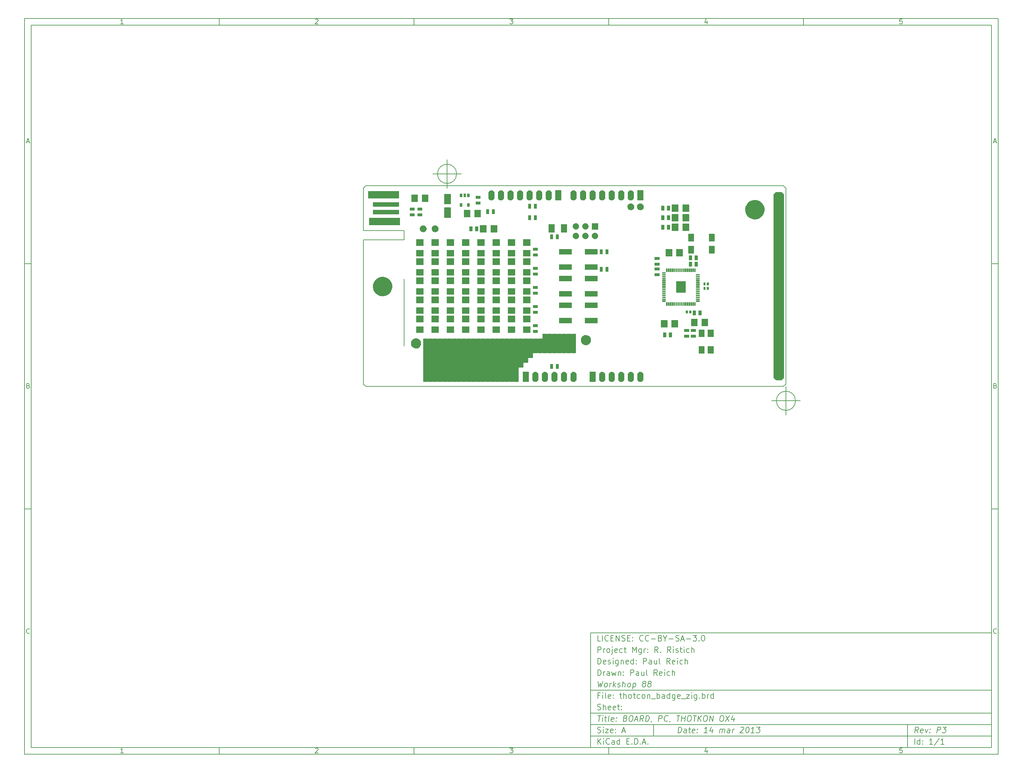
<source format=gts>
G04 (created by PCBNEW (2012-11-15 BZR 3804)-stable) date Wed 13 Mar 2013 22:39:17 CDT*
%MOIN*%
G04 Gerber Fmt 3.4, Leading zero omitted, Abs format*
%FSLAX34Y34*%
G01*
G70*
G90*
G04 APERTURE LIST*
%ADD10C,0.006*%
%ADD11C,0.00590551*%
G04 APERTURE END LIST*
G54D10*
X-41000Y34000D02*
X61000Y34000D01*
X61000Y-43000D01*
X-41000Y-43000D01*
X-41000Y34000D01*
X-40300Y33300D02*
X60300Y33300D01*
X60300Y-42300D01*
X-40300Y-42300D01*
X-40300Y33300D01*
X-20600Y34000D02*
X-20600Y33300D01*
X-30657Y33447D02*
X-30942Y33447D01*
X-30800Y33447D02*
X-30800Y33947D01*
X-30847Y33876D01*
X-30895Y33828D01*
X-30942Y33804D01*
X-20600Y-43000D02*
X-20600Y-42300D01*
X-30657Y-42852D02*
X-30942Y-42852D01*
X-30800Y-42852D02*
X-30800Y-42352D01*
X-30847Y-42423D01*
X-30895Y-42471D01*
X-30942Y-42495D01*
X-200Y34000D02*
X-200Y33300D01*
X-10542Y33900D02*
X-10519Y33923D01*
X-10471Y33947D01*
X-10352Y33947D01*
X-10304Y33923D01*
X-10280Y33900D01*
X-10257Y33852D01*
X-10257Y33804D01*
X-10280Y33733D01*
X-10566Y33447D01*
X-10257Y33447D01*
X-200Y-43000D02*
X-200Y-42300D01*
X-10542Y-42400D02*
X-10519Y-42376D01*
X-10471Y-42352D01*
X-10352Y-42352D01*
X-10304Y-42376D01*
X-10280Y-42400D01*
X-10257Y-42447D01*
X-10257Y-42495D01*
X-10280Y-42566D01*
X-10566Y-42852D01*
X-10257Y-42852D01*
X20200Y34000D02*
X20200Y33300D01*
X9833Y33947D02*
X10142Y33947D01*
X9976Y33757D01*
X10047Y33757D01*
X10095Y33733D01*
X10119Y33709D01*
X10142Y33661D01*
X10142Y33542D01*
X10119Y33495D01*
X10095Y33471D01*
X10047Y33447D01*
X9904Y33447D01*
X9857Y33471D01*
X9833Y33495D01*
X20200Y-43000D02*
X20200Y-42300D01*
X9833Y-42352D02*
X10142Y-42352D01*
X9976Y-42542D01*
X10047Y-42542D01*
X10095Y-42566D01*
X10119Y-42590D01*
X10142Y-42638D01*
X10142Y-42757D01*
X10119Y-42804D01*
X10095Y-42828D01*
X10047Y-42852D01*
X9904Y-42852D01*
X9857Y-42828D01*
X9833Y-42804D01*
X40600Y34000D02*
X40600Y33300D01*
X30495Y33780D02*
X30495Y33447D01*
X30376Y33971D02*
X30257Y33614D01*
X30566Y33614D01*
X40600Y-43000D02*
X40600Y-42300D01*
X30495Y-42519D02*
X30495Y-42852D01*
X30376Y-42328D02*
X30257Y-42685D01*
X30566Y-42685D01*
X50919Y33947D02*
X50680Y33947D01*
X50657Y33709D01*
X50680Y33733D01*
X50728Y33757D01*
X50847Y33757D01*
X50895Y33733D01*
X50919Y33709D01*
X50942Y33661D01*
X50942Y33542D01*
X50919Y33495D01*
X50895Y33471D01*
X50847Y33447D01*
X50728Y33447D01*
X50680Y33471D01*
X50657Y33495D01*
X50919Y-42352D02*
X50680Y-42352D01*
X50657Y-42590D01*
X50680Y-42566D01*
X50728Y-42542D01*
X50847Y-42542D01*
X50895Y-42566D01*
X50919Y-42590D01*
X50942Y-42638D01*
X50942Y-42757D01*
X50919Y-42804D01*
X50895Y-42828D01*
X50847Y-42852D01*
X50728Y-42852D01*
X50680Y-42828D01*
X50657Y-42804D01*
X-41000Y8340D02*
X-40300Y8340D01*
X-40769Y21110D02*
X-40530Y21110D01*
X-40816Y20967D02*
X-40649Y21467D01*
X-40483Y20967D01*
X61000Y8340D02*
X60300Y8340D01*
X60530Y21110D02*
X60769Y21110D01*
X60483Y20967D02*
X60650Y21467D01*
X60816Y20967D01*
X-41000Y-17320D02*
X-40300Y-17320D01*
X-40614Y-4430D02*
X-40542Y-4454D01*
X-40519Y-4478D01*
X-40495Y-4525D01*
X-40495Y-4597D01*
X-40519Y-4644D01*
X-40542Y-4668D01*
X-40590Y-4692D01*
X-40780Y-4692D01*
X-40780Y-4192D01*
X-40614Y-4192D01*
X-40566Y-4216D01*
X-40542Y-4240D01*
X-40519Y-4287D01*
X-40519Y-4335D01*
X-40542Y-4382D01*
X-40566Y-4406D01*
X-40614Y-4430D01*
X-40780Y-4430D01*
X61000Y-17320D02*
X60300Y-17320D01*
X60685Y-4430D02*
X60757Y-4454D01*
X60780Y-4478D01*
X60804Y-4525D01*
X60804Y-4597D01*
X60780Y-4644D01*
X60757Y-4668D01*
X60709Y-4692D01*
X60519Y-4692D01*
X60519Y-4192D01*
X60685Y-4192D01*
X60733Y-4216D01*
X60757Y-4240D01*
X60780Y-4287D01*
X60780Y-4335D01*
X60757Y-4382D01*
X60733Y-4406D01*
X60685Y-4430D01*
X60519Y-4430D01*
X-40495Y-30304D02*
X-40519Y-30328D01*
X-40590Y-30352D01*
X-40638Y-30352D01*
X-40709Y-30328D01*
X-40757Y-30280D01*
X-40780Y-30233D01*
X-40804Y-30138D01*
X-40804Y-30066D01*
X-40780Y-29971D01*
X-40757Y-29923D01*
X-40709Y-29876D01*
X-40638Y-29852D01*
X-40590Y-29852D01*
X-40519Y-29876D01*
X-40495Y-29900D01*
X60804Y-30304D02*
X60780Y-30328D01*
X60709Y-30352D01*
X60661Y-30352D01*
X60590Y-30328D01*
X60542Y-30280D01*
X60519Y-30233D01*
X60495Y-30138D01*
X60495Y-30066D01*
X60519Y-29971D01*
X60542Y-29923D01*
X60590Y-29876D01*
X60661Y-29852D01*
X60709Y-29852D01*
X60780Y-29876D01*
X60804Y-29900D01*
X27450Y-40742D02*
X27525Y-40142D01*
X27667Y-40142D01*
X27750Y-40171D01*
X27800Y-40228D01*
X27821Y-40285D01*
X27835Y-40400D01*
X27825Y-40485D01*
X27782Y-40600D01*
X27746Y-40657D01*
X27682Y-40714D01*
X27592Y-40742D01*
X27450Y-40742D01*
X28307Y-40742D02*
X28346Y-40428D01*
X28325Y-40371D01*
X28271Y-40342D01*
X28157Y-40342D01*
X28096Y-40371D01*
X28310Y-40714D02*
X28250Y-40742D01*
X28107Y-40742D01*
X28053Y-40714D01*
X28032Y-40657D01*
X28039Y-40600D01*
X28075Y-40542D01*
X28135Y-40514D01*
X28278Y-40514D01*
X28339Y-40485D01*
X28557Y-40342D02*
X28785Y-40342D01*
X28667Y-40142D02*
X28603Y-40657D01*
X28625Y-40714D01*
X28678Y-40742D01*
X28735Y-40742D01*
X29167Y-40714D02*
X29107Y-40742D01*
X28992Y-40742D01*
X28939Y-40714D01*
X28917Y-40657D01*
X28946Y-40428D01*
X28982Y-40371D01*
X29042Y-40342D01*
X29157Y-40342D01*
X29210Y-40371D01*
X29232Y-40428D01*
X29225Y-40485D01*
X28932Y-40542D01*
X29457Y-40685D02*
X29482Y-40714D01*
X29450Y-40742D01*
X29425Y-40714D01*
X29457Y-40685D01*
X29450Y-40742D01*
X29496Y-40371D02*
X29521Y-40400D01*
X29489Y-40428D01*
X29464Y-40400D01*
X29496Y-40371D01*
X29489Y-40428D01*
X30507Y-40742D02*
X30164Y-40742D01*
X30335Y-40742D02*
X30410Y-40142D01*
X30342Y-40228D01*
X30278Y-40285D01*
X30217Y-40314D01*
X31071Y-40342D02*
X31021Y-40742D01*
X30957Y-40114D02*
X30760Y-40542D01*
X31132Y-40542D01*
X31792Y-40742D02*
X31842Y-40342D01*
X31835Y-40400D02*
X31867Y-40371D01*
X31928Y-40342D01*
X32014Y-40342D01*
X32067Y-40371D01*
X32089Y-40428D01*
X32050Y-40742D01*
X32089Y-40428D02*
X32125Y-40371D01*
X32185Y-40342D01*
X32271Y-40342D01*
X32325Y-40371D01*
X32346Y-40428D01*
X32307Y-40742D01*
X32850Y-40742D02*
X32889Y-40428D01*
X32867Y-40371D01*
X32814Y-40342D01*
X32700Y-40342D01*
X32639Y-40371D01*
X32853Y-40714D02*
X32792Y-40742D01*
X32650Y-40742D01*
X32596Y-40714D01*
X32575Y-40657D01*
X32582Y-40600D01*
X32617Y-40542D01*
X32678Y-40514D01*
X32821Y-40514D01*
X32882Y-40485D01*
X33135Y-40742D02*
X33185Y-40342D01*
X33171Y-40457D02*
X33207Y-40400D01*
X33239Y-40371D01*
X33300Y-40342D01*
X33357Y-40342D01*
X34003Y-40200D02*
X34035Y-40171D01*
X34096Y-40142D01*
X34239Y-40142D01*
X34292Y-40171D01*
X34317Y-40200D01*
X34339Y-40257D01*
X34332Y-40314D01*
X34292Y-40400D01*
X33907Y-40742D01*
X34278Y-40742D01*
X34725Y-40142D02*
X34782Y-40142D01*
X34835Y-40171D01*
X34860Y-40200D01*
X34882Y-40257D01*
X34896Y-40371D01*
X34878Y-40514D01*
X34835Y-40628D01*
X34800Y-40685D01*
X34767Y-40714D01*
X34707Y-40742D01*
X34650Y-40742D01*
X34596Y-40714D01*
X34571Y-40685D01*
X34550Y-40628D01*
X34535Y-40514D01*
X34553Y-40371D01*
X34596Y-40257D01*
X34632Y-40200D01*
X34664Y-40171D01*
X34725Y-40142D01*
X35421Y-40742D02*
X35078Y-40742D01*
X35250Y-40742D02*
X35325Y-40142D01*
X35257Y-40228D01*
X35192Y-40285D01*
X35132Y-40314D01*
X35696Y-40142D02*
X36067Y-40142D01*
X35839Y-40371D01*
X35925Y-40371D01*
X35978Y-40400D01*
X36003Y-40428D01*
X36025Y-40485D01*
X36007Y-40628D01*
X35971Y-40685D01*
X35939Y-40714D01*
X35878Y-40742D01*
X35707Y-40742D01*
X35653Y-40714D01*
X35628Y-40685D01*
X19042Y-41942D02*
X19042Y-41342D01*
X19385Y-41942D02*
X19128Y-41600D01*
X19385Y-41342D02*
X19042Y-41685D01*
X19642Y-41942D02*
X19642Y-41542D01*
X19642Y-41342D02*
X19614Y-41371D01*
X19642Y-41400D01*
X19671Y-41371D01*
X19642Y-41342D01*
X19642Y-41400D01*
X20271Y-41885D02*
X20242Y-41914D01*
X20157Y-41942D01*
X20100Y-41942D01*
X20014Y-41914D01*
X19957Y-41857D01*
X19928Y-41800D01*
X19900Y-41685D01*
X19900Y-41600D01*
X19928Y-41485D01*
X19957Y-41428D01*
X20014Y-41371D01*
X20100Y-41342D01*
X20157Y-41342D01*
X20242Y-41371D01*
X20271Y-41400D01*
X20785Y-41942D02*
X20785Y-41628D01*
X20757Y-41571D01*
X20700Y-41542D01*
X20585Y-41542D01*
X20528Y-41571D01*
X20785Y-41914D02*
X20728Y-41942D01*
X20585Y-41942D01*
X20528Y-41914D01*
X20500Y-41857D01*
X20500Y-41800D01*
X20528Y-41742D01*
X20585Y-41714D01*
X20728Y-41714D01*
X20785Y-41685D01*
X21328Y-41942D02*
X21328Y-41342D01*
X21328Y-41914D02*
X21271Y-41942D01*
X21157Y-41942D01*
X21100Y-41914D01*
X21071Y-41885D01*
X21042Y-41828D01*
X21042Y-41657D01*
X21071Y-41600D01*
X21100Y-41571D01*
X21157Y-41542D01*
X21271Y-41542D01*
X21328Y-41571D01*
X22071Y-41628D02*
X22271Y-41628D01*
X22357Y-41942D02*
X22071Y-41942D01*
X22071Y-41342D01*
X22357Y-41342D01*
X22614Y-41885D02*
X22642Y-41914D01*
X22614Y-41942D01*
X22585Y-41914D01*
X22614Y-41885D01*
X22614Y-41942D01*
X22899Y-41942D02*
X22899Y-41342D01*
X23042Y-41342D01*
X23128Y-41371D01*
X23185Y-41428D01*
X23214Y-41485D01*
X23242Y-41600D01*
X23242Y-41685D01*
X23214Y-41800D01*
X23185Y-41857D01*
X23128Y-41914D01*
X23042Y-41942D01*
X22899Y-41942D01*
X23499Y-41885D02*
X23528Y-41914D01*
X23499Y-41942D01*
X23471Y-41914D01*
X23499Y-41885D01*
X23499Y-41942D01*
X23757Y-41771D02*
X24042Y-41771D01*
X23699Y-41942D02*
X23899Y-41342D01*
X24099Y-41942D01*
X24299Y-41885D02*
X24328Y-41914D01*
X24299Y-41942D01*
X24271Y-41914D01*
X24299Y-41885D01*
X24299Y-41942D01*
X52592Y-40742D02*
X52428Y-40457D01*
X52250Y-40742D02*
X52325Y-40142D01*
X52553Y-40142D01*
X52607Y-40171D01*
X52632Y-40200D01*
X52653Y-40257D01*
X52642Y-40342D01*
X52607Y-40400D01*
X52575Y-40428D01*
X52514Y-40457D01*
X52285Y-40457D01*
X53082Y-40714D02*
X53021Y-40742D01*
X52907Y-40742D01*
X52853Y-40714D01*
X52832Y-40657D01*
X52860Y-40428D01*
X52896Y-40371D01*
X52957Y-40342D01*
X53071Y-40342D01*
X53125Y-40371D01*
X53146Y-40428D01*
X53139Y-40485D01*
X52846Y-40542D01*
X53357Y-40342D02*
X53450Y-40742D01*
X53642Y-40342D01*
X53828Y-40685D02*
X53853Y-40714D01*
X53821Y-40742D01*
X53796Y-40714D01*
X53828Y-40685D01*
X53821Y-40742D01*
X53867Y-40371D02*
X53892Y-40400D01*
X53860Y-40428D01*
X53835Y-40400D01*
X53867Y-40371D01*
X53860Y-40428D01*
X54564Y-40742D02*
X54639Y-40142D01*
X54867Y-40142D01*
X54921Y-40171D01*
X54946Y-40200D01*
X54967Y-40257D01*
X54957Y-40342D01*
X54921Y-40400D01*
X54889Y-40428D01*
X54828Y-40457D01*
X54600Y-40457D01*
X55182Y-40142D02*
X55553Y-40142D01*
X55325Y-40371D01*
X55410Y-40371D01*
X55464Y-40400D01*
X55489Y-40428D01*
X55510Y-40485D01*
X55492Y-40628D01*
X55457Y-40685D01*
X55425Y-40714D01*
X55364Y-40742D01*
X55192Y-40742D01*
X55139Y-40714D01*
X55114Y-40685D01*
X19014Y-40714D02*
X19100Y-40742D01*
X19242Y-40742D01*
X19300Y-40714D01*
X19328Y-40685D01*
X19357Y-40628D01*
X19357Y-40571D01*
X19328Y-40514D01*
X19300Y-40485D01*
X19242Y-40457D01*
X19128Y-40428D01*
X19071Y-40400D01*
X19042Y-40371D01*
X19014Y-40314D01*
X19014Y-40257D01*
X19042Y-40200D01*
X19071Y-40171D01*
X19128Y-40142D01*
X19271Y-40142D01*
X19357Y-40171D01*
X19614Y-40742D02*
X19614Y-40342D01*
X19614Y-40142D02*
X19585Y-40171D01*
X19614Y-40200D01*
X19642Y-40171D01*
X19614Y-40142D01*
X19614Y-40200D01*
X19842Y-40342D02*
X20157Y-40342D01*
X19842Y-40742D01*
X20157Y-40742D01*
X20614Y-40714D02*
X20557Y-40742D01*
X20442Y-40742D01*
X20385Y-40714D01*
X20357Y-40657D01*
X20357Y-40428D01*
X20385Y-40371D01*
X20442Y-40342D01*
X20557Y-40342D01*
X20614Y-40371D01*
X20642Y-40428D01*
X20642Y-40485D01*
X20357Y-40542D01*
X20900Y-40685D02*
X20928Y-40714D01*
X20900Y-40742D01*
X20871Y-40714D01*
X20900Y-40685D01*
X20900Y-40742D01*
X20900Y-40371D02*
X20928Y-40400D01*
X20900Y-40428D01*
X20871Y-40400D01*
X20900Y-40371D01*
X20900Y-40428D01*
X21614Y-40571D02*
X21900Y-40571D01*
X21557Y-40742D02*
X21757Y-40142D01*
X21957Y-40742D01*
X52242Y-41942D02*
X52242Y-41342D01*
X52785Y-41942D02*
X52785Y-41342D01*
X52785Y-41914D02*
X52728Y-41942D01*
X52614Y-41942D01*
X52557Y-41914D01*
X52528Y-41885D01*
X52500Y-41828D01*
X52500Y-41657D01*
X52528Y-41600D01*
X52557Y-41571D01*
X52614Y-41542D01*
X52728Y-41542D01*
X52785Y-41571D01*
X53071Y-41885D02*
X53100Y-41914D01*
X53071Y-41942D01*
X53042Y-41914D01*
X53071Y-41885D01*
X53071Y-41942D01*
X53071Y-41571D02*
X53100Y-41600D01*
X53071Y-41628D01*
X53042Y-41600D01*
X53071Y-41571D01*
X53071Y-41628D01*
X54128Y-41942D02*
X53785Y-41942D01*
X53957Y-41942D02*
X53957Y-41342D01*
X53899Y-41428D01*
X53842Y-41485D01*
X53785Y-41514D01*
X54814Y-41314D02*
X54300Y-42085D01*
X55328Y-41942D02*
X54985Y-41942D01*
X55157Y-41942D02*
X55157Y-41342D01*
X55099Y-41428D01*
X55042Y-41485D01*
X54985Y-41514D01*
X19039Y-38942D02*
X19382Y-38942D01*
X19135Y-39542D02*
X19210Y-38942D01*
X19507Y-39542D02*
X19557Y-39142D01*
X19582Y-38942D02*
X19550Y-38971D01*
X19575Y-39000D01*
X19607Y-38971D01*
X19582Y-38942D01*
X19575Y-39000D01*
X19757Y-39142D02*
X19985Y-39142D01*
X19867Y-38942D02*
X19803Y-39457D01*
X19825Y-39514D01*
X19878Y-39542D01*
X19935Y-39542D01*
X20221Y-39542D02*
X20167Y-39514D01*
X20146Y-39457D01*
X20210Y-38942D01*
X20682Y-39514D02*
X20621Y-39542D01*
X20507Y-39542D01*
X20453Y-39514D01*
X20432Y-39457D01*
X20460Y-39228D01*
X20496Y-39171D01*
X20557Y-39142D01*
X20671Y-39142D01*
X20725Y-39171D01*
X20746Y-39228D01*
X20739Y-39285D01*
X20446Y-39342D01*
X20971Y-39485D02*
X20996Y-39514D01*
X20964Y-39542D01*
X20939Y-39514D01*
X20971Y-39485D01*
X20964Y-39542D01*
X21010Y-39171D02*
X21035Y-39200D01*
X21003Y-39228D01*
X20978Y-39200D01*
X21010Y-39171D01*
X21003Y-39228D01*
X21946Y-39228D02*
X22028Y-39257D01*
X22053Y-39285D01*
X22075Y-39342D01*
X22064Y-39428D01*
X22028Y-39485D01*
X21996Y-39514D01*
X21935Y-39542D01*
X21707Y-39542D01*
X21782Y-38942D01*
X21982Y-38942D01*
X22035Y-38971D01*
X22060Y-39000D01*
X22082Y-39057D01*
X22075Y-39114D01*
X22039Y-39171D01*
X22007Y-39200D01*
X21946Y-39228D01*
X21746Y-39228D01*
X22496Y-38942D02*
X22610Y-38942D01*
X22664Y-38971D01*
X22714Y-39028D01*
X22728Y-39142D01*
X22703Y-39342D01*
X22660Y-39457D01*
X22596Y-39514D01*
X22535Y-39542D01*
X22421Y-39542D01*
X22367Y-39514D01*
X22317Y-39457D01*
X22303Y-39342D01*
X22328Y-39142D01*
X22371Y-39028D01*
X22435Y-38971D01*
X22496Y-38942D01*
X22928Y-39371D02*
X23214Y-39371D01*
X22850Y-39542D02*
X23125Y-38942D01*
X23250Y-39542D01*
X23792Y-39542D02*
X23628Y-39257D01*
X23450Y-39542D02*
X23525Y-38942D01*
X23753Y-38942D01*
X23807Y-38971D01*
X23832Y-39000D01*
X23853Y-39057D01*
X23842Y-39142D01*
X23807Y-39200D01*
X23775Y-39228D01*
X23714Y-39257D01*
X23485Y-39257D01*
X24050Y-39542D02*
X24125Y-38942D01*
X24267Y-38942D01*
X24350Y-38971D01*
X24400Y-39028D01*
X24421Y-39085D01*
X24435Y-39200D01*
X24425Y-39285D01*
X24382Y-39400D01*
X24346Y-39457D01*
X24282Y-39514D01*
X24192Y-39542D01*
X24050Y-39542D01*
X24682Y-39514D02*
X24678Y-39542D01*
X24642Y-39600D01*
X24610Y-39628D01*
X25392Y-39542D02*
X25467Y-38942D01*
X25696Y-38942D01*
X25749Y-38971D01*
X25775Y-39000D01*
X25796Y-39057D01*
X25785Y-39142D01*
X25750Y-39200D01*
X25717Y-39228D01*
X25657Y-39257D01*
X25428Y-39257D01*
X26342Y-39485D02*
X26310Y-39514D01*
X26221Y-39542D01*
X26164Y-39542D01*
X26082Y-39514D01*
X26032Y-39457D01*
X26010Y-39400D01*
X25996Y-39285D01*
X26007Y-39200D01*
X26050Y-39085D01*
X26085Y-39028D01*
X26149Y-38971D01*
X26239Y-38942D01*
X26296Y-38942D01*
X26378Y-38971D01*
X26403Y-39000D01*
X26625Y-39514D02*
X26621Y-39542D01*
X26585Y-39600D01*
X26553Y-39628D01*
X27325Y-38942D02*
X27667Y-38942D01*
X27421Y-39542D02*
X27496Y-38942D01*
X27792Y-39542D02*
X27867Y-38942D01*
X27832Y-39228D02*
X28175Y-39228D01*
X28135Y-39542D02*
X28210Y-38942D01*
X28610Y-38942D02*
X28725Y-38942D01*
X28778Y-38971D01*
X28828Y-39028D01*
X28842Y-39142D01*
X28817Y-39342D01*
X28774Y-39457D01*
X28710Y-39514D01*
X28650Y-39542D01*
X28535Y-39542D01*
X28482Y-39514D01*
X28432Y-39457D01*
X28417Y-39342D01*
X28442Y-39142D01*
X28485Y-39028D01*
X28549Y-38971D01*
X28610Y-38942D01*
X29039Y-38942D02*
X29382Y-38942D01*
X29135Y-39542D02*
X29210Y-38942D01*
X29507Y-39542D02*
X29582Y-38942D01*
X29849Y-39542D02*
X29635Y-39200D01*
X29924Y-38942D02*
X29539Y-39285D01*
X30296Y-38942D02*
X30410Y-38942D01*
X30464Y-38971D01*
X30514Y-39028D01*
X30528Y-39142D01*
X30503Y-39342D01*
X30460Y-39457D01*
X30396Y-39514D01*
X30335Y-39542D01*
X30221Y-39542D01*
X30167Y-39514D01*
X30117Y-39457D01*
X30103Y-39342D01*
X30128Y-39142D01*
X30171Y-39028D01*
X30235Y-38971D01*
X30296Y-38942D01*
X30735Y-39542D02*
X30810Y-38942D01*
X31078Y-39542D01*
X31153Y-38942D01*
X32010Y-38942D02*
X32124Y-38942D01*
X32178Y-38971D01*
X32228Y-39028D01*
X32242Y-39142D01*
X32217Y-39342D01*
X32174Y-39457D01*
X32110Y-39514D01*
X32049Y-39542D01*
X31935Y-39542D01*
X31882Y-39514D01*
X31832Y-39457D01*
X31817Y-39342D01*
X31842Y-39142D01*
X31885Y-39028D01*
X31949Y-38971D01*
X32010Y-38942D01*
X32467Y-38942D02*
X32792Y-39542D01*
X32867Y-38942D02*
X32392Y-39542D01*
X33328Y-39142D02*
X33278Y-39542D01*
X33214Y-38914D02*
X33017Y-39342D01*
X33389Y-39342D01*
X19242Y-36828D02*
X19042Y-36828D01*
X19042Y-37142D02*
X19042Y-36542D01*
X19328Y-36542D01*
X19557Y-37142D02*
X19557Y-36742D01*
X19557Y-36542D02*
X19528Y-36571D01*
X19557Y-36600D01*
X19585Y-36571D01*
X19557Y-36542D01*
X19557Y-36600D01*
X19928Y-37142D02*
X19871Y-37114D01*
X19842Y-37057D01*
X19842Y-36542D01*
X20385Y-37114D02*
X20328Y-37142D01*
X20214Y-37142D01*
X20157Y-37114D01*
X20128Y-37057D01*
X20128Y-36828D01*
X20157Y-36771D01*
X20214Y-36742D01*
X20328Y-36742D01*
X20385Y-36771D01*
X20414Y-36828D01*
X20414Y-36885D01*
X20128Y-36942D01*
X20671Y-37085D02*
X20700Y-37114D01*
X20671Y-37142D01*
X20642Y-37114D01*
X20671Y-37085D01*
X20671Y-37142D01*
X20671Y-36771D02*
X20700Y-36800D01*
X20671Y-36828D01*
X20642Y-36800D01*
X20671Y-36771D01*
X20671Y-36828D01*
X21328Y-36742D02*
X21557Y-36742D01*
X21414Y-36542D02*
X21414Y-37057D01*
X21442Y-37114D01*
X21500Y-37142D01*
X21557Y-37142D01*
X21757Y-37142D02*
X21757Y-36542D01*
X22014Y-37142D02*
X22014Y-36828D01*
X21985Y-36771D01*
X21928Y-36742D01*
X21842Y-36742D01*
X21785Y-36771D01*
X21757Y-36800D01*
X22385Y-37142D02*
X22328Y-37114D01*
X22300Y-37085D01*
X22271Y-37028D01*
X22271Y-36857D01*
X22300Y-36800D01*
X22328Y-36771D01*
X22385Y-36742D01*
X22471Y-36742D01*
X22528Y-36771D01*
X22557Y-36800D01*
X22585Y-36857D01*
X22585Y-37028D01*
X22557Y-37085D01*
X22528Y-37114D01*
X22471Y-37142D01*
X22385Y-37142D01*
X22757Y-36742D02*
X22985Y-36742D01*
X22842Y-36542D02*
X22842Y-37057D01*
X22871Y-37114D01*
X22928Y-37142D01*
X22985Y-37142D01*
X23442Y-37114D02*
X23385Y-37142D01*
X23271Y-37142D01*
X23214Y-37114D01*
X23185Y-37085D01*
X23157Y-37028D01*
X23157Y-36857D01*
X23185Y-36800D01*
X23214Y-36771D01*
X23271Y-36742D01*
X23385Y-36742D01*
X23442Y-36771D01*
X23785Y-37142D02*
X23728Y-37114D01*
X23700Y-37085D01*
X23671Y-37028D01*
X23671Y-36857D01*
X23700Y-36800D01*
X23728Y-36771D01*
X23785Y-36742D01*
X23871Y-36742D01*
X23928Y-36771D01*
X23957Y-36800D01*
X23985Y-36857D01*
X23985Y-37028D01*
X23957Y-37085D01*
X23928Y-37114D01*
X23871Y-37142D01*
X23785Y-37142D01*
X24242Y-36742D02*
X24242Y-37142D01*
X24242Y-36800D02*
X24271Y-36771D01*
X24328Y-36742D01*
X24414Y-36742D01*
X24471Y-36771D01*
X24500Y-36828D01*
X24500Y-37142D01*
X24642Y-37200D02*
X25100Y-37200D01*
X25242Y-37142D02*
X25242Y-36542D01*
X25242Y-36771D02*
X25300Y-36742D01*
X25414Y-36742D01*
X25471Y-36771D01*
X25500Y-36800D01*
X25528Y-36857D01*
X25528Y-37028D01*
X25500Y-37085D01*
X25471Y-37114D01*
X25414Y-37142D01*
X25300Y-37142D01*
X25242Y-37114D01*
X26042Y-37142D02*
X26042Y-36828D01*
X26014Y-36771D01*
X25957Y-36742D01*
X25842Y-36742D01*
X25785Y-36771D01*
X26042Y-37114D02*
X25985Y-37142D01*
X25842Y-37142D01*
X25785Y-37114D01*
X25757Y-37057D01*
X25757Y-37000D01*
X25785Y-36942D01*
X25842Y-36914D01*
X25985Y-36914D01*
X26042Y-36885D01*
X26585Y-37142D02*
X26585Y-36542D01*
X26585Y-37114D02*
X26528Y-37142D01*
X26414Y-37142D01*
X26357Y-37114D01*
X26328Y-37085D01*
X26300Y-37028D01*
X26300Y-36857D01*
X26328Y-36800D01*
X26357Y-36771D01*
X26414Y-36742D01*
X26528Y-36742D01*
X26585Y-36771D01*
X27128Y-36742D02*
X27128Y-37228D01*
X27100Y-37285D01*
X27071Y-37314D01*
X27014Y-37342D01*
X26928Y-37342D01*
X26871Y-37314D01*
X27128Y-37114D02*
X27071Y-37142D01*
X26957Y-37142D01*
X26900Y-37114D01*
X26871Y-37085D01*
X26842Y-37028D01*
X26842Y-36857D01*
X26871Y-36800D01*
X26900Y-36771D01*
X26957Y-36742D01*
X27071Y-36742D01*
X27128Y-36771D01*
X27642Y-37114D02*
X27585Y-37142D01*
X27471Y-37142D01*
X27414Y-37114D01*
X27385Y-37057D01*
X27385Y-36828D01*
X27414Y-36771D01*
X27471Y-36742D01*
X27585Y-36742D01*
X27642Y-36771D01*
X27671Y-36828D01*
X27671Y-36885D01*
X27385Y-36942D01*
X27785Y-37200D02*
X28242Y-37200D01*
X28328Y-36742D02*
X28642Y-36742D01*
X28328Y-37142D01*
X28642Y-37142D01*
X28871Y-37142D02*
X28871Y-36742D01*
X28871Y-36542D02*
X28842Y-36571D01*
X28871Y-36600D01*
X28900Y-36571D01*
X28871Y-36542D01*
X28871Y-36600D01*
X29414Y-36742D02*
X29414Y-37228D01*
X29385Y-37285D01*
X29357Y-37314D01*
X29299Y-37342D01*
X29214Y-37342D01*
X29157Y-37314D01*
X29414Y-37114D02*
X29357Y-37142D01*
X29242Y-37142D01*
X29185Y-37114D01*
X29157Y-37085D01*
X29128Y-37028D01*
X29128Y-36857D01*
X29157Y-36800D01*
X29185Y-36771D01*
X29242Y-36742D01*
X29357Y-36742D01*
X29414Y-36771D01*
X29699Y-37085D02*
X29728Y-37114D01*
X29699Y-37142D01*
X29671Y-37114D01*
X29699Y-37085D01*
X29699Y-37142D01*
X29985Y-37142D02*
X29985Y-36542D01*
X29985Y-36771D02*
X30042Y-36742D01*
X30157Y-36742D01*
X30214Y-36771D01*
X30242Y-36800D01*
X30271Y-36857D01*
X30271Y-37028D01*
X30242Y-37085D01*
X30214Y-37114D01*
X30157Y-37142D01*
X30042Y-37142D01*
X29985Y-37114D01*
X30528Y-37142D02*
X30528Y-36742D01*
X30528Y-36857D02*
X30557Y-36800D01*
X30585Y-36771D01*
X30642Y-36742D01*
X30699Y-36742D01*
X31157Y-37142D02*
X31157Y-36542D01*
X31157Y-37114D02*
X31099Y-37142D01*
X30985Y-37142D01*
X30928Y-37114D01*
X30899Y-37085D01*
X30871Y-37028D01*
X30871Y-36857D01*
X30899Y-36800D01*
X30928Y-36771D01*
X30985Y-36742D01*
X31099Y-36742D01*
X31157Y-36771D01*
X19014Y-38314D02*
X19100Y-38342D01*
X19242Y-38342D01*
X19300Y-38314D01*
X19328Y-38285D01*
X19357Y-38228D01*
X19357Y-38171D01*
X19328Y-38114D01*
X19300Y-38085D01*
X19242Y-38057D01*
X19128Y-38028D01*
X19071Y-38000D01*
X19042Y-37971D01*
X19014Y-37914D01*
X19014Y-37857D01*
X19042Y-37800D01*
X19071Y-37771D01*
X19128Y-37742D01*
X19271Y-37742D01*
X19357Y-37771D01*
X19614Y-38342D02*
X19614Y-37742D01*
X19871Y-38342D02*
X19871Y-38028D01*
X19842Y-37971D01*
X19785Y-37942D01*
X19700Y-37942D01*
X19642Y-37971D01*
X19614Y-38000D01*
X20385Y-38314D02*
X20328Y-38342D01*
X20214Y-38342D01*
X20157Y-38314D01*
X20128Y-38257D01*
X20128Y-38028D01*
X20157Y-37971D01*
X20214Y-37942D01*
X20328Y-37942D01*
X20385Y-37971D01*
X20414Y-38028D01*
X20414Y-38085D01*
X20128Y-38142D01*
X20900Y-38314D02*
X20842Y-38342D01*
X20728Y-38342D01*
X20671Y-38314D01*
X20642Y-38257D01*
X20642Y-38028D01*
X20671Y-37971D01*
X20728Y-37942D01*
X20842Y-37942D01*
X20900Y-37971D01*
X20928Y-38028D01*
X20928Y-38085D01*
X20642Y-38142D01*
X21100Y-37942D02*
X21328Y-37942D01*
X21185Y-37742D02*
X21185Y-38257D01*
X21214Y-38314D01*
X21271Y-38342D01*
X21328Y-38342D01*
X21528Y-38285D02*
X21557Y-38314D01*
X21528Y-38342D01*
X21500Y-38314D01*
X21528Y-38285D01*
X21528Y-38342D01*
X21528Y-37971D02*
X21557Y-38000D01*
X21528Y-38028D01*
X21500Y-38000D01*
X21528Y-37971D01*
X21528Y-38028D01*
X19067Y-35342D02*
X19135Y-35942D01*
X19303Y-35514D01*
X19364Y-35942D01*
X19582Y-35342D01*
X19821Y-35942D02*
X19767Y-35914D01*
X19742Y-35885D01*
X19721Y-35828D01*
X19742Y-35657D01*
X19778Y-35600D01*
X19810Y-35571D01*
X19871Y-35542D01*
X19957Y-35542D01*
X20010Y-35571D01*
X20035Y-35600D01*
X20057Y-35657D01*
X20035Y-35828D01*
X20000Y-35885D01*
X19967Y-35914D01*
X19907Y-35942D01*
X19821Y-35942D01*
X20278Y-35942D02*
X20328Y-35542D01*
X20314Y-35657D02*
X20350Y-35600D01*
X20382Y-35571D01*
X20442Y-35542D01*
X20500Y-35542D01*
X20650Y-35942D02*
X20725Y-35342D01*
X20735Y-35714D02*
X20878Y-35942D01*
X20928Y-35542D02*
X20671Y-35771D01*
X21110Y-35914D02*
X21164Y-35942D01*
X21278Y-35942D01*
X21339Y-35914D01*
X21375Y-35857D01*
X21378Y-35828D01*
X21357Y-35771D01*
X21303Y-35742D01*
X21217Y-35742D01*
X21164Y-35714D01*
X21142Y-35657D01*
X21146Y-35628D01*
X21182Y-35571D01*
X21242Y-35542D01*
X21328Y-35542D01*
X21382Y-35571D01*
X21621Y-35942D02*
X21696Y-35342D01*
X21878Y-35942D02*
X21917Y-35628D01*
X21896Y-35571D01*
X21842Y-35542D01*
X21757Y-35542D01*
X21696Y-35571D01*
X21664Y-35600D01*
X22249Y-35942D02*
X22196Y-35914D01*
X22171Y-35885D01*
X22150Y-35828D01*
X22171Y-35657D01*
X22207Y-35600D01*
X22239Y-35571D01*
X22299Y-35542D01*
X22385Y-35542D01*
X22439Y-35571D01*
X22464Y-35600D01*
X22485Y-35657D01*
X22464Y-35828D01*
X22428Y-35885D01*
X22396Y-35914D01*
X22335Y-35942D01*
X22249Y-35942D01*
X22757Y-35542D02*
X22682Y-36142D01*
X22753Y-35571D02*
X22814Y-35542D01*
X22928Y-35542D01*
X22982Y-35571D01*
X23007Y-35600D01*
X23028Y-35657D01*
X23007Y-35828D01*
X22971Y-35885D01*
X22939Y-35914D01*
X22878Y-35942D01*
X22764Y-35942D01*
X22710Y-35914D01*
X23835Y-35600D02*
X23782Y-35571D01*
X23757Y-35542D01*
X23735Y-35485D01*
X23739Y-35457D01*
X23774Y-35400D01*
X23807Y-35371D01*
X23867Y-35342D01*
X23982Y-35342D01*
X24035Y-35371D01*
X24060Y-35400D01*
X24082Y-35457D01*
X24078Y-35485D01*
X24042Y-35542D01*
X24010Y-35571D01*
X23949Y-35600D01*
X23835Y-35600D01*
X23775Y-35628D01*
X23742Y-35657D01*
X23707Y-35714D01*
X23692Y-35828D01*
X23714Y-35885D01*
X23739Y-35914D01*
X23792Y-35942D01*
X23907Y-35942D01*
X23967Y-35914D01*
X23999Y-35885D01*
X24035Y-35828D01*
X24049Y-35714D01*
X24028Y-35657D01*
X24003Y-35628D01*
X23949Y-35600D01*
X24407Y-35600D02*
X24353Y-35571D01*
X24328Y-35542D01*
X24307Y-35485D01*
X24310Y-35457D01*
X24346Y-35400D01*
X24378Y-35371D01*
X24439Y-35342D01*
X24553Y-35342D01*
X24607Y-35371D01*
X24632Y-35400D01*
X24653Y-35457D01*
X24650Y-35485D01*
X24614Y-35542D01*
X24582Y-35571D01*
X24521Y-35600D01*
X24407Y-35600D01*
X24346Y-35628D01*
X24314Y-35657D01*
X24278Y-35714D01*
X24264Y-35828D01*
X24285Y-35885D01*
X24310Y-35914D01*
X24364Y-35942D01*
X24478Y-35942D01*
X24539Y-35914D01*
X24571Y-35885D01*
X24607Y-35828D01*
X24621Y-35714D01*
X24599Y-35657D01*
X24575Y-35628D01*
X24521Y-35600D01*
X19042Y-34742D02*
X19042Y-34142D01*
X19185Y-34142D01*
X19271Y-34171D01*
X19328Y-34228D01*
X19357Y-34285D01*
X19385Y-34400D01*
X19385Y-34485D01*
X19357Y-34600D01*
X19328Y-34657D01*
X19271Y-34714D01*
X19185Y-34742D01*
X19042Y-34742D01*
X19642Y-34742D02*
X19642Y-34342D01*
X19642Y-34457D02*
X19671Y-34400D01*
X19700Y-34371D01*
X19757Y-34342D01*
X19814Y-34342D01*
X20271Y-34742D02*
X20271Y-34428D01*
X20242Y-34371D01*
X20185Y-34342D01*
X20071Y-34342D01*
X20014Y-34371D01*
X20271Y-34714D02*
X20214Y-34742D01*
X20071Y-34742D01*
X20014Y-34714D01*
X19985Y-34657D01*
X19985Y-34600D01*
X20014Y-34542D01*
X20071Y-34514D01*
X20214Y-34514D01*
X20271Y-34485D01*
X20500Y-34342D02*
X20614Y-34742D01*
X20728Y-34457D01*
X20842Y-34742D01*
X20957Y-34342D01*
X21185Y-34342D02*
X21185Y-34742D01*
X21185Y-34400D02*
X21214Y-34371D01*
X21271Y-34342D01*
X21357Y-34342D01*
X21414Y-34371D01*
X21442Y-34428D01*
X21442Y-34742D01*
X21728Y-34685D02*
X21757Y-34714D01*
X21728Y-34742D01*
X21700Y-34714D01*
X21728Y-34685D01*
X21728Y-34742D01*
X21728Y-34371D02*
X21757Y-34400D01*
X21728Y-34428D01*
X21700Y-34400D01*
X21728Y-34371D01*
X21728Y-34428D01*
X22471Y-34742D02*
X22471Y-34142D01*
X22700Y-34142D01*
X22757Y-34171D01*
X22785Y-34200D01*
X22814Y-34257D01*
X22814Y-34342D01*
X22785Y-34400D01*
X22757Y-34428D01*
X22700Y-34457D01*
X22471Y-34457D01*
X23328Y-34742D02*
X23328Y-34428D01*
X23300Y-34371D01*
X23242Y-34342D01*
X23128Y-34342D01*
X23071Y-34371D01*
X23328Y-34714D02*
X23271Y-34742D01*
X23128Y-34742D01*
X23071Y-34714D01*
X23042Y-34657D01*
X23042Y-34600D01*
X23071Y-34542D01*
X23128Y-34514D01*
X23271Y-34514D01*
X23328Y-34485D01*
X23871Y-34342D02*
X23871Y-34742D01*
X23614Y-34342D02*
X23614Y-34657D01*
X23642Y-34714D01*
X23699Y-34742D01*
X23785Y-34742D01*
X23842Y-34714D01*
X23871Y-34685D01*
X24242Y-34742D02*
X24185Y-34714D01*
X24157Y-34657D01*
X24157Y-34142D01*
X25271Y-34742D02*
X25071Y-34457D01*
X24928Y-34742D02*
X24928Y-34142D01*
X25157Y-34142D01*
X25214Y-34171D01*
X25242Y-34200D01*
X25271Y-34257D01*
X25271Y-34342D01*
X25242Y-34400D01*
X25214Y-34428D01*
X25157Y-34457D01*
X24928Y-34457D01*
X25757Y-34714D02*
X25700Y-34742D01*
X25585Y-34742D01*
X25528Y-34714D01*
X25500Y-34657D01*
X25500Y-34428D01*
X25528Y-34371D01*
X25585Y-34342D01*
X25700Y-34342D01*
X25757Y-34371D01*
X25785Y-34428D01*
X25785Y-34485D01*
X25500Y-34542D01*
X26042Y-34742D02*
X26042Y-34342D01*
X26042Y-34142D02*
X26014Y-34171D01*
X26042Y-34200D01*
X26071Y-34171D01*
X26042Y-34142D01*
X26042Y-34200D01*
X26585Y-34714D02*
X26528Y-34742D01*
X26414Y-34742D01*
X26357Y-34714D01*
X26328Y-34685D01*
X26300Y-34628D01*
X26300Y-34457D01*
X26328Y-34400D01*
X26357Y-34371D01*
X26414Y-34342D01*
X26528Y-34342D01*
X26585Y-34371D01*
X26842Y-34742D02*
X26842Y-34142D01*
X27100Y-34742D02*
X27100Y-34428D01*
X27071Y-34371D01*
X27014Y-34342D01*
X26928Y-34342D01*
X26871Y-34371D01*
X26842Y-34400D01*
X19042Y-33542D02*
X19042Y-32942D01*
X19185Y-32942D01*
X19271Y-32971D01*
X19328Y-33028D01*
X19357Y-33085D01*
X19385Y-33200D01*
X19385Y-33285D01*
X19357Y-33400D01*
X19328Y-33457D01*
X19271Y-33514D01*
X19185Y-33542D01*
X19042Y-33542D01*
X19871Y-33514D02*
X19814Y-33542D01*
X19700Y-33542D01*
X19642Y-33514D01*
X19614Y-33457D01*
X19614Y-33228D01*
X19642Y-33171D01*
X19700Y-33142D01*
X19814Y-33142D01*
X19871Y-33171D01*
X19900Y-33228D01*
X19900Y-33285D01*
X19614Y-33342D01*
X20128Y-33514D02*
X20185Y-33542D01*
X20300Y-33542D01*
X20357Y-33514D01*
X20385Y-33457D01*
X20385Y-33428D01*
X20357Y-33371D01*
X20300Y-33342D01*
X20214Y-33342D01*
X20157Y-33314D01*
X20128Y-33257D01*
X20128Y-33228D01*
X20157Y-33171D01*
X20214Y-33142D01*
X20300Y-33142D01*
X20357Y-33171D01*
X20642Y-33542D02*
X20642Y-33142D01*
X20642Y-32942D02*
X20614Y-32971D01*
X20642Y-33000D01*
X20671Y-32971D01*
X20642Y-32942D01*
X20642Y-33000D01*
X21185Y-33142D02*
X21185Y-33628D01*
X21157Y-33685D01*
X21128Y-33714D01*
X21071Y-33742D01*
X20985Y-33742D01*
X20928Y-33714D01*
X21185Y-33514D02*
X21128Y-33542D01*
X21014Y-33542D01*
X20957Y-33514D01*
X20928Y-33485D01*
X20900Y-33428D01*
X20900Y-33257D01*
X20928Y-33200D01*
X20957Y-33171D01*
X21014Y-33142D01*
X21128Y-33142D01*
X21185Y-33171D01*
X21471Y-33142D02*
X21471Y-33542D01*
X21471Y-33200D02*
X21500Y-33171D01*
X21557Y-33142D01*
X21642Y-33142D01*
X21700Y-33171D01*
X21728Y-33228D01*
X21728Y-33542D01*
X22242Y-33514D02*
X22185Y-33542D01*
X22071Y-33542D01*
X22014Y-33514D01*
X21985Y-33457D01*
X21985Y-33228D01*
X22014Y-33171D01*
X22071Y-33142D01*
X22185Y-33142D01*
X22242Y-33171D01*
X22271Y-33228D01*
X22271Y-33285D01*
X21985Y-33342D01*
X22785Y-33542D02*
X22785Y-32942D01*
X22785Y-33514D02*
X22728Y-33542D01*
X22614Y-33542D01*
X22557Y-33514D01*
X22528Y-33485D01*
X22500Y-33428D01*
X22500Y-33257D01*
X22528Y-33200D01*
X22557Y-33171D01*
X22614Y-33142D01*
X22728Y-33142D01*
X22785Y-33171D01*
X23071Y-33485D02*
X23100Y-33514D01*
X23071Y-33542D01*
X23042Y-33514D01*
X23071Y-33485D01*
X23071Y-33542D01*
X23071Y-33171D02*
X23100Y-33200D01*
X23071Y-33228D01*
X23042Y-33200D01*
X23071Y-33171D01*
X23071Y-33228D01*
X23814Y-33542D02*
X23814Y-32942D01*
X24042Y-32942D01*
X24099Y-32971D01*
X24128Y-33000D01*
X24157Y-33057D01*
X24157Y-33142D01*
X24128Y-33200D01*
X24099Y-33228D01*
X24042Y-33257D01*
X23814Y-33257D01*
X24671Y-33542D02*
X24671Y-33228D01*
X24642Y-33171D01*
X24585Y-33142D01*
X24471Y-33142D01*
X24414Y-33171D01*
X24671Y-33514D02*
X24614Y-33542D01*
X24471Y-33542D01*
X24414Y-33514D01*
X24385Y-33457D01*
X24385Y-33400D01*
X24414Y-33342D01*
X24471Y-33314D01*
X24614Y-33314D01*
X24671Y-33285D01*
X25214Y-33142D02*
X25214Y-33542D01*
X24957Y-33142D02*
X24957Y-33457D01*
X24985Y-33514D01*
X25042Y-33542D01*
X25128Y-33542D01*
X25185Y-33514D01*
X25214Y-33485D01*
X25585Y-33542D02*
X25528Y-33514D01*
X25499Y-33457D01*
X25499Y-32942D01*
X26614Y-33542D02*
X26414Y-33257D01*
X26271Y-33542D02*
X26271Y-32942D01*
X26500Y-32942D01*
X26557Y-32971D01*
X26585Y-33000D01*
X26614Y-33057D01*
X26614Y-33142D01*
X26585Y-33200D01*
X26557Y-33228D01*
X26500Y-33257D01*
X26271Y-33257D01*
X27100Y-33514D02*
X27042Y-33542D01*
X26928Y-33542D01*
X26871Y-33514D01*
X26842Y-33457D01*
X26842Y-33228D01*
X26871Y-33171D01*
X26928Y-33142D01*
X27042Y-33142D01*
X27100Y-33171D01*
X27128Y-33228D01*
X27128Y-33285D01*
X26842Y-33342D01*
X27385Y-33542D02*
X27385Y-33142D01*
X27385Y-32942D02*
X27357Y-32971D01*
X27385Y-33000D01*
X27414Y-32971D01*
X27385Y-32942D01*
X27385Y-33000D01*
X27928Y-33514D02*
X27871Y-33542D01*
X27757Y-33542D01*
X27700Y-33514D01*
X27671Y-33485D01*
X27642Y-33428D01*
X27642Y-33257D01*
X27671Y-33200D01*
X27700Y-33171D01*
X27757Y-33142D01*
X27871Y-33142D01*
X27928Y-33171D01*
X28185Y-33542D02*
X28185Y-32942D01*
X28442Y-33542D02*
X28442Y-33228D01*
X28414Y-33171D01*
X28357Y-33142D01*
X28271Y-33142D01*
X28214Y-33171D01*
X28185Y-33200D01*
X19042Y-32342D02*
X19042Y-31742D01*
X19271Y-31742D01*
X19328Y-31771D01*
X19357Y-31800D01*
X19385Y-31857D01*
X19385Y-31942D01*
X19357Y-32000D01*
X19328Y-32028D01*
X19271Y-32057D01*
X19042Y-32057D01*
X19642Y-32342D02*
X19642Y-31942D01*
X19642Y-32057D02*
X19671Y-32000D01*
X19700Y-31971D01*
X19757Y-31942D01*
X19814Y-31942D01*
X20100Y-32342D02*
X20042Y-32314D01*
X20014Y-32285D01*
X19985Y-32228D01*
X19985Y-32057D01*
X20014Y-32000D01*
X20042Y-31971D01*
X20100Y-31942D01*
X20185Y-31942D01*
X20242Y-31971D01*
X20271Y-32000D01*
X20300Y-32057D01*
X20300Y-32228D01*
X20271Y-32285D01*
X20242Y-32314D01*
X20185Y-32342D01*
X20100Y-32342D01*
X20557Y-31942D02*
X20557Y-32457D01*
X20528Y-32514D01*
X20471Y-32542D01*
X20442Y-32542D01*
X20557Y-31742D02*
X20528Y-31771D01*
X20557Y-31800D01*
X20585Y-31771D01*
X20557Y-31742D01*
X20557Y-31800D01*
X21071Y-32314D02*
X21014Y-32342D01*
X20900Y-32342D01*
X20842Y-32314D01*
X20814Y-32257D01*
X20814Y-32028D01*
X20842Y-31971D01*
X20900Y-31942D01*
X21014Y-31942D01*
X21071Y-31971D01*
X21100Y-32028D01*
X21100Y-32085D01*
X20814Y-32142D01*
X21614Y-32314D02*
X21557Y-32342D01*
X21442Y-32342D01*
X21385Y-32314D01*
X21357Y-32285D01*
X21328Y-32228D01*
X21328Y-32057D01*
X21357Y-32000D01*
X21385Y-31971D01*
X21442Y-31942D01*
X21557Y-31942D01*
X21614Y-31971D01*
X21785Y-31942D02*
X22014Y-31942D01*
X21871Y-31742D02*
X21871Y-32257D01*
X21900Y-32314D01*
X21957Y-32342D01*
X22014Y-32342D01*
X22671Y-32342D02*
X22671Y-31742D01*
X22871Y-32171D01*
X23071Y-31742D01*
X23071Y-32342D01*
X23614Y-31942D02*
X23614Y-32428D01*
X23585Y-32485D01*
X23557Y-32514D01*
X23500Y-32542D01*
X23414Y-32542D01*
X23357Y-32514D01*
X23614Y-32314D02*
X23557Y-32342D01*
X23442Y-32342D01*
X23385Y-32314D01*
X23357Y-32285D01*
X23328Y-32228D01*
X23328Y-32057D01*
X23357Y-32000D01*
X23385Y-31971D01*
X23442Y-31942D01*
X23557Y-31942D01*
X23614Y-31971D01*
X23900Y-32342D02*
X23900Y-31942D01*
X23900Y-32057D02*
X23928Y-32000D01*
X23957Y-31971D01*
X24014Y-31942D01*
X24071Y-31942D01*
X24271Y-32285D02*
X24300Y-32314D01*
X24271Y-32342D01*
X24242Y-32314D01*
X24271Y-32285D01*
X24271Y-32342D01*
X24271Y-31971D02*
X24300Y-32000D01*
X24271Y-32028D01*
X24242Y-32000D01*
X24271Y-31971D01*
X24271Y-32028D01*
X25357Y-32342D02*
X25157Y-32057D01*
X25014Y-32342D02*
X25014Y-31742D01*
X25242Y-31742D01*
X25300Y-31771D01*
X25328Y-31800D01*
X25357Y-31857D01*
X25357Y-31942D01*
X25328Y-32000D01*
X25300Y-32028D01*
X25242Y-32057D01*
X25014Y-32057D01*
X25614Y-32285D02*
X25642Y-32314D01*
X25614Y-32342D01*
X25585Y-32314D01*
X25614Y-32285D01*
X25614Y-32342D01*
X26700Y-32342D02*
X26500Y-32057D01*
X26357Y-32342D02*
X26357Y-31742D01*
X26585Y-31742D01*
X26642Y-31771D01*
X26671Y-31800D01*
X26700Y-31857D01*
X26700Y-31942D01*
X26671Y-32000D01*
X26642Y-32028D01*
X26585Y-32057D01*
X26357Y-32057D01*
X26957Y-32342D02*
X26957Y-31942D01*
X26957Y-31742D02*
X26928Y-31771D01*
X26957Y-31800D01*
X26985Y-31771D01*
X26957Y-31742D01*
X26957Y-31800D01*
X27214Y-32314D02*
X27271Y-32342D01*
X27385Y-32342D01*
X27442Y-32314D01*
X27471Y-32257D01*
X27471Y-32228D01*
X27442Y-32171D01*
X27385Y-32142D01*
X27300Y-32142D01*
X27242Y-32114D01*
X27214Y-32057D01*
X27214Y-32028D01*
X27242Y-31971D01*
X27300Y-31942D01*
X27385Y-31942D01*
X27442Y-31971D01*
X27642Y-31942D02*
X27871Y-31942D01*
X27728Y-31742D02*
X27728Y-32257D01*
X27757Y-32314D01*
X27814Y-32342D01*
X27871Y-32342D01*
X28071Y-32342D02*
X28071Y-31942D01*
X28071Y-31742D02*
X28042Y-31771D01*
X28071Y-31800D01*
X28100Y-31771D01*
X28071Y-31742D01*
X28071Y-31800D01*
X28614Y-32314D02*
X28557Y-32342D01*
X28442Y-32342D01*
X28385Y-32314D01*
X28357Y-32285D01*
X28328Y-32228D01*
X28328Y-32057D01*
X28357Y-32000D01*
X28385Y-31971D01*
X28442Y-31942D01*
X28557Y-31942D01*
X28614Y-31971D01*
X28871Y-32342D02*
X28871Y-31742D01*
X29128Y-32342D02*
X29128Y-32028D01*
X29100Y-31971D01*
X29042Y-31942D01*
X28957Y-31942D01*
X28900Y-31971D01*
X28871Y-32000D01*
X19328Y-31142D02*
X19042Y-31142D01*
X19042Y-30542D01*
X19528Y-31142D02*
X19528Y-30542D01*
X20157Y-31085D02*
X20128Y-31114D01*
X20042Y-31142D01*
X19985Y-31142D01*
X19899Y-31114D01*
X19842Y-31057D01*
X19814Y-31000D01*
X19785Y-30885D01*
X19785Y-30800D01*
X19814Y-30685D01*
X19842Y-30628D01*
X19899Y-30571D01*
X19985Y-30542D01*
X20042Y-30542D01*
X20128Y-30571D01*
X20157Y-30600D01*
X20414Y-30828D02*
X20614Y-30828D01*
X20699Y-31142D02*
X20414Y-31142D01*
X20414Y-30542D01*
X20699Y-30542D01*
X20957Y-31142D02*
X20957Y-30542D01*
X21299Y-31142D01*
X21299Y-30542D01*
X21557Y-31114D02*
X21642Y-31142D01*
X21785Y-31142D01*
X21842Y-31114D01*
X21871Y-31085D01*
X21899Y-31028D01*
X21899Y-30971D01*
X21871Y-30914D01*
X21842Y-30885D01*
X21785Y-30857D01*
X21671Y-30828D01*
X21614Y-30800D01*
X21585Y-30771D01*
X21557Y-30714D01*
X21557Y-30657D01*
X21585Y-30600D01*
X21614Y-30571D01*
X21671Y-30542D01*
X21814Y-30542D01*
X21899Y-30571D01*
X22157Y-30828D02*
X22357Y-30828D01*
X22442Y-31142D02*
X22157Y-31142D01*
X22157Y-30542D01*
X22442Y-30542D01*
X22699Y-31085D02*
X22728Y-31114D01*
X22699Y-31142D01*
X22671Y-31114D01*
X22699Y-31085D01*
X22699Y-31142D01*
X22699Y-30771D02*
X22728Y-30800D01*
X22699Y-30828D01*
X22671Y-30800D01*
X22699Y-30771D01*
X22699Y-30828D01*
X23785Y-31085D02*
X23757Y-31114D01*
X23671Y-31142D01*
X23614Y-31142D01*
X23528Y-31114D01*
X23471Y-31057D01*
X23442Y-31000D01*
X23414Y-30885D01*
X23414Y-30800D01*
X23442Y-30685D01*
X23471Y-30628D01*
X23528Y-30571D01*
X23614Y-30542D01*
X23671Y-30542D01*
X23757Y-30571D01*
X23785Y-30600D01*
X24385Y-31085D02*
X24357Y-31114D01*
X24271Y-31142D01*
X24214Y-31142D01*
X24128Y-31114D01*
X24071Y-31057D01*
X24042Y-31000D01*
X24014Y-30885D01*
X24014Y-30800D01*
X24042Y-30685D01*
X24071Y-30628D01*
X24128Y-30571D01*
X24214Y-30542D01*
X24271Y-30542D01*
X24357Y-30571D01*
X24385Y-30600D01*
X24642Y-30914D02*
X25099Y-30914D01*
X25585Y-30828D02*
X25671Y-30857D01*
X25699Y-30885D01*
X25728Y-30942D01*
X25728Y-31028D01*
X25699Y-31085D01*
X25671Y-31114D01*
X25614Y-31142D01*
X25385Y-31142D01*
X25385Y-30542D01*
X25585Y-30542D01*
X25642Y-30571D01*
X25671Y-30600D01*
X25699Y-30657D01*
X25699Y-30714D01*
X25671Y-30771D01*
X25642Y-30800D01*
X25585Y-30828D01*
X25385Y-30828D01*
X26099Y-30857D02*
X26099Y-31142D01*
X25899Y-30542D02*
X26099Y-30857D01*
X26299Y-30542D01*
X26499Y-30914D02*
X26957Y-30914D01*
X27214Y-31114D02*
X27299Y-31142D01*
X27442Y-31142D01*
X27499Y-31114D01*
X27528Y-31085D01*
X27557Y-31028D01*
X27557Y-30971D01*
X27528Y-30914D01*
X27499Y-30885D01*
X27442Y-30857D01*
X27328Y-30828D01*
X27271Y-30800D01*
X27242Y-30771D01*
X27214Y-30714D01*
X27214Y-30657D01*
X27242Y-30600D01*
X27271Y-30571D01*
X27328Y-30542D01*
X27471Y-30542D01*
X27557Y-30571D01*
X27785Y-30971D02*
X28071Y-30971D01*
X27728Y-31142D02*
X27928Y-30542D01*
X28128Y-31142D01*
X28328Y-30914D02*
X28785Y-30914D01*
X29014Y-30542D02*
X29385Y-30542D01*
X29185Y-30771D01*
X29271Y-30771D01*
X29328Y-30800D01*
X29357Y-30828D01*
X29385Y-30885D01*
X29385Y-31028D01*
X29357Y-31085D01*
X29328Y-31114D01*
X29271Y-31142D01*
X29100Y-31142D01*
X29042Y-31114D01*
X29014Y-31085D01*
X29642Y-31085D02*
X29671Y-31114D01*
X29642Y-31142D01*
X29614Y-31114D01*
X29642Y-31085D01*
X29642Y-31142D01*
X30042Y-30542D02*
X30100Y-30542D01*
X30157Y-30571D01*
X30185Y-30600D01*
X30214Y-30657D01*
X30242Y-30771D01*
X30242Y-30914D01*
X30214Y-31028D01*
X30185Y-31085D01*
X30157Y-31114D01*
X30100Y-31142D01*
X30042Y-31142D01*
X29985Y-31114D01*
X29957Y-31085D01*
X29928Y-31028D01*
X29900Y-30914D01*
X29900Y-30771D01*
X29928Y-30657D01*
X29957Y-30600D01*
X29985Y-30571D01*
X30042Y-30542D01*
X18300Y-30300D02*
X18300Y-42300D01*
X18300Y-36300D02*
X60300Y-36300D01*
X18300Y-30300D02*
X60300Y-30300D01*
X18300Y-38700D02*
X60300Y-38700D01*
X51500Y-39900D02*
X51500Y-42300D01*
X18300Y-41100D02*
X60300Y-41100D01*
X18300Y-39900D02*
X60300Y-39900D01*
X24900Y-39900D02*
X24900Y-41100D01*
X-1250Y6750D02*
X-1250Y-250D01*
X4250Y17750D02*
G75*
G03X4250Y17750I-1000J0D01*
G74*
G01*
X1750Y17750D02*
X4750Y17750D01*
X3250Y19250D02*
X3250Y16250D01*
X39750Y-6000D02*
G75*
G03X39750Y-6000I-1000J0D01*
G74*
G01*
X37250Y-6000D02*
X40250Y-6000D01*
X38750Y-4500D02*
X38750Y-7500D01*
X38750Y16250D02*
X38500Y16500D01*
X38500Y-4500D02*
X38750Y-4250D01*
X-5250Y-4500D02*
X-5500Y-4250D01*
X-5500Y16250D02*
X-5250Y16500D01*
X-5500Y10850D02*
X-5500Y-4250D01*
X-5500Y16250D02*
X-5500Y11800D01*
X-1250Y10850D02*
X-5500Y10850D01*
X-1250Y11800D02*
X-1250Y10850D01*
X-5500Y11800D02*
X-1250Y11800D01*
X38500Y16500D02*
X-5250Y16500D01*
X38750Y-4250D02*
X38750Y16250D01*
G54D11*
X-5250Y-4500D02*
X38500Y-4500D01*
G54D10*
G36*
X-2485Y6049D02*
X-2488Y5822D01*
X-2532Y5628D01*
X-2613Y5446D01*
X-2728Y5283D01*
X-2872Y5146D01*
X-3040Y5040D01*
X-3225Y4968D01*
X-3421Y4933D01*
X-3620Y4937D01*
X-3815Y4980D01*
X-3997Y5060D01*
X-4160Y5173D01*
X-4298Y5316D01*
X-4406Y5484D01*
X-4479Y5669D01*
X-4515Y5864D01*
X-4513Y6063D01*
X-4471Y6258D01*
X-4393Y6441D01*
X-4280Y6605D01*
X-4138Y6744D01*
X-3972Y6853D01*
X-3787Y6927D01*
X-3592Y6965D01*
X-3393Y6963D01*
X-3198Y6923D01*
X-3015Y6846D01*
X-2850Y6735D01*
X-2710Y6594D01*
X-2599Y6428D01*
X-2524Y6244D01*
X-2485Y6049D01*
X-2485Y6049D01*
G37*
G36*
X-1769Y15205D02*
X-1770Y15196D01*
X-1771Y15191D01*
X-1773Y15185D01*
X-1776Y15180D01*
X-1780Y15176D01*
X-1785Y15173D01*
X-1791Y15171D01*
X-1797Y15169D01*
X-4994Y15169D01*
X-5003Y15170D01*
X-5008Y15171D01*
X-5014Y15173D01*
X-5019Y15176D01*
X-5023Y15180D01*
X-5026Y15185D01*
X-5028Y15191D01*
X-5030Y15197D01*
X-5030Y15894D01*
X-5029Y15903D01*
X-5028Y15908D01*
X-5026Y15914D01*
X-5023Y15919D01*
X-5019Y15923D01*
X-5014Y15926D01*
X-5008Y15928D01*
X-5002Y15930D01*
X-1805Y15930D01*
X-1796Y15929D01*
X-1791Y15928D01*
X-1785Y15926D01*
X-1780Y15923D01*
X-1776Y15919D01*
X-1773Y15914D01*
X-1771Y15908D01*
X-1769Y15902D01*
X-1769Y15205D01*
X-1769Y15205D01*
G37*
G36*
X-1769Y14355D02*
X-1770Y14346D01*
X-1771Y14341D01*
X-1773Y14335D01*
X-1776Y14330D01*
X-1780Y14326D01*
X-1785Y14323D01*
X-1791Y14321D01*
X-1797Y14319D01*
X-4494Y14319D01*
X-4503Y14320D01*
X-4508Y14321D01*
X-4514Y14323D01*
X-4519Y14326D01*
X-4523Y14330D01*
X-4526Y14335D01*
X-4528Y14341D01*
X-4530Y14347D01*
X-4530Y14744D01*
X-4529Y14753D01*
X-4528Y14758D01*
X-4526Y14764D01*
X-4523Y14769D01*
X-4519Y14773D01*
X-4514Y14776D01*
X-4508Y14778D01*
X-4502Y14780D01*
X-1805Y14780D01*
X-1796Y14779D01*
X-1791Y14778D01*
X-1785Y14776D01*
X-1780Y14773D01*
X-1776Y14769D01*
X-1773Y14764D01*
X-1771Y14758D01*
X-1769Y14752D01*
X-1769Y14355D01*
X-1769Y14355D01*
G37*
G36*
X-1769Y13555D02*
X-1770Y13546D01*
X-1771Y13541D01*
X-1773Y13535D01*
X-1776Y13530D01*
X-1780Y13526D01*
X-1785Y13523D01*
X-1791Y13521D01*
X-1797Y13519D01*
X-4494Y13519D01*
X-4503Y13520D01*
X-4508Y13521D01*
X-4514Y13523D01*
X-4519Y13526D01*
X-4523Y13530D01*
X-4526Y13535D01*
X-4528Y13541D01*
X-4530Y13547D01*
X-4530Y13944D01*
X-4529Y13953D01*
X-4528Y13958D01*
X-4526Y13964D01*
X-4523Y13969D01*
X-4519Y13973D01*
X-4514Y13976D01*
X-4508Y13978D01*
X-4502Y13980D01*
X-1805Y13980D01*
X-1796Y13979D01*
X-1791Y13978D01*
X-1785Y13976D01*
X-1780Y13973D01*
X-1776Y13969D01*
X-1773Y13964D01*
X-1771Y13958D01*
X-1769Y13952D01*
X-1769Y13555D01*
X-1769Y13555D01*
G37*
G36*
X-1669Y12405D02*
X-1670Y12396D01*
X-1671Y12391D01*
X-1673Y12385D01*
X-1676Y12380D01*
X-1680Y12376D01*
X-1685Y12373D01*
X-1691Y12371D01*
X-1697Y12369D01*
X-4894Y12369D01*
X-4903Y12370D01*
X-4908Y12371D01*
X-4914Y12373D01*
X-4919Y12376D01*
X-4923Y12380D01*
X-4926Y12385D01*
X-4928Y12391D01*
X-4930Y12397D01*
X-4930Y13094D01*
X-4929Y13103D01*
X-4928Y13108D01*
X-4926Y13114D01*
X-4923Y13119D01*
X-4919Y13123D01*
X-4914Y13126D01*
X-4908Y13128D01*
X-4902Y13130D01*
X-1705Y13130D01*
X-1696Y13129D01*
X-1691Y13128D01*
X-1685Y13126D01*
X-1680Y13123D01*
X-1676Y13119D01*
X-1673Y13114D01*
X-1671Y13108D01*
X-1669Y13102D01*
X-1669Y12405D01*
X-1669Y12405D01*
G37*
G36*
X-144Y13930D02*
X-145Y13921D01*
X-146Y13916D01*
X-148Y13910D01*
X-151Y13905D01*
X-155Y13901D01*
X-160Y13898D01*
X-166Y13896D01*
X-172Y13894D01*
X-619Y13894D01*
X-628Y13895D01*
X-633Y13896D01*
X-639Y13898D01*
X-644Y13901D01*
X-648Y13905D01*
X-651Y13910D01*
X-653Y13916D01*
X-655Y13922D01*
X-655Y14169D01*
X-654Y14178D01*
X-653Y14183D01*
X-651Y14189D01*
X-648Y14194D01*
X-644Y14198D01*
X-639Y14201D01*
X-633Y14203D01*
X-627Y14205D01*
X-180Y14205D01*
X-171Y14204D01*
X-166Y14203D01*
X-160Y14201D01*
X-155Y14198D01*
X-151Y14194D01*
X-148Y14189D01*
X-146Y14183D01*
X-144Y14177D01*
X-144Y13930D01*
X-144Y13930D01*
G37*
G36*
X-144Y13330D02*
X-145Y13321D01*
X-146Y13316D01*
X-148Y13310D01*
X-151Y13305D01*
X-155Y13301D01*
X-160Y13298D01*
X-166Y13296D01*
X-172Y13294D01*
X-619Y13294D01*
X-628Y13295D01*
X-633Y13296D01*
X-639Y13298D01*
X-644Y13301D01*
X-648Y13305D01*
X-651Y13310D01*
X-653Y13316D01*
X-655Y13322D01*
X-655Y13569D01*
X-654Y13578D01*
X-653Y13583D01*
X-651Y13589D01*
X-648Y13594D01*
X-644Y13598D01*
X-639Y13601D01*
X-633Y13603D01*
X-627Y13605D01*
X-180Y13605D01*
X-171Y13604D01*
X-166Y13603D01*
X-160Y13601D01*
X-155Y13598D01*
X-151Y13594D01*
X-148Y13589D01*
X-146Y13583D01*
X-144Y13577D01*
X-144Y13330D01*
X-144Y13330D01*
G37*
G36*
X195Y14850D02*
X194Y14841D01*
X193Y14836D01*
X191Y14830D01*
X188Y14825D01*
X184Y14821D01*
X179Y14818D01*
X173Y14816D01*
X167Y14814D01*
X-459Y14814D01*
X-468Y14815D01*
X-473Y14816D01*
X-479Y14818D01*
X-484Y14821D01*
X-488Y14825D01*
X-491Y14830D01*
X-493Y14836D01*
X-495Y14842D01*
X-495Y15549D01*
X-494Y15558D01*
X-493Y15563D01*
X-491Y15569D01*
X-488Y15574D01*
X-484Y15578D01*
X-479Y15581D01*
X-473Y15583D01*
X-467Y15585D01*
X159Y15585D01*
X168Y15584D01*
X173Y15583D01*
X179Y15581D01*
X184Y15578D01*
X188Y15574D01*
X191Y15569D01*
X193Y15563D01*
X195Y15557D01*
X195Y14850D01*
X195Y14850D01*
G37*
G36*
X529Y52D02*
X528Y-66D01*
X505Y-168D01*
X463Y-263D01*
X403Y-347D01*
X327Y-419D01*
X240Y-475D01*
X143Y-512D01*
X40Y-530D01*
X-63Y-528D01*
X-164Y-506D01*
X-259Y-464D01*
X-345Y-405D01*
X-417Y-330D01*
X-473Y-243D01*
X-511Y-146D01*
X-530Y-44D01*
X-529Y59D01*
X-507Y161D01*
X-466Y256D01*
X-407Y342D01*
X-333Y415D01*
X-246Y471D01*
X-150Y510D01*
X-48Y530D01*
X55Y529D01*
X157Y508D01*
X253Y468D01*
X339Y410D01*
X412Y336D01*
X470Y250D01*
X509Y153D01*
X529Y52D01*
X529Y52D01*
G37*
G36*
X655Y13930D02*
X654Y13921D01*
X653Y13916D01*
X651Y13910D01*
X648Y13905D01*
X644Y13901D01*
X639Y13898D01*
X633Y13896D01*
X627Y13894D01*
X180Y13894D01*
X171Y13895D01*
X166Y13896D01*
X160Y13898D01*
X155Y13901D01*
X151Y13905D01*
X148Y13910D01*
X146Y13916D01*
X144Y13922D01*
X144Y14169D01*
X145Y14178D01*
X146Y14183D01*
X148Y14189D01*
X151Y14194D01*
X155Y14198D01*
X160Y14201D01*
X166Y14203D01*
X172Y14205D01*
X619Y14205D01*
X628Y14204D01*
X633Y14203D01*
X639Y14201D01*
X644Y14198D01*
X648Y14194D01*
X651Y14189D01*
X653Y14183D01*
X655Y14177D01*
X655Y13930D01*
X655Y13930D01*
G37*
G36*
X655Y13330D02*
X654Y13321D01*
X653Y13316D01*
X651Y13310D01*
X648Y13305D01*
X644Y13301D01*
X639Y13298D01*
X633Y13296D01*
X627Y13294D01*
X180Y13294D01*
X171Y13295D01*
X166Y13296D01*
X160Y13298D01*
X155Y13301D01*
X151Y13305D01*
X148Y13310D01*
X146Y13316D01*
X144Y13322D01*
X144Y13569D01*
X145Y13578D01*
X146Y13583D01*
X148Y13589D01*
X151Y13594D01*
X155Y13598D01*
X160Y13601D01*
X166Y13603D01*
X172Y13605D01*
X619Y13605D01*
X628Y13604D01*
X633Y13603D01*
X639Y13601D01*
X644Y13598D01*
X648Y13594D01*
X651Y13589D01*
X653Y13583D01*
X655Y13577D01*
X655Y13330D01*
X655Y13330D01*
G37*
G36*
X784Y10249D02*
X784Y10241D01*
X783Y10235D01*
X781Y10230D01*
X777Y10225D01*
X773Y10221D01*
X768Y10217D01*
X763Y10215D01*
X757Y10214D01*
X50Y10214D01*
X42Y10214D01*
X36Y10215D01*
X31Y10217D01*
X26Y10221D01*
X22Y10225D01*
X18Y10230D01*
X16Y10235D01*
X15Y10241D01*
X15Y10868D01*
X15Y10876D01*
X16Y10882D01*
X18Y10887D01*
X22Y10892D01*
X26Y10896D01*
X31Y10900D01*
X36Y10902D01*
X42Y10903D01*
X749Y10903D01*
X757Y10903D01*
X763Y10902D01*
X768Y10900D01*
X773Y10896D01*
X777Y10892D01*
X781Y10887D01*
X783Y10882D01*
X784Y10876D01*
X784Y10249D01*
X784Y10249D01*
G37*
G36*
X784Y9131D02*
X784Y9123D01*
X783Y9117D01*
X781Y9112D01*
X777Y9107D01*
X773Y9103D01*
X768Y9099D01*
X763Y9097D01*
X757Y9096D01*
X50Y9096D01*
X42Y9096D01*
X36Y9097D01*
X31Y9099D01*
X26Y9103D01*
X22Y9107D01*
X18Y9112D01*
X16Y9117D01*
X15Y9123D01*
X15Y9750D01*
X15Y9758D01*
X16Y9764D01*
X18Y9769D01*
X22Y9774D01*
X26Y9778D01*
X31Y9782D01*
X36Y9784D01*
X42Y9785D01*
X749Y9785D01*
X757Y9785D01*
X763Y9784D01*
X768Y9782D01*
X773Y9778D01*
X777Y9774D01*
X781Y9769D01*
X783Y9764D01*
X784Y9758D01*
X784Y9131D01*
X784Y9131D01*
G37*
G36*
X784Y8249D02*
X784Y8241D01*
X783Y8235D01*
X781Y8230D01*
X777Y8225D01*
X773Y8221D01*
X768Y8217D01*
X763Y8215D01*
X757Y8214D01*
X50Y8214D01*
X42Y8214D01*
X36Y8215D01*
X31Y8217D01*
X26Y8221D01*
X22Y8225D01*
X18Y8230D01*
X16Y8235D01*
X15Y8241D01*
X15Y8868D01*
X15Y8876D01*
X16Y8882D01*
X18Y8887D01*
X22Y8892D01*
X26Y8896D01*
X31Y8900D01*
X36Y8902D01*
X42Y8903D01*
X749Y8903D01*
X757Y8903D01*
X763Y8902D01*
X768Y8900D01*
X773Y8896D01*
X777Y8892D01*
X781Y8887D01*
X783Y8882D01*
X784Y8876D01*
X784Y8249D01*
X784Y8249D01*
G37*
G36*
X784Y7131D02*
X784Y7123D01*
X783Y7117D01*
X781Y7112D01*
X777Y7107D01*
X773Y7103D01*
X768Y7099D01*
X763Y7097D01*
X757Y7096D01*
X50Y7096D01*
X42Y7096D01*
X36Y7097D01*
X31Y7099D01*
X26Y7103D01*
X22Y7107D01*
X18Y7112D01*
X16Y7117D01*
X15Y7123D01*
X15Y7750D01*
X15Y7758D01*
X16Y7764D01*
X18Y7769D01*
X22Y7774D01*
X26Y7778D01*
X31Y7782D01*
X36Y7784D01*
X42Y7785D01*
X749Y7785D01*
X757Y7785D01*
X763Y7784D01*
X768Y7782D01*
X773Y7778D01*
X777Y7774D01*
X781Y7769D01*
X783Y7764D01*
X784Y7758D01*
X784Y7131D01*
X784Y7131D01*
G37*
G36*
X784Y6249D02*
X784Y6241D01*
X783Y6235D01*
X781Y6230D01*
X777Y6225D01*
X773Y6221D01*
X768Y6217D01*
X763Y6215D01*
X757Y6214D01*
X50Y6214D01*
X42Y6214D01*
X36Y6215D01*
X31Y6217D01*
X26Y6221D01*
X22Y6225D01*
X18Y6230D01*
X16Y6235D01*
X15Y6241D01*
X15Y6868D01*
X15Y6876D01*
X16Y6882D01*
X18Y6887D01*
X22Y6892D01*
X26Y6896D01*
X31Y6900D01*
X36Y6902D01*
X42Y6903D01*
X749Y6903D01*
X757Y6903D01*
X763Y6902D01*
X768Y6900D01*
X773Y6896D01*
X777Y6892D01*
X781Y6887D01*
X783Y6882D01*
X784Y6876D01*
X784Y6249D01*
X784Y6249D01*
G37*
G36*
X784Y5131D02*
X784Y5123D01*
X783Y5117D01*
X781Y5112D01*
X777Y5107D01*
X773Y5103D01*
X768Y5099D01*
X763Y5097D01*
X757Y5096D01*
X50Y5096D01*
X42Y5096D01*
X36Y5097D01*
X31Y5099D01*
X26Y5103D01*
X22Y5107D01*
X18Y5112D01*
X16Y5117D01*
X15Y5123D01*
X15Y5750D01*
X15Y5758D01*
X16Y5764D01*
X18Y5769D01*
X22Y5774D01*
X26Y5778D01*
X31Y5782D01*
X36Y5784D01*
X42Y5785D01*
X749Y5785D01*
X757Y5785D01*
X763Y5784D01*
X768Y5782D01*
X773Y5778D01*
X777Y5774D01*
X781Y5769D01*
X783Y5764D01*
X784Y5758D01*
X784Y5131D01*
X784Y5131D01*
G37*
G36*
X784Y4249D02*
X784Y4241D01*
X783Y4235D01*
X781Y4230D01*
X777Y4225D01*
X773Y4221D01*
X768Y4217D01*
X763Y4215D01*
X757Y4214D01*
X50Y4214D01*
X42Y4214D01*
X36Y4215D01*
X31Y4217D01*
X26Y4221D01*
X22Y4225D01*
X18Y4230D01*
X16Y4235D01*
X15Y4241D01*
X15Y4868D01*
X15Y4876D01*
X16Y4882D01*
X18Y4887D01*
X22Y4892D01*
X26Y4896D01*
X31Y4900D01*
X36Y4902D01*
X42Y4903D01*
X749Y4903D01*
X757Y4903D01*
X763Y4902D01*
X768Y4900D01*
X773Y4896D01*
X777Y4892D01*
X781Y4887D01*
X783Y4882D01*
X784Y4876D01*
X784Y4249D01*
X784Y4249D01*
G37*
G36*
X784Y3131D02*
X784Y3123D01*
X783Y3117D01*
X781Y3112D01*
X777Y3107D01*
X773Y3103D01*
X768Y3099D01*
X763Y3097D01*
X757Y3096D01*
X50Y3096D01*
X42Y3096D01*
X36Y3097D01*
X31Y3099D01*
X26Y3103D01*
X22Y3107D01*
X18Y3112D01*
X16Y3117D01*
X15Y3123D01*
X15Y3750D01*
X15Y3758D01*
X16Y3764D01*
X18Y3769D01*
X22Y3774D01*
X26Y3778D01*
X31Y3782D01*
X36Y3784D01*
X42Y3785D01*
X749Y3785D01*
X757Y3785D01*
X763Y3784D01*
X768Y3782D01*
X773Y3778D01*
X777Y3774D01*
X781Y3769D01*
X783Y3764D01*
X784Y3758D01*
X784Y3131D01*
X784Y3131D01*
G37*
G36*
X784Y2249D02*
X784Y2241D01*
X783Y2235D01*
X781Y2230D01*
X777Y2225D01*
X773Y2221D01*
X768Y2217D01*
X763Y2215D01*
X757Y2214D01*
X50Y2214D01*
X42Y2214D01*
X36Y2215D01*
X31Y2217D01*
X26Y2221D01*
X22Y2225D01*
X18Y2230D01*
X16Y2235D01*
X15Y2241D01*
X15Y2868D01*
X15Y2876D01*
X16Y2882D01*
X18Y2887D01*
X22Y2892D01*
X26Y2896D01*
X31Y2900D01*
X36Y2902D01*
X42Y2903D01*
X749Y2903D01*
X757Y2903D01*
X763Y2902D01*
X768Y2900D01*
X773Y2896D01*
X777Y2892D01*
X781Y2887D01*
X783Y2882D01*
X784Y2876D01*
X784Y2249D01*
X784Y2249D01*
G37*
G36*
X784Y1131D02*
X784Y1123D01*
X783Y1117D01*
X781Y1112D01*
X777Y1107D01*
X773Y1103D01*
X768Y1099D01*
X763Y1097D01*
X757Y1096D01*
X50Y1096D01*
X42Y1096D01*
X36Y1097D01*
X31Y1099D01*
X26Y1103D01*
X22Y1107D01*
X18Y1112D01*
X16Y1117D01*
X15Y1123D01*
X15Y1750D01*
X15Y1758D01*
X16Y1764D01*
X18Y1769D01*
X22Y1774D01*
X26Y1778D01*
X31Y1782D01*
X36Y1784D01*
X42Y1785D01*
X749Y1785D01*
X757Y1785D01*
X763Y1784D01*
X768Y1782D01*
X773Y1778D01*
X777Y1774D01*
X781Y1769D01*
X783Y1764D01*
X784Y1758D01*
X784Y1131D01*
X784Y1131D01*
G37*
G36*
X1104Y12034D02*
X1103Y11955D01*
X1088Y11887D01*
X1060Y11823D01*
X1020Y11766D01*
X969Y11718D01*
X910Y11681D01*
X845Y11656D01*
X777Y11644D01*
X707Y11645D01*
X639Y11660D01*
X575Y11688D01*
X518Y11728D01*
X470Y11778D01*
X432Y11836D01*
X407Y11901D01*
X394Y11970D01*
X395Y12039D01*
X409Y12107D01*
X437Y12171D01*
X476Y12229D01*
X526Y12278D01*
X584Y12316D01*
X649Y12342D01*
X717Y12355D01*
X787Y12354D01*
X855Y12340D01*
X919Y12313D01*
X977Y12274D01*
X1026Y12225D01*
X1064Y12167D01*
X1091Y12103D01*
X1104Y12034D01*
X1104Y12034D01*
G37*
G36*
X1295Y14850D02*
X1294Y14841D01*
X1293Y14836D01*
X1291Y14830D01*
X1288Y14825D01*
X1284Y14821D01*
X1279Y14818D01*
X1273Y14816D01*
X1267Y14814D01*
X640Y14814D01*
X631Y14815D01*
X626Y14816D01*
X620Y14818D01*
X615Y14821D01*
X611Y14825D01*
X608Y14830D01*
X606Y14836D01*
X604Y14842D01*
X604Y15549D01*
X605Y15558D01*
X606Y15563D01*
X608Y15569D01*
X611Y15574D01*
X615Y15578D01*
X620Y15581D01*
X626Y15583D01*
X632Y15585D01*
X1259Y15585D01*
X1268Y15584D01*
X1273Y15583D01*
X1279Y15581D01*
X1284Y15578D01*
X1288Y15574D01*
X1291Y15569D01*
X1293Y15563D01*
X1295Y15557D01*
X1295Y14850D01*
X1295Y14850D01*
G37*
G36*
X2354Y12034D02*
X2353Y11955D01*
X2338Y11887D01*
X2310Y11823D01*
X2270Y11766D01*
X2219Y11718D01*
X2160Y11681D01*
X2095Y11656D01*
X2027Y11644D01*
X1957Y11645D01*
X1889Y11660D01*
X1825Y11688D01*
X1768Y11728D01*
X1720Y11778D01*
X1682Y11836D01*
X1657Y11901D01*
X1644Y11970D01*
X1645Y12039D01*
X1659Y12107D01*
X1687Y12171D01*
X1726Y12229D01*
X1776Y12278D01*
X1834Y12316D01*
X1899Y12342D01*
X1967Y12355D01*
X2037Y12354D01*
X2105Y12340D01*
X2169Y12313D01*
X2227Y12274D01*
X2276Y12225D01*
X2314Y12167D01*
X2341Y12103D01*
X2354Y12034D01*
X2354Y12034D01*
G37*
G36*
X2384Y10249D02*
X2384Y10241D01*
X2383Y10235D01*
X2381Y10230D01*
X2377Y10225D01*
X2373Y10221D01*
X2368Y10217D01*
X2363Y10215D01*
X2357Y10214D01*
X1650Y10214D01*
X1642Y10214D01*
X1636Y10215D01*
X1631Y10217D01*
X1626Y10221D01*
X1622Y10225D01*
X1618Y10230D01*
X1616Y10235D01*
X1615Y10241D01*
X1615Y10868D01*
X1615Y10876D01*
X1616Y10882D01*
X1618Y10887D01*
X1622Y10892D01*
X1626Y10896D01*
X1631Y10900D01*
X1636Y10902D01*
X1642Y10903D01*
X2349Y10903D01*
X2357Y10903D01*
X2363Y10902D01*
X2368Y10900D01*
X2373Y10896D01*
X2377Y10892D01*
X2381Y10887D01*
X2383Y10882D01*
X2384Y10876D01*
X2384Y10249D01*
X2384Y10249D01*
G37*
G36*
X2384Y9131D02*
X2384Y9123D01*
X2383Y9117D01*
X2381Y9112D01*
X2377Y9107D01*
X2373Y9103D01*
X2368Y9099D01*
X2363Y9097D01*
X2357Y9096D01*
X1650Y9096D01*
X1642Y9096D01*
X1636Y9097D01*
X1631Y9099D01*
X1626Y9103D01*
X1622Y9107D01*
X1618Y9112D01*
X1616Y9117D01*
X1615Y9123D01*
X1615Y9750D01*
X1615Y9758D01*
X1616Y9764D01*
X1618Y9769D01*
X1622Y9774D01*
X1626Y9778D01*
X1631Y9782D01*
X1636Y9784D01*
X1642Y9785D01*
X2349Y9785D01*
X2357Y9785D01*
X2363Y9784D01*
X2368Y9782D01*
X2373Y9778D01*
X2377Y9774D01*
X2381Y9769D01*
X2383Y9764D01*
X2384Y9758D01*
X2384Y9131D01*
X2384Y9131D01*
G37*
G36*
X2384Y8249D02*
X2384Y8241D01*
X2383Y8235D01*
X2381Y8230D01*
X2377Y8225D01*
X2373Y8221D01*
X2368Y8217D01*
X2363Y8215D01*
X2357Y8214D01*
X1650Y8214D01*
X1642Y8214D01*
X1636Y8215D01*
X1631Y8217D01*
X1626Y8221D01*
X1622Y8225D01*
X1618Y8230D01*
X1616Y8235D01*
X1615Y8241D01*
X1615Y8868D01*
X1615Y8876D01*
X1616Y8882D01*
X1618Y8887D01*
X1622Y8892D01*
X1626Y8896D01*
X1631Y8900D01*
X1636Y8902D01*
X1642Y8903D01*
X2349Y8903D01*
X2357Y8903D01*
X2363Y8902D01*
X2368Y8900D01*
X2373Y8896D01*
X2377Y8892D01*
X2381Y8887D01*
X2383Y8882D01*
X2384Y8876D01*
X2384Y8249D01*
X2384Y8249D01*
G37*
G36*
X2384Y7131D02*
X2384Y7123D01*
X2383Y7117D01*
X2381Y7112D01*
X2377Y7107D01*
X2373Y7103D01*
X2368Y7099D01*
X2363Y7097D01*
X2357Y7096D01*
X1650Y7096D01*
X1642Y7096D01*
X1636Y7097D01*
X1631Y7099D01*
X1626Y7103D01*
X1622Y7107D01*
X1618Y7112D01*
X1616Y7117D01*
X1615Y7123D01*
X1615Y7750D01*
X1615Y7758D01*
X1616Y7764D01*
X1618Y7769D01*
X1622Y7774D01*
X1626Y7778D01*
X1631Y7782D01*
X1636Y7784D01*
X1642Y7785D01*
X2349Y7785D01*
X2357Y7785D01*
X2363Y7784D01*
X2368Y7782D01*
X2373Y7778D01*
X2377Y7774D01*
X2381Y7769D01*
X2383Y7764D01*
X2384Y7758D01*
X2384Y7131D01*
X2384Y7131D01*
G37*
G36*
X2384Y6249D02*
X2384Y6241D01*
X2383Y6235D01*
X2381Y6230D01*
X2377Y6225D01*
X2373Y6221D01*
X2368Y6217D01*
X2363Y6215D01*
X2357Y6214D01*
X1650Y6214D01*
X1642Y6214D01*
X1636Y6215D01*
X1631Y6217D01*
X1626Y6221D01*
X1622Y6225D01*
X1618Y6230D01*
X1616Y6235D01*
X1615Y6241D01*
X1615Y6868D01*
X1615Y6876D01*
X1616Y6882D01*
X1618Y6887D01*
X1622Y6892D01*
X1626Y6896D01*
X1631Y6900D01*
X1636Y6902D01*
X1642Y6903D01*
X2349Y6903D01*
X2357Y6903D01*
X2363Y6902D01*
X2368Y6900D01*
X2373Y6896D01*
X2377Y6892D01*
X2381Y6887D01*
X2383Y6882D01*
X2384Y6876D01*
X2384Y6249D01*
X2384Y6249D01*
G37*
G36*
X2384Y5131D02*
X2384Y5123D01*
X2383Y5117D01*
X2381Y5112D01*
X2377Y5107D01*
X2373Y5103D01*
X2368Y5099D01*
X2363Y5097D01*
X2357Y5096D01*
X1650Y5096D01*
X1642Y5096D01*
X1636Y5097D01*
X1631Y5099D01*
X1626Y5103D01*
X1622Y5107D01*
X1618Y5112D01*
X1616Y5117D01*
X1615Y5123D01*
X1615Y5750D01*
X1615Y5758D01*
X1616Y5764D01*
X1618Y5769D01*
X1622Y5774D01*
X1626Y5778D01*
X1631Y5782D01*
X1636Y5784D01*
X1642Y5785D01*
X2349Y5785D01*
X2357Y5785D01*
X2363Y5784D01*
X2368Y5782D01*
X2373Y5778D01*
X2377Y5774D01*
X2381Y5769D01*
X2383Y5764D01*
X2384Y5758D01*
X2384Y5131D01*
X2384Y5131D01*
G37*
G36*
X2384Y4249D02*
X2384Y4241D01*
X2383Y4235D01*
X2381Y4230D01*
X2377Y4225D01*
X2373Y4221D01*
X2368Y4217D01*
X2363Y4215D01*
X2357Y4214D01*
X1650Y4214D01*
X1642Y4214D01*
X1636Y4215D01*
X1631Y4217D01*
X1626Y4221D01*
X1622Y4225D01*
X1618Y4230D01*
X1616Y4235D01*
X1615Y4241D01*
X1615Y4868D01*
X1615Y4876D01*
X1616Y4882D01*
X1618Y4887D01*
X1622Y4892D01*
X1626Y4896D01*
X1631Y4900D01*
X1636Y4902D01*
X1642Y4903D01*
X2349Y4903D01*
X2357Y4903D01*
X2363Y4902D01*
X2368Y4900D01*
X2373Y4896D01*
X2377Y4892D01*
X2381Y4887D01*
X2383Y4882D01*
X2384Y4876D01*
X2384Y4249D01*
X2384Y4249D01*
G37*
G36*
X2384Y3131D02*
X2384Y3123D01*
X2383Y3117D01*
X2381Y3112D01*
X2377Y3107D01*
X2373Y3103D01*
X2368Y3099D01*
X2363Y3097D01*
X2357Y3096D01*
X1650Y3096D01*
X1642Y3096D01*
X1636Y3097D01*
X1631Y3099D01*
X1626Y3103D01*
X1622Y3107D01*
X1618Y3112D01*
X1616Y3117D01*
X1615Y3123D01*
X1615Y3750D01*
X1615Y3758D01*
X1616Y3764D01*
X1618Y3769D01*
X1622Y3774D01*
X1626Y3778D01*
X1631Y3782D01*
X1636Y3784D01*
X1642Y3785D01*
X2349Y3785D01*
X2357Y3785D01*
X2363Y3784D01*
X2368Y3782D01*
X2373Y3778D01*
X2377Y3774D01*
X2381Y3769D01*
X2383Y3764D01*
X2384Y3758D01*
X2384Y3131D01*
X2384Y3131D01*
G37*
G36*
X2384Y2249D02*
X2384Y2241D01*
X2383Y2235D01*
X2381Y2230D01*
X2377Y2225D01*
X2373Y2221D01*
X2368Y2217D01*
X2363Y2215D01*
X2357Y2214D01*
X1650Y2214D01*
X1642Y2214D01*
X1636Y2215D01*
X1631Y2217D01*
X1626Y2221D01*
X1622Y2225D01*
X1618Y2230D01*
X1616Y2235D01*
X1615Y2241D01*
X1615Y2868D01*
X1615Y2876D01*
X1616Y2882D01*
X1618Y2887D01*
X1622Y2892D01*
X1626Y2896D01*
X1631Y2900D01*
X1636Y2902D01*
X1642Y2903D01*
X2349Y2903D01*
X2357Y2903D01*
X2363Y2902D01*
X2368Y2900D01*
X2373Y2896D01*
X2377Y2892D01*
X2381Y2887D01*
X2383Y2882D01*
X2384Y2876D01*
X2384Y2249D01*
X2384Y2249D01*
G37*
G36*
X2384Y1131D02*
X2384Y1123D01*
X2383Y1117D01*
X2381Y1112D01*
X2377Y1107D01*
X2373Y1103D01*
X2368Y1099D01*
X2363Y1097D01*
X2357Y1096D01*
X1650Y1096D01*
X1642Y1096D01*
X1636Y1097D01*
X1631Y1099D01*
X1626Y1103D01*
X1622Y1107D01*
X1618Y1112D01*
X1616Y1117D01*
X1615Y1123D01*
X1615Y1750D01*
X1615Y1758D01*
X1616Y1764D01*
X1618Y1769D01*
X1622Y1774D01*
X1626Y1778D01*
X1631Y1782D01*
X1636Y1784D01*
X1642Y1785D01*
X2349Y1785D01*
X2357Y1785D01*
X2363Y1784D01*
X2368Y1782D01*
X2373Y1778D01*
X2377Y1774D01*
X2381Y1769D01*
X2383Y1764D01*
X2384Y1758D01*
X2384Y1131D01*
X2384Y1131D01*
G37*
G36*
X3645Y14602D02*
X3644Y14593D01*
X3643Y14588D01*
X3641Y14582D01*
X3638Y14577D01*
X3634Y14573D01*
X3629Y14570D01*
X3623Y14568D01*
X3617Y14566D01*
X2990Y14566D01*
X2981Y14567D01*
X2976Y14568D01*
X2970Y14570D01*
X2965Y14573D01*
X2961Y14577D01*
X2958Y14582D01*
X2956Y14588D01*
X2954Y14594D01*
X2954Y15615D01*
X2955Y15624D01*
X2956Y15629D01*
X2958Y15635D01*
X2961Y15640D01*
X2965Y15644D01*
X2970Y15647D01*
X2976Y15649D01*
X2982Y15651D01*
X3609Y15651D01*
X3618Y15650D01*
X3623Y15649D01*
X3629Y15647D01*
X3634Y15644D01*
X3638Y15640D01*
X3641Y15635D01*
X3643Y15629D01*
X3645Y15623D01*
X3645Y14602D01*
X3645Y14602D01*
G37*
G36*
X3645Y13184D02*
X3644Y13175D01*
X3643Y13170D01*
X3641Y13164D01*
X3638Y13159D01*
X3634Y13155D01*
X3629Y13152D01*
X3623Y13150D01*
X3617Y13148D01*
X2990Y13148D01*
X2981Y13149D01*
X2976Y13150D01*
X2970Y13152D01*
X2965Y13155D01*
X2961Y13159D01*
X2958Y13164D01*
X2956Y13170D01*
X2954Y13176D01*
X2954Y14197D01*
X2955Y14206D01*
X2956Y14211D01*
X2958Y14217D01*
X2961Y14222D01*
X2965Y14226D01*
X2970Y14229D01*
X2976Y14231D01*
X2982Y14233D01*
X3609Y14233D01*
X3618Y14232D01*
X3623Y14231D01*
X3629Y14229D01*
X3634Y14226D01*
X3638Y14222D01*
X3641Y14217D01*
X3643Y14211D01*
X3645Y14205D01*
X3645Y13184D01*
X3645Y13184D01*
G37*
G36*
X3984Y10249D02*
X3984Y10241D01*
X3983Y10235D01*
X3981Y10230D01*
X3977Y10225D01*
X3973Y10221D01*
X3968Y10217D01*
X3963Y10215D01*
X3957Y10214D01*
X3250Y10214D01*
X3242Y10214D01*
X3236Y10215D01*
X3231Y10217D01*
X3226Y10221D01*
X3222Y10225D01*
X3218Y10230D01*
X3216Y10235D01*
X3215Y10241D01*
X3215Y10868D01*
X3215Y10876D01*
X3216Y10882D01*
X3218Y10887D01*
X3222Y10892D01*
X3226Y10896D01*
X3231Y10900D01*
X3236Y10902D01*
X3242Y10903D01*
X3949Y10903D01*
X3957Y10903D01*
X3963Y10902D01*
X3968Y10900D01*
X3973Y10896D01*
X3977Y10892D01*
X3981Y10887D01*
X3983Y10882D01*
X3984Y10876D01*
X3984Y10249D01*
X3984Y10249D01*
G37*
G36*
X3984Y9131D02*
X3984Y9123D01*
X3983Y9117D01*
X3981Y9112D01*
X3977Y9107D01*
X3973Y9103D01*
X3968Y9099D01*
X3963Y9097D01*
X3957Y9096D01*
X3250Y9096D01*
X3242Y9096D01*
X3236Y9097D01*
X3231Y9099D01*
X3226Y9103D01*
X3222Y9107D01*
X3218Y9112D01*
X3216Y9117D01*
X3215Y9123D01*
X3215Y9750D01*
X3215Y9758D01*
X3216Y9764D01*
X3218Y9769D01*
X3222Y9774D01*
X3226Y9778D01*
X3231Y9782D01*
X3236Y9784D01*
X3242Y9785D01*
X3949Y9785D01*
X3957Y9785D01*
X3963Y9784D01*
X3968Y9782D01*
X3973Y9778D01*
X3977Y9774D01*
X3981Y9769D01*
X3983Y9764D01*
X3984Y9758D01*
X3984Y9131D01*
X3984Y9131D01*
G37*
G36*
X3984Y8249D02*
X3984Y8241D01*
X3983Y8235D01*
X3981Y8230D01*
X3977Y8225D01*
X3973Y8221D01*
X3968Y8217D01*
X3963Y8215D01*
X3957Y8214D01*
X3250Y8214D01*
X3242Y8214D01*
X3236Y8215D01*
X3231Y8217D01*
X3226Y8221D01*
X3222Y8225D01*
X3218Y8230D01*
X3216Y8235D01*
X3215Y8241D01*
X3215Y8868D01*
X3215Y8876D01*
X3216Y8882D01*
X3218Y8887D01*
X3222Y8892D01*
X3226Y8896D01*
X3231Y8900D01*
X3236Y8902D01*
X3242Y8903D01*
X3949Y8903D01*
X3957Y8903D01*
X3963Y8902D01*
X3968Y8900D01*
X3973Y8896D01*
X3977Y8892D01*
X3981Y8887D01*
X3983Y8882D01*
X3984Y8876D01*
X3984Y8249D01*
X3984Y8249D01*
G37*
G36*
X3984Y7131D02*
X3984Y7123D01*
X3983Y7117D01*
X3981Y7112D01*
X3977Y7107D01*
X3973Y7103D01*
X3968Y7099D01*
X3963Y7097D01*
X3957Y7096D01*
X3250Y7096D01*
X3242Y7096D01*
X3236Y7097D01*
X3231Y7099D01*
X3226Y7103D01*
X3222Y7107D01*
X3218Y7112D01*
X3216Y7117D01*
X3215Y7123D01*
X3215Y7750D01*
X3215Y7758D01*
X3216Y7764D01*
X3218Y7769D01*
X3222Y7774D01*
X3226Y7778D01*
X3231Y7782D01*
X3236Y7784D01*
X3242Y7785D01*
X3949Y7785D01*
X3957Y7785D01*
X3963Y7784D01*
X3968Y7782D01*
X3973Y7778D01*
X3977Y7774D01*
X3981Y7769D01*
X3983Y7764D01*
X3984Y7758D01*
X3984Y7131D01*
X3984Y7131D01*
G37*
G36*
X3984Y6249D02*
X3984Y6241D01*
X3983Y6235D01*
X3981Y6230D01*
X3977Y6225D01*
X3973Y6221D01*
X3968Y6217D01*
X3963Y6215D01*
X3957Y6214D01*
X3250Y6214D01*
X3242Y6214D01*
X3236Y6215D01*
X3231Y6217D01*
X3226Y6221D01*
X3222Y6225D01*
X3218Y6230D01*
X3216Y6235D01*
X3215Y6241D01*
X3215Y6868D01*
X3215Y6876D01*
X3216Y6882D01*
X3218Y6887D01*
X3222Y6892D01*
X3226Y6896D01*
X3231Y6900D01*
X3236Y6902D01*
X3242Y6903D01*
X3949Y6903D01*
X3957Y6903D01*
X3963Y6902D01*
X3968Y6900D01*
X3973Y6896D01*
X3977Y6892D01*
X3981Y6887D01*
X3983Y6882D01*
X3984Y6876D01*
X3984Y6249D01*
X3984Y6249D01*
G37*
G36*
X3984Y5131D02*
X3984Y5123D01*
X3983Y5117D01*
X3981Y5112D01*
X3977Y5107D01*
X3973Y5103D01*
X3968Y5099D01*
X3963Y5097D01*
X3957Y5096D01*
X3250Y5096D01*
X3242Y5096D01*
X3236Y5097D01*
X3231Y5099D01*
X3226Y5103D01*
X3222Y5107D01*
X3218Y5112D01*
X3216Y5117D01*
X3215Y5123D01*
X3215Y5750D01*
X3215Y5758D01*
X3216Y5764D01*
X3218Y5769D01*
X3222Y5774D01*
X3226Y5778D01*
X3231Y5782D01*
X3236Y5784D01*
X3242Y5785D01*
X3949Y5785D01*
X3957Y5785D01*
X3963Y5784D01*
X3968Y5782D01*
X3973Y5778D01*
X3977Y5774D01*
X3981Y5769D01*
X3983Y5764D01*
X3984Y5758D01*
X3984Y5131D01*
X3984Y5131D01*
G37*
G36*
X3984Y4249D02*
X3984Y4241D01*
X3983Y4235D01*
X3981Y4230D01*
X3977Y4225D01*
X3973Y4221D01*
X3968Y4217D01*
X3963Y4215D01*
X3957Y4214D01*
X3250Y4214D01*
X3242Y4214D01*
X3236Y4215D01*
X3231Y4217D01*
X3226Y4221D01*
X3222Y4225D01*
X3218Y4230D01*
X3216Y4235D01*
X3215Y4241D01*
X3215Y4868D01*
X3215Y4876D01*
X3216Y4882D01*
X3218Y4887D01*
X3222Y4892D01*
X3226Y4896D01*
X3231Y4900D01*
X3236Y4902D01*
X3242Y4903D01*
X3949Y4903D01*
X3957Y4903D01*
X3963Y4902D01*
X3968Y4900D01*
X3973Y4896D01*
X3977Y4892D01*
X3981Y4887D01*
X3983Y4882D01*
X3984Y4876D01*
X3984Y4249D01*
X3984Y4249D01*
G37*
G36*
X3984Y3131D02*
X3984Y3123D01*
X3983Y3117D01*
X3981Y3112D01*
X3977Y3107D01*
X3973Y3103D01*
X3968Y3099D01*
X3963Y3097D01*
X3957Y3096D01*
X3250Y3096D01*
X3242Y3096D01*
X3236Y3097D01*
X3231Y3099D01*
X3226Y3103D01*
X3222Y3107D01*
X3218Y3112D01*
X3216Y3117D01*
X3215Y3123D01*
X3215Y3750D01*
X3215Y3758D01*
X3216Y3764D01*
X3218Y3769D01*
X3222Y3774D01*
X3226Y3778D01*
X3231Y3782D01*
X3236Y3784D01*
X3242Y3785D01*
X3949Y3785D01*
X3957Y3785D01*
X3963Y3784D01*
X3968Y3782D01*
X3973Y3778D01*
X3977Y3774D01*
X3981Y3769D01*
X3983Y3764D01*
X3984Y3758D01*
X3984Y3131D01*
X3984Y3131D01*
G37*
G36*
X3984Y2249D02*
X3984Y2241D01*
X3983Y2235D01*
X3981Y2230D01*
X3977Y2225D01*
X3973Y2221D01*
X3968Y2217D01*
X3963Y2215D01*
X3957Y2214D01*
X3250Y2214D01*
X3242Y2214D01*
X3236Y2215D01*
X3231Y2217D01*
X3226Y2221D01*
X3222Y2225D01*
X3218Y2230D01*
X3216Y2235D01*
X3215Y2241D01*
X3215Y2868D01*
X3215Y2876D01*
X3216Y2882D01*
X3218Y2887D01*
X3222Y2892D01*
X3226Y2896D01*
X3231Y2900D01*
X3236Y2902D01*
X3242Y2903D01*
X3949Y2903D01*
X3957Y2903D01*
X3963Y2902D01*
X3968Y2900D01*
X3973Y2896D01*
X3977Y2892D01*
X3981Y2887D01*
X3983Y2882D01*
X3984Y2876D01*
X3984Y2249D01*
X3984Y2249D01*
G37*
G36*
X3984Y1131D02*
X3984Y1123D01*
X3983Y1117D01*
X3981Y1112D01*
X3977Y1107D01*
X3973Y1103D01*
X3968Y1099D01*
X3963Y1097D01*
X3957Y1096D01*
X3250Y1096D01*
X3242Y1096D01*
X3236Y1097D01*
X3231Y1099D01*
X3226Y1103D01*
X3222Y1107D01*
X3218Y1112D01*
X3216Y1117D01*
X3215Y1123D01*
X3215Y1750D01*
X3215Y1758D01*
X3216Y1764D01*
X3218Y1769D01*
X3222Y1774D01*
X3226Y1778D01*
X3231Y1782D01*
X3236Y1784D01*
X3242Y1785D01*
X3949Y1785D01*
X3957Y1785D01*
X3963Y1784D01*
X3968Y1782D01*
X3973Y1778D01*
X3977Y1774D01*
X3981Y1769D01*
X3983Y1764D01*
X3984Y1758D01*
X3984Y1131D01*
X3984Y1131D01*
G37*
G36*
X4855Y15355D02*
X4854Y15346D01*
X4853Y15341D01*
X4851Y15335D01*
X4848Y15330D01*
X4844Y15326D01*
X4839Y15323D01*
X4833Y15321D01*
X4827Y15319D01*
X4630Y15319D01*
X4621Y15320D01*
X4616Y15321D01*
X4610Y15323D01*
X4605Y15326D01*
X4601Y15330D01*
X4598Y15335D01*
X4596Y15341D01*
X4594Y15347D01*
X4594Y15644D01*
X4595Y15653D01*
X4596Y15658D01*
X4598Y15664D01*
X4601Y15669D01*
X4605Y15673D01*
X4610Y15676D01*
X4616Y15678D01*
X4622Y15680D01*
X4819Y15680D01*
X4828Y15679D01*
X4833Y15678D01*
X4839Y15676D01*
X4844Y15673D01*
X4848Y15669D01*
X4851Y15664D01*
X4853Y15658D01*
X4855Y15652D01*
X4855Y15355D01*
X4855Y15355D01*
G37*
G36*
X4855Y14355D02*
X4854Y14346D01*
X4853Y14341D01*
X4851Y14335D01*
X4848Y14330D01*
X4844Y14326D01*
X4839Y14323D01*
X4833Y14321D01*
X4827Y14319D01*
X4630Y14319D01*
X4621Y14320D01*
X4616Y14321D01*
X4610Y14323D01*
X4605Y14326D01*
X4601Y14330D01*
X4598Y14335D01*
X4596Y14341D01*
X4594Y14347D01*
X4594Y14644D01*
X4595Y14653D01*
X4596Y14658D01*
X4598Y14664D01*
X4601Y14669D01*
X4605Y14673D01*
X4610Y14676D01*
X4616Y14678D01*
X4622Y14680D01*
X4819Y14680D01*
X4828Y14679D01*
X4833Y14678D01*
X4839Y14676D01*
X4844Y14673D01*
X4848Y14669D01*
X4851Y14664D01*
X4853Y14658D01*
X4855Y14652D01*
X4855Y14355D01*
X4855Y14355D01*
G37*
G36*
X5230Y15355D02*
X5229Y15346D01*
X5228Y15341D01*
X5226Y15335D01*
X5223Y15330D01*
X5219Y15326D01*
X5214Y15323D01*
X5208Y15321D01*
X5202Y15319D01*
X5005Y15319D01*
X4996Y15320D01*
X4991Y15321D01*
X4985Y15323D01*
X4980Y15326D01*
X4976Y15330D01*
X4973Y15335D01*
X4971Y15341D01*
X4969Y15347D01*
X4969Y15644D01*
X4970Y15653D01*
X4971Y15658D01*
X4973Y15664D01*
X4976Y15669D01*
X4980Y15673D01*
X4985Y15676D01*
X4991Y15678D01*
X4997Y15680D01*
X5194Y15680D01*
X5203Y15679D01*
X5208Y15678D01*
X5214Y15676D01*
X5219Y15673D01*
X5223Y15669D01*
X5226Y15664D01*
X5228Y15658D01*
X5230Y15652D01*
X5230Y15355D01*
X5230Y15355D01*
G37*
G36*
X5584Y10249D02*
X5584Y10241D01*
X5583Y10235D01*
X5581Y10230D01*
X5577Y10225D01*
X5573Y10221D01*
X5568Y10217D01*
X5563Y10215D01*
X5557Y10214D01*
X4850Y10214D01*
X4842Y10214D01*
X4836Y10215D01*
X4831Y10217D01*
X4826Y10221D01*
X4822Y10225D01*
X4818Y10230D01*
X4816Y10235D01*
X4815Y10241D01*
X4815Y10868D01*
X4815Y10876D01*
X4816Y10882D01*
X4818Y10887D01*
X4822Y10892D01*
X4826Y10896D01*
X4831Y10900D01*
X4836Y10902D01*
X4842Y10903D01*
X5549Y10903D01*
X5557Y10903D01*
X5563Y10902D01*
X5568Y10900D01*
X5573Y10896D01*
X5577Y10892D01*
X5581Y10887D01*
X5583Y10882D01*
X5584Y10876D01*
X5584Y10249D01*
X5584Y10249D01*
G37*
G36*
X5584Y9131D02*
X5584Y9123D01*
X5583Y9117D01*
X5581Y9112D01*
X5577Y9107D01*
X5573Y9103D01*
X5568Y9099D01*
X5563Y9097D01*
X5557Y9096D01*
X4850Y9096D01*
X4842Y9096D01*
X4836Y9097D01*
X4831Y9099D01*
X4826Y9103D01*
X4822Y9107D01*
X4818Y9112D01*
X4816Y9117D01*
X4815Y9123D01*
X4815Y9750D01*
X4815Y9758D01*
X4816Y9764D01*
X4818Y9769D01*
X4822Y9774D01*
X4826Y9778D01*
X4831Y9782D01*
X4836Y9784D01*
X4842Y9785D01*
X5549Y9785D01*
X5557Y9785D01*
X5563Y9784D01*
X5568Y9782D01*
X5573Y9778D01*
X5577Y9774D01*
X5581Y9769D01*
X5583Y9764D01*
X5584Y9758D01*
X5584Y9131D01*
X5584Y9131D01*
G37*
G36*
X5584Y8249D02*
X5584Y8241D01*
X5583Y8235D01*
X5581Y8230D01*
X5577Y8225D01*
X5573Y8221D01*
X5568Y8217D01*
X5563Y8215D01*
X5557Y8214D01*
X4850Y8214D01*
X4842Y8214D01*
X4836Y8215D01*
X4831Y8217D01*
X4826Y8221D01*
X4822Y8225D01*
X4818Y8230D01*
X4816Y8235D01*
X4815Y8241D01*
X4815Y8868D01*
X4815Y8876D01*
X4816Y8882D01*
X4818Y8887D01*
X4822Y8892D01*
X4826Y8896D01*
X4831Y8900D01*
X4836Y8902D01*
X4842Y8903D01*
X5549Y8903D01*
X5557Y8903D01*
X5563Y8902D01*
X5568Y8900D01*
X5573Y8896D01*
X5577Y8892D01*
X5581Y8887D01*
X5583Y8882D01*
X5584Y8876D01*
X5584Y8249D01*
X5584Y8249D01*
G37*
G36*
X5584Y7131D02*
X5584Y7123D01*
X5583Y7117D01*
X5581Y7112D01*
X5577Y7107D01*
X5573Y7103D01*
X5568Y7099D01*
X5563Y7097D01*
X5557Y7096D01*
X4850Y7096D01*
X4842Y7096D01*
X4836Y7097D01*
X4831Y7099D01*
X4826Y7103D01*
X4822Y7107D01*
X4818Y7112D01*
X4816Y7117D01*
X4815Y7123D01*
X4815Y7750D01*
X4815Y7758D01*
X4816Y7764D01*
X4818Y7769D01*
X4822Y7774D01*
X4826Y7778D01*
X4831Y7782D01*
X4836Y7784D01*
X4842Y7785D01*
X5549Y7785D01*
X5557Y7785D01*
X5563Y7784D01*
X5568Y7782D01*
X5573Y7778D01*
X5577Y7774D01*
X5581Y7769D01*
X5583Y7764D01*
X5584Y7758D01*
X5584Y7131D01*
X5584Y7131D01*
G37*
G36*
X5584Y6249D02*
X5584Y6241D01*
X5583Y6235D01*
X5581Y6230D01*
X5577Y6225D01*
X5573Y6221D01*
X5568Y6217D01*
X5563Y6215D01*
X5557Y6214D01*
X4850Y6214D01*
X4842Y6214D01*
X4836Y6215D01*
X4831Y6217D01*
X4826Y6221D01*
X4822Y6225D01*
X4818Y6230D01*
X4816Y6235D01*
X4815Y6241D01*
X4815Y6868D01*
X4815Y6876D01*
X4816Y6882D01*
X4818Y6887D01*
X4822Y6892D01*
X4826Y6896D01*
X4831Y6900D01*
X4836Y6902D01*
X4842Y6903D01*
X5549Y6903D01*
X5557Y6903D01*
X5563Y6902D01*
X5568Y6900D01*
X5573Y6896D01*
X5577Y6892D01*
X5581Y6887D01*
X5583Y6882D01*
X5584Y6876D01*
X5584Y6249D01*
X5584Y6249D01*
G37*
G36*
X5584Y5131D02*
X5584Y5123D01*
X5583Y5117D01*
X5581Y5112D01*
X5577Y5107D01*
X5573Y5103D01*
X5568Y5099D01*
X5563Y5097D01*
X5557Y5096D01*
X4850Y5096D01*
X4842Y5096D01*
X4836Y5097D01*
X4831Y5099D01*
X4826Y5103D01*
X4822Y5107D01*
X4818Y5112D01*
X4816Y5117D01*
X4815Y5123D01*
X4815Y5750D01*
X4815Y5758D01*
X4816Y5764D01*
X4818Y5769D01*
X4822Y5774D01*
X4826Y5778D01*
X4831Y5782D01*
X4836Y5784D01*
X4842Y5785D01*
X5549Y5785D01*
X5557Y5785D01*
X5563Y5784D01*
X5568Y5782D01*
X5573Y5778D01*
X5577Y5774D01*
X5581Y5769D01*
X5583Y5764D01*
X5584Y5758D01*
X5584Y5131D01*
X5584Y5131D01*
G37*
G36*
X5584Y4249D02*
X5584Y4241D01*
X5583Y4235D01*
X5581Y4230D01*
X5577Y4225D01*
X5573Y4221D01*
X5568Y4217D01*
X5563Y4215D01*
X5557Y4214D01*
X4850Y4214D01*
X4842Y4214D01*
X4836Y4215D01*
X4831Y4217D01*
X4826Y4221D01*
X4822Y4225D01*
X4818Y4230D01*
X4816Y4235D01*
X4815Y4241D01*
X4815Y4868D01*
X4815Y4876D01*
X4816Y4882D01*
X4818Y4887D01*
X4822Y4892D01*
X4826Y4896D01*
X4831Y4900D01*
X4836Y4902D01*
X4842Y4903D01*
X5549Y4903D01*
X5557Y4903D01*
X5563Y4902D01*
X5568Y4900D01*
X5573Y4896D01*
X5577Y4892D01*
X5581Y4887D01*
X5583Y4882D01*
X5584Y4876D01*
X5584Y4249D01*
X5584Y4249D01*
G37*
G36*
X5584Y3131D02*
X5584Y3123D01*
X5583Y3117D01*
X5581Y3112D01*
X5577Y3107D01*
X5573Y3103D01*
X5568Y3099D01*
X5563Y3097D01*
X5557Y3096D01*
X4850Y3096D01*
X4842Y3096D01*
X4836Y3097D01*
X4831Y3099D01*
X4826Y3103D01*
X4822Y3107D01*
X4818Y3112D01*
X4816Y3117D01*
X4815Y3123D01*
X4815Y3750D01*
X4815Y3758D01*
X4816Y3764D01*
X4818Y3769D01*
X4822Y3774D01*
X4826Y3778D01*
X4831Y3782D01*
X4836Y3784D01*
X4842Y3785D01*
X5549Y3785D01*
X5557Y3785D01*
X5563Y3784D01*
X5568Y3782D01*
X5573Y3778D01*
X5577Y3774D01*
X5581Y3769D01*
X5583Y3764D01*
X5584Y3758D01*
X5584Y3131D01*
X5584Y3131D01*
G37*
G36*
X5584Y2249D02*
X5584Y2241D01*
X5583Y2235D01*
X5581Y2230D01*
X5577Y2225D01*
X5573Y2221D01*
X5568Y2217D01*
X5563Y2215D01*
X5557Y2214D01*
X4850Y2214D01*
X4842Y2214D01*
X4836Y2215D01*
X4831Y2217D01*
X4826Y2221D01*
X4822Y2225D01*
X4818Y2230D01*
X4816Y2235D01*
X4815Y2241D01*
X4815Y2868D01*
X4815Y2876D01*
X4816Y2882D01*
X4818Y2887D01*
X4822Y2892D01*
X4826Y2896D01*
X4831Y2900D01*
X4836Y2902D01*
X4842Y2903D01*
X5549Y2903D01*
X5557Y2903D01*
X5563Y2902D01*
X5568Y2900D01*
X5573Y2896D01*
X5577Y2892D01*
X5581Y2887D01*
X5583Y2882D01*
X5584Y2876D01*
X5584Y2249D01*
X5584Y2249D01*
G37*
G36*
X5584Y1131D02*
X5584Y1123D01*
X5583Y1117D01*
X5581Y1112D01*
X5577Y1107D01*
X5573Y1103D01*
X5568Y1099D01*
X5563Y1097D01*
X5557Y1096D01*
X4850Y1096D01*
X4842Y1096D01*
X4836Y1097D01*
X4831Y1099D01*
X4826Y1103D01*
X4822Y1107D01*
X4818Y1112D01*
X4816Y1117D01*
X4815Y1123D01*
X4815Y1750D01*
X4815Y1758D01*
X4816Y1764D01*
X4818Y1769D01*
X4822Y1774D01*
X4826Y1778D01*
X4831Y1782D01*
X4836Y1784D01*
X4842Y1785D01*
X5549Y1785D01*
X5557Y1785D01*
X5563Y1784D01*
X5568Y1782D01*
X5573Y1778D01*
X5577Y1774D01*
X5581Y1769D01*
X5583Y1764D01*
X5584Y1758D01*
X5584Y1131D01*
X5584Y1131D01*
G37*
G36*
X5605Y15355D02*
X5604Y15346D01*
X5603Y15341D01*
X5601Y15335D01*
X5598Y15330D01*
X5594Y15326D01*
X5589Y15323D01*
X5583Y15321D01*
X5577Y15319D01*
X5380Y15319D01*
X5371Y15320D01*
X5366Y15321D01*
X5360Y15323D01*
X5355Y15326D01*
X5351Y15330D01*
X5348Y15335D01*
X5346Y15341D01*
X5344Y15347D01*
X5344Y15644D01*
X5345Y15653D01*
X5346Y15658D01*
X5348Y15664D01*
X5351Y15669D01*
X5355Y15673D01*
X5360Y15676D01*
X5366Y15678D01*
X5372Y15680D01*
X5569Y15680D01*
X5578Y15679D01*
X5583Y15678D01*
X5589Y15676D01*
X5594Y15673D01*
X5598Y15669D01*
X5601Y15664D01*
X5603Y15658D01*
X5605Y15652D01*
X5605Y15355D01*
X5605Y15355D01*
G37*
G36*
X5605Y14355D02*
X5604Y14346D01*
X5603Y14341D01*
X5601Y14335D01*
X5598Y14330D01*
X5594Y14326D01*
X5589Y14323D01*
X5583Y14321D01*
X5577Y14319D01*
X5380Y14319D01*
X5371Y14320D01*
X5366Y14321D01*
X5360Y14323D01*
X5355Y14326D01*
X5351Y14330D01*
X5348Y14335D01*
X5346Y14341D01*
X5344Y14347D01*
X5344Y14644D01*
X5345Y14653D01*
X5346Y14658D01*
X5348Y14664D01*
X5351Y14669D01*
X5355Y14673D01*
X5360Y14676D01*
X5366Y14678D01*
X5372Y14680D01*
X5569Y14680D01*
X5578Y14679D01*
X5583Y14678D01*
X5589Y14676D01*
X5594Y14673D01*
X5598Y14669D01*
X5601Y14664D01*
X5603Y14658D01*
X5605Y14652D01*
X5605Y14355D01*
X5605Y14355D01*
G37*
G36*
X5695Y13250D02*
X5694Y13241D01*
X5693Y13236D01*
X5691Y13230D01*
X5688Y13225D01*
X5684Y13221D01*
X5679Y13218D01*
X5673Y13216D01*
X5667Y13214D01*
X5040Y13214D01*
X5031Y13215D01*
X5026Y13216D01*
X5020Y13218D01*
X5015Y13221D01*
X5011Y13225D01*
X5008Y13230D01*
X5006Y13236D01*
X5004Y13242D01*
X5004Y13949D01*
X5005Y13958D01*
X5006Y13963D01*
X5008Y13969D01*
X5011Y13974D01*
X5015Y13978D01*
X5020Y13981D01*
X5026Y13983D01*
X5032Y13985D01*
X5659Y13985D01*
X5668Y13984D01*
X5673Y13983D01*
X5679Y13981D01*
X5684Y13978D01*
X5688Y13974D01*
X5691Y13969D01*
X5693Y13963D01*
X5695Y13957D01*
X5695Y13250D01*
X5695Y13250D01*
G37*
G36*
X5905Y11780D02*
X5904Y11771D01*
X5903Y11766D01*
X5901Y11760D01*
X5898Y11755D01*
X5894Y11751D01*
X5889Y11748D01*
X5883Y11746D01*
X5877Y11744D01*
X5630Y11744D01*
X5621Y11745D01*
X5616Y11746D01*
X5610Y11748D01*
X5605Y11751D01*
X5601Y11755D01*
X5598Y11760D01*
X5596Y11766D01*
X5594Y11772D01*
X5594Y12219D01*
X5595Y12228D01*
X5596Y12233D01*
X5598Y12239D01*
X5601Y12244D01*
X5605Y12248D01*
X5610Y12251D01*
X5616Y12253D01*
X5622Y12255D01*
X5869Y12255D01*
X5878Y12254D01*
X5883Y12253D01*
X5889Y12251D01*
X5894Y12248D01*
X5898Y12244D01*
X5901Y12239D01*
X5903Y12233D01*
X5905Y12227D01*
X5905Y11780D01*
X5905Y11780D01*
G37*
G36*
X6505Y11780D02*
X6504Y11771D01*
X6503Y11766D01*
X6501Y11760D01*
X6498Y11755D01*
X6494Y11751D01*
X6489Y11748D01*
X6483Y11746D01*
X6477Y11744D01*
X6230Y11744D01*
X6221Y11745D01*
X6216Y11746D01*
X6210Y11748D01*
X6205Y11751D01*
X6201Y11755D01*
X6198Y11760D01*
X6196Y11766D01*
X6194Y11772D01*
X6194Y12219D01*
X6195Y12228D01*
X6196Y12233D01*
X6198Y12239D01*
X6201Y12244D01*
X6205Y12248D01*
X6210Y12251D01*
X6216Y12253D01*
X6222Y12255D01*
X6469Y12255D01*
X6478Y12254D01*
X6483Y12253D01*
X6489Y12251D01*
X6494Y12248D01*
X6498Y12244D01*
X6501Y12239D01*
X6503Y12233D01*
X6505Y12227D01*
X6505Y11780D01*
X6505Y11780D01*
G37*
G36*
X6755Y15180D02*
X6754Y15171D01*
X6753Y15166D01*
X6751Y15160D01*
X6748Y15155D01*
X6744Y15151D01*
X6739Y15148D01*
X6733Y15146D01*
X6727Y15144D01*
X6280Y15144D01*
X6271Y15145D01*
X6266Y15146D01*
X6260Y15148D01*
X6255Y15151D01*
X6251Y15155D01*
X6248Y15160D01*
X6246Y15166D01*
X6244Y15172D01*
X6244Y15419D01*
X6245Y15428D01*
X6246Y15433D01*
X6248Y15439D01*
X6251Y15444D01*
X6255Y15448D01*
X6260Y15451D01*
X6266Y15453D01*
X6272Y15455D01*
X6719Y15455D01*
X6728Y15454D01*
X6733Y15453D01*
X6739Y15451D01*
X6744Y15448D01*
X6748Y15444D01*
X6751Y15439D01*
X6753Y15433D01*
X6755Y15427D01*
X6755Y15180D01*
X6755Y15180D01*
G37*
G36*
X6755Y14580D02*
X6754Y14571D01*
X6753Y14566D01*
X6751Y14560D01*
X6748Y14555D01*
X6744Y14551D01*
X6739Y14548D01*
X6733Y14546D01*
X6727Y14544D01*
X6280Y14544D01*
X6271Y14545D01*
X6266Y14546D01*
X6260Y14548D01*
X6255Y14551D01*
X6251Y14555D01*
X6248Y14560D01*
X6246Y14566D01*
X6244Y14572D01*
X6244Y14819D01*
X6245Y14828D01*
X6246Y14833D01*
X6248Y14839D01*
X6251Y14844D01*
X6255Y14848D01*
X6260Y14851D01*
X6266Y14853D01*
X6272Y14855D01*
X6719Y14855D01*
X6728Y14854D01*
X6733Y14853D01*
X6739Y14851D01*
X6744Y14848D01*
X6748Y14844D01*
X6751Y14839D01*
X6753Y14833D01*
X6755Y14827D01*
X6755Y14580D01*
X6755Y14580D01*
G37*
G36*
X6795Y13250D02*
X6794Y13241D01*
X6793Y13236D01*
X6791Y13230D01*
X6788Y13225D01*
X6784Y13221D01*
X6779Y13218D01*
X6773Y13216D01*
X6767Y13214D01*
X6140Y13214D01*
X6131Y13215D01*
X6126Y13216D01*
X6120Y13218D01*
X6115Y13221D01*
X6111Y13225D01*
X6108Y13230D01*
X6106Y13236D01*
X6104Y13242D01*
X6104Y13949D01*
X6105Y13958D01*
X6106Y13963D01*
X6108Y13969D01*
X6111Y13974D01*
X6115Y13978D01*
X6120Y13981D01*
X6126Y13983D01*
X6132Y13985D01*
X6759Y13985D01*
X6768Y13984D01*
X6773Y13983D01*
X6779Y13981D01*
X6784Y13978D01*
X6788Y13974D01*
X6791Y13969D01*
X6793Y13963D01*
X6795Y13957D01*
X6795Y13250D01*
X6795Y13250D01*
G37*
G36*
X7184Y10249D02*
X7184Y10241D01*
X7183Y10235D01*
X7181Y10230D01*
X7177Y10225D01*
X7173Y10221D01*
X7168Y10217D01*
X7163Y10215D01*
X7157Y10214D01*
X6450Y10214D01*
X6442Y10214D01*
X6436Y10215D01*
X6431Y10217D01*
X6426Y10221D01*
X6422Y10225D01*
X6418Y10230D01*
X6416Y10235D01*
X6415Y10241D01*
X6415Y10868D01*
X6415Y10876D01*
X6416Y10882D01*
X6418Y10887D01*
X6422Y10892D01*
X6426Y10896D01*
X6431Y10900D01*
X6436Y10902D01*
X6442Y10903D01*
X7149Y10903D01*
X7157Y10903D01*
X7163Y10902D01*
X7168Y10900D01*
X7173Y10896D01*
X7177Y10892D01*
X7181Y10887D01*
X7183Y10882D01*
X7184Y10876D01*
X7184Y10249D01*
X7184Y10249D01*
G37*
G36*
X7184Y9131D02*
X7184Y9123D01*
X7183Y9117D01*
X7181Y9112D01*
X7177Y9107D01*
X7173Y9103D01*
X7168Y9099D01*
X7163Y9097D01*
X7157Y9096D01*
X6450Y9096D01*
X6442Y9096D01*
X6436Y9097D01*
X6431Y9099D01*
X6426Y9103D01*
X6422Y9107D01*
X6418Y9112D01*
X6416Y9117D01*
X6415Y9123D01*
X6415Y9750D01*
X6415Y9758D01*
X6416Y9764D01*
X6418Y9769D01*
X6422Y9774D01*
X6426Y9778D01*
X6431Y9782D01*
X6436Y9784D01*
X6442Y9785D01*
X7149Y9785D01*
X7157Y9785D01*
X7163Y9784D01*
X7168Y9782D01*
X7173Y9778D01*
X7177Y9774D01*
X7181Y9769D01*
X7183Y9764D01*
X7184Y9758D01*
X7184Y9131D01*
X7184Y9131D01*
G37*
G36*
X7184Y8249D02*
X7184Y8241D01*
X7183Y8235D01*
X7181Y8230D01*
X7177Y8225D01*
X7173Y8221D01*
X7168Y8217D01*
X7163Y8215D01*
X7157Y8214D01*
X6450Y8214D01*
X6442Y8214D01*
X6436Y8215D01*
X6431Y8217D01*
X6426Y8221D01*
X6422Y8225D01*
X6418Y8230D01*
X6416Y8235D01*
X6415Y8241D01*
X6415Y8868D01*
X6415Y8876D01*
X6416Y8882D01*
X6418Y8887D01*
X6422Y8892D01*
X6426Y8896D01*
X6431Y8900D01*
X6436Y8902D01*
X6442Y8903D01*
X7149Y8903D01*
X7157Y8903D01*
X7163Y8902D01*
X7168Y8900D01*
X7173Y8896D01*
X7177Y8892D01*
X7181Y8887D01*
X7183Y8882D01*
X7184Y8876D01*
X7184Y8249D01*
X7184Y8249D01*
G37*
G36*
X7184Y7131D02*
X7184Y7123D01*
X7183Y7117D01*
X7181Y7112D01*
X7177Y7107D01*
X7173Y7103D01*
X7168Y7099D01*
X7163Y7097D01*
X7157Y7096D01*
X6450Y7096D01*
X6442Y7096D01*
X6436Y7097D01*
X6431Y7099D01*
X6426Y7103D01*
X6422Y7107D01*
X6418Y7112D01*
X6416Y7117D01*
X6415Y7123D01*
X6415Y7750D01*
X6415Y7758D01*
X6416Y7764D01*
X6418Y7769D01*
X6422Y7774D01*
X6426Y7778D01*
X6431Y7782D01*
X6436Y7784D01*
X6442Y7785D01*
X7149Y7785D01*
X7157Y7785D01*
X7163Y7784D01*
X7168Y7782D01*
X7173Y7778D01*
X7177Y7774D01*
X7181Y7769D01*
X7183Y7764D01*
X7184Y7758D01*
X7184Y7131D01*
X7184Y7131D01*
G37*
G36*
X7184Y6249D02*
X7184Y6241D01*
X7183Y6235D01*
X7181Y6230D01*
X7177Y6225D01*
X7173Y6221D01*
X7168Y6217D01*
X7163Y6215D01*
X7157Y6214D01*
X6450Y6214D01*
X6442Y6214D01*
X6436Y6215D01*
X6431Y6217D01*
X6426Y6221D01*
X6422Y6225D01*
X6418Y6230D01*
X6416Y6235D01*
X6415Y6241D01*
X6415Y6868D01*
X6415Y6876D01*
X6416Y6882D01*
X6418Y6887D01*
X6422Y6892D01*
X6426Y6896D01*
X6431Y6900D01*
X6436Y6902D01*
X6442Y6903D01*
X7149Y6903D01*
X7157Y6903D01*
X7163Y6902D01*
X7168Y6900D01*
X7173Y6896D01*
X7177Y6892D01*
X7181Y6887D01*
X7183Y6882D01*
X7184Y6876D01*
X7184Y6249D01*
X7184Y6249D01*
G37*
G36*
X7184Y5131D02*
X7184Y5123D01*
X7183Y5117D01*
X7181Y5112D01*
X7177Y5107D01*
X7173Y5103D01*
X7168Y5099D01*
X7163Y5097D01*
X7157Y5096D01*
X6450Y5096D01*
X6442Y5096D01*
X6436Y5097D01*
X6431Y5099D01*
X6426Y5103D01*
X6422Y5107D01*
X6418Y5112D01*
X6416Y5117D01*
X6415Y5123D01*
X6415Y5750D01*
X6415Y5758D01*
X6416Y5764D01*
X6418Y5769D01*
X6422Y5774D01*
X6426Y5778D01*
X6431Y5782D01*
X6436Y5784D01*
X6442Y5785D01*
X7149Y5785D01*
X7157Y5785D01*
X7163Y5784D01*
X7168Y5782D01*
X7173Y5778D01*
X7177Y5774D01*
X7181Y5769D01*
X7183Y5764D01*
X7184Y5758D01*
X7184Y5131D01*
X7184Y5131D01*
G37*
G36*
X7184Y4249D02*
X7184Y4241D01*
X7183Y4235D01*
X7181Y4230D01*
X7177Y4225D01*
X7173Y4221D01*
X7168Y4217D01*
X7163Y4215D01*
X7157Y4214D01*
X6450Y4214D01*
X6442Y4214D01*
X6436Y4215D01*
X6431Y4217D01*
X6426Y4221D01*
X6422Y4225D01*
X6418Y4230D01*
X6416Y4235D01*
X6415Y4241D01*
X6415Y4868D01*
X6415Y4876D01*
X6416Y4882D01*
X6418Y4887D01*
X6422Y4892D01*
X6426Y4896D01*
X6431Y4900D01*
X6436Y4902D01*
X6442Y4903D01*
X7149Y4903D01*
X7157Y4903D01*
X7163Y4902D01*
X7168Y4900D01*
X7173Y4896D01*
X7177Y4892D01*
X7181Y4887D01*
X7183Y4882D01*
X7184Y4876D01*
X7184Y4249D01*
X7184Y4249D01*
G37*
G36*
X7184Y3131D02*
X7184Y3123D01*
X7183Y3117D01*
X7181Y3112D01*
X7177Y3107D01*
X7173Y3103D01*
X7168Y3099D01*
X7163Y3097D01*
X7157Y3096D01*
X6450Y3096D01*
X6442Y3096D01*
X6436Y3097D01*
X6431Y3099D01*
X6426Y3103D01*
X6422Y3107D01*
X6418Y3112D01*
X6416Y3117D01*
X6415Y3123D01*
X6415Y3750D01*
X6415Y3758D01*
X6416Y3764D01*
X6418Y3769D01*
X6422Y3774D01*
X6426Y3778D01*
X6431Y3782D01*
X6436Y3784D01*
X6442Y3785D01*
X7149Y3785D01*
X7157Y3785D01*
X7163Y3784D01*
X7168Y3782D01*
X7173Y3778D01*
X7177Y3774D01*
X7181Y3769D01*
X7183Y3764D01*
X7184Y3758D01*
X7184Y3131D01*
X7184Y3131D01*
G37*
G36*
X7184Y2249D02*
X7184Y2241D01*
X7183Y2235D01*
X7181Y2230D01*
X7177Y2225D01*
X7173Y2221D01*
X7168Y2217D01*
X7163Y2215D01*
X7157Y2214D01*
X6450Y2214D01*
X6442Y2214D01*
X6436Y2215D01*
X6431Y2217D01*
X6426Y2221D01*
X6422Y2225D01*
X6418Y2230D01*
X6416Y2235D01*
X6415Y2241D01*
X6415Y2868D01*
X6415Y2876D01*
X6416Y2882D01*
X6418Y2887D01*
X6422Y2892D01*
X6426Y2896D01*
X6431Y2900D01*
X6436Y2902D01*
X6442Y2903D01*
X7149Y2903D01*
X7157Y2903D01*
X7163Y2902D01*
X7168Y2900D01*
X7173Y2896D01*
X7177Y2892D01*
X7181Y2887D01*
X7183Y2882D01*
X7184Y2876D01*
X7184Y2249D01*
X7184Y2249D01*
G37*
G36*
X7184Y1131D02*
X7184Y1123D01*
X7183Y1117D01*
X7181Y1112D01*
X7177Y1107D01*
X7173Y1103D01*
X7168Y1099D01*
X7163Y1097D01*
X7157Y1096D01*
X6450Y1096D01*
X6442Y1096D01*
X6436Y1097D01*
X6431Y1099D01*
X6426Y1103D01*
X6422Y1107D01*
X6418Y1112D01*
X6416Y1117D01*
X6415Y1123D01*
X6415Y1750D01*
X6415Y1758D01*
X6416Y1764D01*
X6418Y1769D01*
X6422Y1774D01*
X6426Y1778D01*
X6431Y1782D01*
X6436Y1784D01*
X6442Y1785D01*
X7149Y1785D01*
X7157Y1785D01*
X7163Y1784D01*
X7168Y1782D01*
X7173Y1778D01*
X7177Y1774D01*
X7181Y1769D01*
X7183Y1764D01*
X7184Y1758D01*
X7184Y1131D01*
X7184Y1131D01*
G37*
G36*
X7385Y11650D02*
X7385Y11642D01*
X7384Y11636D01*
X7382Y11631D01*
X7378Y11626D01*
X7374Y11622D01*
X7369Y11618D01*
X7364Y11616D01*
X7358Y11615D01*
X6731Y11615D01*
X6723Y11615D01*
X6717Y11616D01*
X6712Y11618D01*
X6707Y11622D01*
X6703Y11626D01*
X6699Y11631D01*
X6697Y11636D01*
X6696Y11642D01*
X6696Y12349D01*
X6696Y12357D01*
X6697Y12363D01*
X6699Y12368D01*
X6703Y12373D01*
X6707Y12377D01*
X6712Y12381D01*
X6717Y12383D01*
X6723Y12384D01*
X7350Y12384D01*
X7358Y12384D01*
X7364Y12383D01*
X7369Y12381D01*
X7374Y12377D01*
X7378Y12373D01*
X7382Y12368D01*
X7384Y12363D01*
X7385Y12357D01*
X7385Y11650D01*
X7385Y11650D01*
G37*
G36*
X7655Y13580D02*
X7654Y13571D01*
X7653Y13566D01*
X7651Y13560D01*
X7648Y13555D01*
X7644Y13551D01*
X7639Y13548D01*
X7633Y13546D01*
X7627Y13544D01*
X7380Y13544D01*
X7371Y13545D01*
X7366Y13546D01*
X7360Y13548D01*
X7355Y13551D01*
X7351Y13555D01*
X7348Y13560D01*
X7346Y13566D01*
X7344Y13572D01*
X7344Y14019D01*
X7345Y14028D01*
X7346Y14033D01*
X7348Y14039D01*
X7351Y14044D01*
X7355Y14048D01*
X7360Y14051D01*
X7366Y14053D01*
X7372Y14055D01*
X7619Y14055D01*
X7628Y14054D01*
X7633Y14053D01*
X7639Y14051D01*
X7644Y14048D01*
X7648Y14044D01*
X7651Y14039D01*
X7653Y14033D01*
X7655Y14027D01*
X7655Y13580D01*
X7655Y13580D01*
G37*
G36*
X8230Y15297D02*
X8229Y15293D01*
X8222Y15228D01*
X8203Y15167D01*
X8172Y15110D01*
X8130Y15061D01*
X8080Y15021D01*
X8023Y14991D01*
X7961Y14973D01*
X7897Y14967D01*
X7833Y14974D01*
X7772Y14993D01*
X7715Y15023D01*
X7665Y15064D01*
X7625Y15114D01*
X7595Y15171D01*
X7576Y15233D01*
X7570Y15298D01*
X7570Y15702D01*
X7570Y15706D01*
X7577Y15771D01*
X7596Y15832D01*
X7627Y15889D01*
X7669Y15938D01*
X7719Y15978D01*
X7776Y16008D01*
X7838Y16026D01*
X7902Y16032D01*
X7966Y16025D01*
X8027Y16006D01*
X8084Y15976D01*
X8134Y15935D01*
X8174Y15885D01*
X8204Y15828D01*
X8223Y15766D01*
X8230Y15701D01*
X8230Y15297D01*
X8230Y15297D01*
G37*
G36*
X8255Y13580D02*
X8254Y13571D01*
X8253Y13566D01*
X8251Y13560D01*
X8248Y13555D01*
X8244Y13551D01*
X8239Y13548D01*
X8233Y13546D01*
X8227Y13544D01*
X7980Y13544D01*
X7971Y13545D01*
X7966Y13546D01*
X7960Y13548D01*
X7955Y13551D01*
X7951Y13555D01*
X7948Y13560D01*
X7946Y13566D01*
X7944Y13572D01*
X7944Y14019D01*
X7945Y14028D01*
X7946Y14033D01*
X7948Y14039D01*
X7951Y14044D01*
X7955Y14048D01*
X7960Y14051D01*
X7966Y14053D01*
X7972Y14055D01*
X8219Y14055D01*
X8228Y14054D01*
X8233Y14053D01*
X8239Y14051D01*
X8244Y14048D01*
X8248Y14044D01*
X8251Y14039D01*
X8253Y14033D01*
X8255Y14027D01*
X8255Y13580D01*
X8255Y13580D01*
G37*
G36*
X8503Y11650D02*
X8503Y11642D01*
X8502Y11636D01*
X8500Y11631D01*
X8496Y11626D01*
X8492Y11622D01*
X8487Y11618D01*
X8482Y11616D01*
X8476Y11615D01*
X7849Y11615D01*
X7841Y11615D01*
X7835Y11616D01*
X7830Y11618D01*
X7825Y11622D01*
X7821Y11626D01*
X7817Y11631D01*
X7815Y11636D01*
X7814Y11642D01*
X7814Y12349D01*
X7814Y12357D01*
X7815Y12363D01*
X7817Y12368D01*
X7821Y12373D01*
X7825Y12377D01*
X7830Y12381D01*
X7835Y12383D01*
X7841Y12384D01*
X8468Y12384D01*
X8476Y12384D01*
X8482Y12383D01*
X8487Y12381D01*
X8492Y12377D01*
X8496Y12373D01*
X8500Y12368D01*
X8502Y12363D01*
X8503Y12357D01*
X8503Y11650D01*
X8503Y11650D01*
G37*
G36*
X8784Y10249D02*
X8784Y10241D01*
X8783Y10235D01*
X8781Y10230D01*
X8777Y10225D01*
X8773Y10221D01*
X8768Y10217D01*
X8763Y10215D01*
X8757Y10214D01*
X8050Y10214D01*
X8042Y10214D01*
X8036Y10215D01*
X8031Y10217D01*
X8026Y10221D01*
X8022Y10225D01*
X8018Y10230D01*
X8016Y10235D01*
X8015Y10241D01*
X8015Y10868D01*
X8015Y10876D01*
X8016Y10882D01*
X8018Y10887D01*
X8022Y10892D01*
X8026Y10896D01*
X8031Y10900D01*
X8036Y10902D01*
X8042Y10903D01*
X8749Y10903D01*
X8757Y10903D01*
X8763Y10902D01*
X8768Y10900D01*
X8773Y10896D01*
X8777Y10892D01*
X8781Y10887D01*
X8783Y10882D01*
X8784Y10876D01*
X8784Y10249D01*
X8784Y10249D01*
G37*
G36*
X8784Y9131D02*
X8784Y9123D01*
X8783Y9117D01*
X8781Y9112D01*
X8777Y9107D01*
X8773Y9103D01*
X8768Y9099D01*
X8763Y9097D01*
X8757Y9096D01*
X8050Y9096D01*
X8042Y9096D01*
X8036Y9097D01*
X8031Y9099D01*
X8026Y9103D01*
X8022Y9107D01*
X8018Y9112D01*
X8016Y9117D01*
X8015Y9123D01*
X8015Y9750D01*
X8015Y9758D01*
X8016Y9764D01*
X8018Y9769D01*
X8022Y9774D01*
X8026Y9778D01*
X8031Y9782D01*
X8036Y9784D01*
X8042Y9785D01*
X8749Y9785D01*
X8757Y9785D01*
X8763Y9784D01*
X8768Y9782D01*
X8773Y9778D01*
X8777Y9774D01*
X8781Y9769D01*
X8783Y9764D01*
X8784Y9758D01*
X8784Y9131D01*
X8784Y9131D01*
G37*
G36*
X8784Y8249D02*
X8784Y8241D01*
X8783Y8235D01*
X8781Y8230D01*
X8777Y8225D01*
X8773Y8221D01*
X8768Y8217D01*
X8763Y8215D01*
X8757Y8214D01*
X8050Y8214D01*
X8042Y8214D01*
X8036Y8215D01*
X8031Y8217D01*
X8026Y8221D01*
X8022Y8225D01*
X8018Y8230D01*
X8016Y8235D01*
X8015Y8241D01*
X8015Y8868D01*
X8015Y8876D01*
X8016Y8882D01*
X8018Y8887D01*
X8022Y8892D01*
X8026Y8896D01*
X8031Y8900D01*
X8036Y8902D01*
X8042Y8903D01*
X8749Y8903D01*
X8757Y8903D01*
X8763Y8902D01*
X8768Y8900D01*
X8773Y8896D01*
X8777Y8892D01*
X8781Y8887D01*
X8783Y8882D01*
X8784Y8876D01*
X8784Y8249D01*
X8784Y8249D01*
G37*
G36*
X8784Y7131D02*
X8784Y7123D01*
X8783Y7117D01*
X8781Y7112D01*
X8777Y7107D01*
X8773Y7103D01*
X8768Y7099D01*
X8763Y7097D01*
X8757Y7096D01*
X8050Y7096D01*
X8042Y7096D01*
X8036Y7097D01*
X8031Y7099D01*
X8026Y7103D01*
X8022Y7107D01*
X8018Y7112D01*
X8016Y7117D01*
X8015Y7123D01*
X8015Y7750D01*
X8015Y7758D01*
X8016Y7764D01*
X8018Y7769D01*
X8022Y7774D01*
X8026Y7778D01*
X8031Y7782D01*
X8036Y7784D01*
X8042Y7785D01*
X8749Y7785D01*
X8757Y7785D01*
X8763Y7784D01*
X8768Y7782D01*
X8773Y7778D01*
X8777Y7774D01*
X8781Y7769D01*
X8783Y7764D01*
X8784Y7758D01*
X8784Y7131D01*
X8784Y7131D01*
G37*
G36*
X8784Y6249D02*
X8784Y6241D01*
X8783Y6235D01*
X8781Y6230D01*
X8777Y6225D01*
X8773Y6221D01*
X8768Y6217D01*
X8763Y6215D01*
X8757Y6214D01*
X8050Y6214D01*
X8042Y6214D01*
X8036Y6215D01*
X8031Y6217D01*
X8026Y6221D01*
X8022Y6225D01*
X8018Y6230D01*
X8016Y6235D01*
X8015Y6241D01*
X8015Y6868D01*
X8015Y6876D01*
X8016Y6882D01*
X8018Y6887D01*
X8022Y6892D01*
X8026Y6896D01*
X8031Y6900D01*
X8036Y6902D01*
X8042Y6903D01*
X8749Y6903D01*
X8757Y6903D01*
X8763Y6902D01*
X8768Y6900D01*
X8773Y6896D01*
X8777Y6892D01*
X8781Y6887D01*
X8783Y6882D01*
X8784Y6876D01*
X8784Y6249D01*
X8784Y6249D01*
G37*
G36*
X8784Y5131D02*
X8784Y5123D01*
X8783Y5117D01*
X8781Y5112D01*
X8777Y5107D01*
X8773Y5103D01*
X8768Y5099D01*
X8763Y5097D01*
X8757Y5096D01*
X8050Y5096D01*
X8042Y5096D01*
X8036Y5097D01*
X8031Y5099D01*
X8026Y5103D01*
X8022Y5107D01*
X8018Y5112D01*
X8016Y5117D01*
X8015Y5123D01*
X8015Y5750D01*
X8015Y5758D01*
X8016Y5764D01*
X8018Y5769D01*
X8022Y5774D01*
X8026Y5778D01*
X8031Y5782D01*
X8036Y5784D01*
X8042Y5785D01*
X8749Y5785D01*
X8757Y5785D01*
X8763Y5784D01*
X8768Y5782D01*
X8773Y5778D01*
X8777Y5774D01*
X8781Y5769D01*
X8783Y5764D01*
X8784Y5758D01*
X8784Y5131D01*
X8784Y5131D01*
G37*
G36*
X8784Y4249D02*
X8784Y4241D01*
X8783Y4235D01*
X8781Y4230D01*
X8777Y4225D01*
X8773Y4221D01*
X8768Y4217D01*
X8763Y4215D01*
X8757Y4214D01*
X8050Y4214D01*
X8042Y4214D01*
X8036Y4215D01*
X8031Y4217D01*
X8026Y4221D01*
X8022Y4225D01*
X8018Y4230D01*
X8016Y4235D01*
X8015Y4241D01*
X8015Y4868D01*
X8015Y4876D01*
X8016Y4882D01*
X8018Y4887D01*
X8022Y4892D01*
X8026Y4896D01*
X8031Y4900D01*
X8036Y4902D01*
X8042Y4903D01*
X8749Y4903D01*
X8757Y4903D01*
X8763Y4902D01*
X8768Y4900D01*
X8773Y4896D01*
X8777Y4892D01*
X8781Y4887D01*
X8783Y4882D01*
X8784Y4876D01*
X8784Y4249D01*
X8784Y4249D01*
G37*
G36*
X8784Y3131D02*
X8784Y3123D01*
X8783Y3117D01*
X8781Y3112D01*
X8777Y3107D01*
X8773Y3103D01*
X8768Y3099D01*
X8763Y3097D01*
X8757Y3096D01*
X8050Y3096D01*
X8042Y3096D01*
X8036Y3097D01*
X8031Y3099D01*
X8026Y3103D01*
X8022Y3107D01*
X8018Y3112D01*
X8016Y3117D01*
X8015Y3123D01*
X8015Y3750D01*
X8015Y3758D01*
X8016Y3764D01*
X8018Y3769D01*
X8022Y3774D01*
X8026Y3778D01*
X8031Y3782D01*
X8036Y3784D01*
X8042Y3785D01*
X8749Y3785D01*
X8757Y3785D01*
X8763Y3784D01*
X8768Y3782D01*
X8773Y3778D01*
X8777Y3774D01*
X8781Y3769D01*
X8783Y3764D01*
X8784Y3758D01*
X8784Y3131D01*
X8784Y3131D01*
G37*
G36*
X8784Y2249D02*
X8784Y2241D01*
X8783Y2235D01*
X8781Y2230D01*
X8777Y2225D01*
X8773Y2221D01*
X8768Y2217D01*
X8763Y2215D01*
X8757Y2214D01*
X8050Y2214D01*
X8042Y2214D01*
X8036Y2215D01*
X8031Y2217D01*
X8026Y2221D01*
X8022Y2225D01*
X8018Y2230D01*
X8016Y2235D01*
X8015Y2241D01*
X8015Y2868D01*
X8015Y2876D01*
X8016Y2882D01*
X8018Y2887D01*
X8022Y2892D01*
X8026Y2896D01*
X8031Y2900D01*
X8036Y2902D01*
X8042Y2903D01*
X8749Y2903D01*
X8757Y2903D01*
X8763Y2902D01*
X8768Y2900D01*
X8773Y2896D01*
X8777Y2892D01*
X8781Y2887D01*
X8783Y2882D01*
X8784Y2876D01*
X8784Y2249D01*
X8784Y2249D01*
G37*
G36*
X8784Y1131D02*
X8784Y1123D01*
X8783Y1117D01*
X8781Y1112D01*
X8777Y1107D01*
X8773Y1103D01*
X8768Y1099D01*
X8763Y1097D01*
X8757Y1096D01*
X8050Y1096D01*
X8042Y1096D01*
X8036Y1097D01*
X8031Y1099D01*
X8026Y1103D01*
X8022Y1107D01*
X8018Y1112D01*
X8016Y1117D01*
X8015Y1123D01*
X8015Y1750D01*
X8015Y1758D01*
X8016Y1764D01*
X8018Y1769D01*
X8022Y1774D01*
X8026Y1778D01*
X8031Y1782D01*
X8036Y1784D01*
X8042Y1785D01*
X8749Y1785D01*
X8757Y1785D01*
X8763Y1784D01*
X8768Y1782D01*
X8773Y1778D01*
X8777Y1774D01*
X8781Y1769D01*
X8783Y1764D01*
X8784Y1758D01*
X8784Y1131D01*
X8784Y1131D01*
G37*
G36*
X9230Y15297D02*
X9229Y15293D01*
X9222Y15228D01*
X9203Y15167D01*
X9172Y15110D01*
X9130Y15061D01*
X9080Y15021D01*
X9023Y14991D01*
X8961Y14973D01*
X8897Y14967D01*
X8833Y14974D01*
X8772Y14993D01*
X8715Y15023D01*
X8665Y15064D01*
X8625Y15114D01*
X8595Y15171D01*
X8576Y15233D01*
X8570Y15298D01*
X8570Y15702D01*
X8570Y15706D01*
X8577Y15771D01*
X8596Y15832D01*
X8627Y15889D01*
X8669Y15938D01*
X8719Y15978D01*
X8776Y16008D01*
X8838Y16026D01*
X8902Y16032D01*
X8966Y16025D01*
X9027Y16006D01*
X9084Y15976D01*
X9134Y15935D01*
X9174Y15885D01*
X9204Y15828D01*
X9223Y15766D01*
X9230Y15701D01*
X9230Y15297D01*
X9230Y15297D01*
G37*
G36*
X10230Y15297D02*
X10229Y15293D01*
X10222Y15228D01*
X10203Y15167D01*
X10172Y15110D01*
X10130Y15061D01*
X10080Y15021D01*
X10023Y14991D01*
X9961Y14973D01*
X9897Y14967D01*
X9833Y14974D01*
X9772Y14993D01*
X9715Y15023D01*
X9665Y15064D01*
X9625Y15114D01*
X9595Y15171D01*
X9576Y15233D01*
X9570Y15298D01*
X9570Y15702D01*
X9570Y15706D01*
X9577Y15771D01*
X9596Y15832D01*
X9627Y15889D01*
X9669Y15938D01*
X9719Y15978D01*
X9776Y16008D01*
X9838Y16026D01*
X9902Y16032D01*
X9966Y16025D01*
X10027Y16006D01*
X10084Y15976D01*
X10134Y15935D01*
X10174Y15885D01*
X10204Y15828D01*
X10223Y15766D01*
X10230Y15701D01*
X10230Y15297D01*
X10230Y15297D01*
G37*
G36*
X10384Y10249D02*
X10384Y10241D01*
X10383Y10235D01*
X10381Y10230D01*
X10377Y10225D01*
X10373Y10221D01*
X10368Y10217D01*
X10363Y10215D01*
X10357Y10214D01*
X9650Y10214D01*
X9642Y10214D01*
X9636Y10215D01*
X9631Y10217D01*
X9626Y10221D01*
X9622Y10225D01*
X9618Y10230D01*
X9616Y10235D01*
X9615Y10241D01*
X9615Y10868D01*
X9615Y10876D01*
X9616Y10882D01*
X9618Y10887D01*
X9622Y10892D01*
X9626Y10896D01*
X9631Y10900D01*
X9636Y10902D01*
X9642Y10903D01*
X10349Y10903D01*
X10357Y10903D01*
X10363Y10902D01*
X10368Y10900D01*
X10373Y10896D01*
X10377Y10892D01*
X10381Y10887D01*
X10383Y10882D01*
X10384Y10876D01*
X10384Y10249D01*
X10384Y10249D01*
G37*
G36*
X10384Y9131D02*
X10384Y9123D01*
X10383Y9117D01*
X10381Y9112D01*
X10377Y9107D01*
X10373Y9103D01*
X10368Y9099D01*
X10363Y9097D01*
X10357Y9096D01*
X9650Y9096D01*
X9642Y9096D01*
X9636Y9097D01*
X9631Y9099D01*
X9626Y9103D01*
X9622Y9107D01*
X9618Y9112D01*
X9616Y9117D01*
X9615Y9123D01*
X9615Y9750D01*
X9615Y9758D01*
X9616Y9764D01*
X9618Y9769D01*
X9622Y9774D01*
X9626Y9778D01*
X9631Y9782D01*
X9636Y9784D01*
X9642Y9785D01*
X10349Y9785D01*
X10357Y9785D01*
X10363Y9784D01*
X10368Y9782D01*
X10373Y9778D01*
X10377Y9774D01*
X10381Y9769D01*
X10383Y9764D01*
X10384Y9758D01*
X10384Y9131D01*
X10384Y9131D01*
G37*
G36*
X10384Y8249D02*
X10384Y8241D01*
X10383Y8235D01*
X10381Y8230D01*
X10377Y8225D01*
X10373Y8221D01*
X10368Y8217D01*
X10363Y8215D01*
X10357Y8214D01*
X9650Y8214D01*
X9642Y8214D01*
X9636Y8215D01*
X9631Y8217D01*
X9626Y8221D01*
X9622Y8225D01*
X9618Y8230D01*
X9616Y8235D01*
X9615Y8241D01*
X9615Y8868D01*
X9615Y8876D01*
X9616Y8882D01*
X9618Y8887D01*
X9622Y8892D01*
X9626Y8896D01*
X9631Y8900D01*
X9636Y8902D01*
X9642Y8903D01*
X10349Y8903D01*
X10357Y8903D01*
X10363Y8902D01*
X10368Y8900D01*
X10373Y8896D01*
X10377Y8892D01*
X10381Y8887D01*
X10383Y8882D01*
X10384Y8876D01*
X10384Y8249D01*
X10384Y8249D01*
G37*
G36*
X10384Y7131D02*
X10384Y7123D01*
X10383Y7117D01*
X10381Y7112D01*
X10377Y7107D01*
X10373Y7103D01*
X10368Y7099D01*
X10363Y7097D01*
X10357Y7096D01*
X9650Y7096D01*
X9642Y7096D01*
X9636Y7097D01*
X9631Y7099D01*
X9626Y7103D01*
X9622Y7107D01*
X9618Y7112D01*
X9616Y7117D01*
X9615Y7123D01*
X9615Y7750D01*
X9615Y7758D01*
X9616Y7764D01*
X9618Y7769D01*
X9622Y7774D01*
X9626Y7778D01*
X9631Y7782D01*
X9636Y7784D01*
X9642Y7785D01*
X10349Y7785D01*
X10357Y7785D01*
X10363Y7784D01*
X10368Y7782D01*
X10373Y7778D01*
X10377Y7774D01*
X10381Y7769D01*
X10383Y7764D01*
X10384Y7758D01*
X10384Y7131D01*
X10384Y7131D01*
G37*
G36*
X10384Y6249D02*
X10384Y6241D01*
X10383Y6235D01*
X10381Y6230D01*
X10377Y6225D01*
X10373Y6221D01*
X10368Y6217D01*
X10363Y6215D01*
X10357Y6214D01*
X9650Y6214D01*
X9642Y6214D01*
X9636Y6215D01*
X9631Y6217D01*
X9626Y6221D01*
X9622Y6225D01*
X9618Y6230D01*
X9616Y6235D01*
X9615Y6241D01*
X9615Y6868D01*
X9615Y6876D01*
X9616Y6882D01*
X9618Y6887D01*
X9622Y6892D01*
X9626Y6896D01*
X9631Y6900D01*
X9636Y6902D01*
X9642Y6903D01*
X10349Y6903D01*
X10357Y6903D01*
X10363Y6902D01*
X10368Y6900D01*
X10373Y6896D01*
X10377Y6892D01*
X10381Y6887D01*
X10383Y6882D01*
X10384Y6876D01*
X10384Y6249D01*
X10384Y6249D01*
G37*
G36*
X10384Y5131D02*
X10384Y5123D01*
X10383Y5117D01*
X10381Y5112D01*
X10377Y5107D01*
X10373Y5103D01*
X10368Y5099D01*
X10363Y5097D01*
X10357Y5096D01*
X9650Y5096D01*
X9642Y5096D01*
X9636Y5097D01*
X9631Y5099D01*
X9626Y5103D01*
X9622Y5107D01*
X9618Y5112D01*
X9616Y5117D01*
X9615Y5123D01*
X9615Y5750D01*
X9615Y5758D01*
X9616Y5764D01*
X9618Y5769D01*
X9622Y5774D01*
X9626Y5778D01*
X9631Y5782D01*
X9636Y5784D01*
X9642Y5785D01*
X10349Y5785D01*
X10357Y5785D01*
X10363Y5784D01*
X10368Y5782D01*
X10373Y5778D01*
X10377Y5774D01*
X10381Y5769D01*
X10383Y5764D01*
X10384Y5758D01*
X10384Y5131D01*
X10384Y5131D01*
G37*
G36*
X10384Y4249D02*
X10384Y4241D01*
X10383Y4235D01*
X10381Y4230D01*
X10377Y4225D01*
X10373Y4221D01*
X10368Y4217D01*
X10363Y4215D01*
X10357Y4214D01*
X9650Y4214D01*
X9642Y4214D01*
X9636Y4215D01*
X9631Y4217D01*
X9626Y4221D01*
X9622Y4225D01*
X9618Y4230D01*
X9616Y4235D01*
X9615Y4241D01*
X9615Y4868D01*
X9615Y4876D01*
X9616Y4882D01*
X9618Y4887D01*
X9622Y4892D01*
X9626Y4896D01*
X9631Y4900D01*
X9636Y4902D01*
X9642Y4903D01*
X10349Y4903D01*
X10357Y4903D01*
X10363Y4902D01*
X10368Y4900D01*
X10373Y4896D01*
X10377Y4892D01*
X10381Y4887D01*
X10383Y4882D01*
X10384Y4876D01*
X10384Y4249D01*
X10384Y4249D01*
G37*
G36*
X10384Y3131D02*
X10384Y3123D01*
X10383Y3117D01*
X10381Y3112D01*
X10377Y3107D01*
X10373Y3103D01*
X10368Y3099D01*
X10363Y3097D01*
X10357Y3096D01*
X9650Y3096D01*
X9642Y3096D01*
X9636Y3097D01*
X9631Y3099D01*
X9626Y3103D01*
X9622Y3107D01*
X9618Y3112D01*
X9616Y3117D01*
X9615Y3123D01*
X9615Y3750D01*
X9615Y3758D01*
X9616Y3764D01*
X9618Y3769D01*
X9622Y3774D01*
X9626Y3778D01*
X9631Y3782D01*
X9636Y3784D01*
X9642Y3785D01*
X10349Y3785D01*
X10357Y3785D01*
X10363Y3784D01*
X10368Y3782D01*
X10373Y3778D01*
X10377Y3774D01*
X10381Y3769D01*
X10383Y3764D01*
X10384Y3758D01*
X10384Y3131D01*
X10384Y3131D01*
G37*
G36*
X10384Y2249D02*
X10384Y2241D01*
X10383Y2235D01*
X10381Y2230D01*
X10377Y2225D01*
X10373Y2221D01*
X10368Y2217D01*
X10363Y2215D01*
X10357Y2214D01*
X9650Y2214D01*
X9642Y2214D01*
X9636Y2215D01*
X9631Y2217D01*
X9626Y2221D01*
X9622Y2225D01*
X9618Y2230D01*
X9616Y2235D01*
X9615Y2241D01*
X9615Y2868D01*
X9615Y2876D01*
X9616Y2882D01*
X9618Y2887D01*
X9622Y2892D01*
X9626Y2896D01*
X9631Y2900D01*
X9636Y2902D01*
X9642Y2903D01*
X10349Y2903D01*
X10357Y2903D01*
X10363Y2902D01*
X10368Y2900D01*
X10373Y2896D01*
X10377Y2892D01*
X10381Y2887D01*
X10383Y2882D01*
X10384Y2876D01*
X10384Y2249D01*
X10384Y2249D01*
G37*
G36*
X10384Y1131D02*
X10384Y1123D01*
X10383Y1117D01*
X10381Y1112D01*
X10377Y1107D01*
X10373Y1103D01*
X10368Y1099D01*
X10363Y1097D01*
X10357Y1096D01*
X9650Y1096D01*
X9642Y1096D01*
X9636Y1097D01*
X9631Y1099D01*
X9626Y1103D01*
X9622Y1107D01*
X9618Y1112D01*
X9616Y1117D01*
X9615Y1123D01*
X9615Y1750D01*
X9615Y1758D01*
X9616Y1764D01*
X9618Y1769D01*
X9622Y1774D01*
X9626Y1778D01*
X9631Y1782D01*
X9636Y1784D01*
X9642Y1785D01*
X10349Y1785D01*
X10357Y1785D01*
X10363Y1784D01*
X10368Y1782D01*
X10373Y1778D01*
X10377Y1774D01*
X10381Y1769D01*
X10383Y1764D01*
X10384Y1758D01*
X10384Y1131D01*
X10384Y1131D01*
G37*
G36*
X11230Y15297D02*
X11229Y15293D01*
X11222Y15228D01*
X11203Y15167D01*
X11172Y15110D01*
X11130Y15061D01*
X11080Y15021D01*
X11023Y14991D01*
X10961Y14973D01*
X10897Y14967D01*
X10833Y14974D01*
X10772Y14993D01*
X10715Y15023D01*
X10665Y15064D01*
X10625Y15114D01*
X10595Y15171D01*
X10576Y15233D01*
X10570Y15298D01*
X10570Y15702D01*
X10570Y15706D01*
X10577Y15771D01*
X10596Y15832D01*
X10627Y15889D01*
X10669Y15938D01*
X10719Y15978D01*
X10776Y16008D01*
X10838Y16026D01*
X10902Y16032D01*
X10966Y16025D01*
X11027Y16006D01*
X11084Y15976D01*
X11134Y15935D01*
X11174Y15885D01*
X11204Y15828D01*
X11223Y15766D01*
X11230Y15701D01*
X11230Y15297D01*
X11230Y15297D01*
G37*
G36*
X11830Y-3994D02*
X11829Y-4003D01*
X11828Y-4008D01*
X11826Y-4014D01*
X11823Y-4019D01*
X11819Y-4023D01*
X11814Y-4026D01*
X11808Y-4028D01*
X11802Y-4030D01*
X11205Y-4030D01*
X11196Y-4029D01*
X11191Y-4028D01*
X11185Y-4026D01*
X11180Y-4023D01*
X11176Y-4019D01*
X11173Y-4014D01*
X11171Y-4008D01*
X11169Y-4002D01*
X11169Y-3005D01*
X11170Y-2996D01*
X11171Y-2991D01*
X11173Y-2985D01*
X11176Y-2980D01*
X11180Y-2976D01*
X11185Y-2973D01*
X11191Y-2971D01*
X11197Y-2969D01*
X11794Y-2969D01*
X11803Y-2970D01*
X11808Y-2971D01*
X11814Y-2973D01*
X11819Y-2976D01*
X11823Y-2980D01*
X11826Y-2985D01*
X11828Y-2991D01*
X11830Y-2997D01*
X11830Y-3994D01*
X11830Y-3994D01*
G37*
G36*
X11984Y10249D02*
X11984Y10241D01*
X11983Y10235D01*
X11981Y10230D01*
X11977Y10225D01*
X11973Y10221D01*
X11968Y10217D01*
X11963Y10215D01*
X11957Y10214D01*
X11250Y10214D01*
X11242Y10214D01*
X11236Y10215D01*
X11231Y10217D01*
X11226Y10221D01*
X11222Y10225D01*
X11218Y10230D01*
X11216Y10235D01*
X11215Y10241D01*
X11215Y10868D01*
X11215Y10876D01*
X11216Y10882D01*
X11218Y10887D01*
X11222Y10892D01*
X11226Y10896D01*
X11231Y10900D01*
X11236Y10902D01*
X11242Y10903D01*
X11949Y10903D01*
X11957Y10903D01*
X11963Y10902D01*
X11968Y10900D01*
X11973Y10896D01*
X11977Y10892D01*
X11981Y10887D01*
X11983Y10882D01*
X11984Y10876D01*
X11984Y10249D01*
X11984Y10249D01*
G37*
G36*
X11984Y9131D02*
X11984Y9123D01*
X11983Y9117D01*
X11981Y9112D01*
X11977Y9107D01*
X11973Y9103D01*
X11968Y9099D01*
X11963Y9097D01*
X11957Y9096D01*
X11250Y9096D01*
X11242Y9096D01*
X11236Y9097D01*
X11231Y9099D01*
X11226Y9103D01*
X11222Y9107D01*
X11218Y9112D01*
X11216Y9117D01*
X11215Y9123D01*
X11215Y9750D01*
X11215Y9758D01*
X11216Y9764D01*
X11218Y9769D01*
X11222Y9774D01*
X11226Y9778D01*
X11231Y9782D01*
X11236Y9784D01*
X11242Y9785D01*
X11949Y9785D01*
X11957Y9785D01*
X11963Y9784D01*
X11968Y9782D01*
X11973Y9778D01*
X11977Y9774D01*
X11981Y9769D01*
X11983Y9764D01*
X11984Y9758D01*
X11984Y9131D01*
X11984Y9131D01*
G37*
G36*
X11984Y8249D02*
X11984Y8241D01*
X11983Y8235D01*
X11981Y8230D01*
X11977Y8225D01*
X11973Y8221D01*
X11968Y8217D01*
X11963Y8215D01*
X11957Y8214D01*
X11250Y8214D01*
X11242Y8214D01*
X11236Y8215D01*
X11231Y8217D01*
X11226Y8221D01*
X11222Y8225D01*
X11218Y8230D01*
X11216Y8235D01*
X11215Y8241D01*
X11215Y8868D01*
X11215Y8876D01*
X11216Y8882D01*
X11218Y8887D01*
X11222Y8892D01*
X11226Y8896D01*
X11231Y8900D01*
X11236Y8902D01*
X11242Y8903D01*
X11949Y8903D01*
X11957Y8903D01*
X11963Y8902D01*
X11968Y8900D01*
X11973Y8896D01*
X11977Y8892D01*
X11981Y8887D01*
X11983Y8882D01*
X11984Y8876D01*
X11984Y8249D01*
X11984Y8249D01*
G37*
G36*
X11984Y7131D02*
X11984Y7123D01*
X11983Y7117D01*
X11981Y7112D01*
X11977Y7107D01*
X11973Y7103D01*
X11968Y7099D01*
X11963Y7097D01*
X11957Y7096D01*
X11250Y7096D01*
X11242Y7096D01*
X11236Y7097D01*
X11231Y7099D01*
X11226Y7103D01*
X11222Y7107D01*
X11218Y7112D01*
X11216Y7117D01*
X11215Y7123D01*
X11215Y7750D01*
X11215Y7758D01*
X11216Y7764D01*
X11218Y7769D01*
X11222Y7774D01*
X11226Y7778D01*
X11231Y7782D01*
X11236Y7784D01*
X11242Y7785D01*
X11949Y7785D01*
X11957Y7785D01*
X11963Y7784D01*
X11968Y7782D01*
X11973Y7778D01*
X11977Y7774D01*
X11981Y7769D01*
X11983Y7764D01*
X11984Y7758D01*
X11984Y7131D01*
X11984Y7131D01*
G37*
G36*
X11984Y6249D02*
X11984Y6241D01*
X11983Y6235D01*
X11981Y6230D01*
X11977Y6225D01*
X11973Y6221D01*
X11968Y6217D01*
X11963Y6215D01*
X11957Y6214D01*
X11250Y6214D01*
X11242Y6214D01*
X11236Y6215D01*
X11231Y6217D01*
X11226Y6221D01*
X11222Y6225D01*
X11218Y6230D01*
X11216Y6235D01*
X11215Y6241D01*
X11215Y6868D01*
X11215Y6876D01*
X11216Y6882D01*
X11218Y6887D01*
X11222Y6892D01*
X11226Y6896D01*
X11231Y6900D01*
X11236Y6902D01*
X11242Y6903D01*
X11949Y6903D01*
X11957Y6903D01*
X11963Y6902D01*
X11968Y6900D01*
X11973Y6896D01*
X11977Y6892D01*
X11981Y6887D01*
X11983Y6882D01*
X11984Y6876D01*
X11984Y6249D01*
X11984Y6249D01*
G37*
G36*
X11984Y5131D02*
X11984Y5123D01*
X11983Y5117D01*
X11981Y5112D01*
X11977Y5107D01*
X11973Y5103D01*
X11968Y5099D01*
X11963Y5097D01*
X11957Y5096D01*
X11250Y5096D01*
X11242Y5096D01*
X11236Y5097D01*
X11231Y5099D01*
X11226Y5103D01*
X11222Y5107D01*
X11218Y5112D01*
X11216Y5117D01*
X11215Y5123D01*
X11215Y5750D01*
X11215Y5758D01*
X11216Y5764D01*
X11218Y5769D01*
X11222Y5774D01*
X11226Y5778D01*
X11231Y5782D01*
X11236Y5784D01*
X11242Y5785D01*
X11949Y5785D01*
X11957Y5785D01*
X11963Y5784D01*
X11968Y5782D01*
X11973Y5778D01*
X11977Y5774D01*
X11981Y5769D01*
X11983Y5764D01*
X11984Y5758D01*
X11984Y5131D01*
X11984Y5131D01*
G37*
G36*
X11984Y4249D02*
X11984Y4241D01*
X11983Y4235D01*
X11981Y4230D01*
X11977Y4225D01*
X11973Y4221D01*
X11968Y4217D01*
X11963Y4215D01*
X11957Y4214D01*
X11250Y4214D01*
X11242Y4214D01*
X11236Y4215D01*
X11231Y4217D01*
X11226Y4221D01*
X11222Y4225D01*
X11218Y4230D01*
X11216Y4235D01*
X11215Y4241D01*
X11215Y4868D01*
X11215Y4876D01*
X11216Y4882D01*
X11218Y4887D01*
X11222Y4892D01*
X11226Y4896D01*
X11231Y4900D01*
X11236Y4902D01*
X11242Y4903D01*
X11949Y4903D01*
X11957Y4903D01*
X11963Y4902D01*
X11968Y4900D01*
X11973Y4896D01*
X11977Y4892D01*
X11981Y4887D01*
X11983Y4882D01*
X11984Y4876D01*
X11984Y4249D01*
X11984Y4249D01*
G37*
G36*
X11984Y3131D02*
X11984Y3123D01*
X11983Y3117D01*
X11981Y3112D01*
X11977Y3107D01*
X11973Y3103D01*
X11968Y3099D01*
X11963Y3097D01*
X11957Y3096D01*
X11250Y3096D01*
X11242Y3096D01*
X11236Y3097D01*
X11231Y3099D01*
X11226Y3103D01*
X11222Y3107D01*
X11218Y3112D01*
X11216Y3117D01*
X11215Y3123D01*
X11215Y3750D01*
X11215Y3758D01*
X11216Y3764D01*
X11218Y3769D01*
X11222Y3774D01*
X11226Y3778D01*
X11231Y3782D01*
X11236Y3784D01*
X11242Y3785D01*
X11949Y3785D01*
X11957Y3785D01*
X11963Y3784D01*
X11968Y3782D01*
X11973Y3778D01*
X11977Y3774D01*
X11981Y3769D01*
X11983Y3764D01*
X11984Y3758D01*
X11984Y3131D01*
X11984Y3131D01*
G37*
G36*
X11984Y2249D02*
X11984Y2241D01*
X11983Y2235D01*
X11981Y2230D01*
X11977Y2225D01*
X11973Y2221D01*
X11968Y2217D01*
X11963Y2215D01*
X11957Y2214D01*
X11250Y2214D01*
X11242Y2214D01*
X11236Y2215D01*
X11231Y2217D01*
X11226Y2221D01*
X11222Y2225D01*
X11218Y2230D01*
X11216Y2235D01*
X11215Y2241D01*
X11215Y2868D01*
X11215Y2876D01*
X11216Y2882D01*
X11218Y2887D01*
X11222Y2892D01*
X11226Y2896D01*
X11231Y2900D01*
X11236Y2902D01*
X11242Y2903D01*
X11949Y2903D01*
X11957Y2903D01*
X11963Y2902D01*
X11968Y2900D01*
X11973Y2896D01*
X11977Y2892D01*
X11981Y2887D01*
X11983Y2882D01*
X11984Y2876D01*
X11984Y2249D01*
X11984Y2249D01*
G37*
G36*
X11984Y1131D02*
X11984Y1123D01*
X11983Y1117D01*
X11981Y1112D01*
X11977Y1107D01*
X11973Y1103D01*
X11968Y1099D01*
X11963Y1097D01*
X11957Y1096D01*
X11250Y1096D01*
X11242Y1096D01*
X11236Y1097D01*
X11231Y1099D01*
X11226Y1103D01*
X11222Y1107D01*
X11218Y1112D01*
X11216Y1117D01*
X11215Y1123D01*
X11215Y1750D01*
X11215Y1758D01*
X11216Y1764D01*
X11218Y1769D01*
X11222Y1774D01*
X11226Y1778D01*
X11231Y1782D01*
X11236Y1784D01*
X11242Y1785D01*
X11949Y1785D01*
X11957Y1785D01*
X11963Y1784D01*
X11968Y1782D01*
X11973Y1778D01*
X11977Y1774D01*
X11981Y1769D01*
X11983Y1764D01*
X11984Y1758D01*
X11984Y1131D01*
X11984Y1131D01*
G37*
G36*
X12055Y14130D02*
X12054Y14121D01*
X12053Y14116D01*
X12051Y14110D01*
X12048Y14105D01*
X12044Y14101D01*
X12039Y14098D01*
X12033Y14096D01*
X12027Y14094D01*
X11780Y14094D01*
X11771Y14095D01*
X11766Y14096D01*
X11760Y14098D01*
X11755Y14101D01*
X11751Y14105D01*
X11748Y14110D01*
X11746Y14116D01*
X11744Y14122D01*
X11744Y14569D01*
X11745Y14578D01*
X11746Y14583D01*
X11748Y14589D01*
X11751Y14594D01*
X11755Y14598D01*
X11760Y14601D01*
X11766Y14603D01*
X11772Y14605D01*
X12019Y14605D01*
X12028Y14604D01*
X12033Y14603D01*
X12039Y14601D01*
X12044Y14598D01*
X12048Y14594D01*
X12051Y14589D01*
X12053Y14583D01*
X12055Y14577D01*
X12055Y14130D01*
X12055Y14130D01*
G37*
G36*
X12055Y12930D02*
X12054Y12921D01*
X12053Y12916D01*
X12051Y12910D01*
X12048Y12905D01*
X12044Y12901D01*
X12039Y12898D01*
X12033Y12896D01*
X12027Y12894D01*
X11780Y12894D01*
X11771Y12895D01*
X11766Y12896D01*
X11760Y12898D01*
X11755Y12901D01*
X11751Y12905D01*
X11748Y12910D01*
X11746Y12916D01*
X11744Y12922D01*
X11744Y13369D01*
X11745Y13378D01*
X11746Y13383D01*
X11748Y13389D01*
X11751Y13394D01*
X11755Y13398D01*
X11760Y13401D01*
X11766Y13403D01*
X11772Y13405D01*
X12019Y13405D01*
X12028Y13404D01*
X12033Y13403D01*
X12039Y13401D01*
X12044Y13398D01*
X12048Y13394D01*
X12051Y13389D01*
X12053Y13383D01*
X12055Y13377D01*
X12055Y12930D01*
X12055Y12930D01*
G37*
G36*
X12230Y15297D02*
X12229Y15293D01*
X12222Y15228D01*
X12203Y15167D01*
X12172Y15110D01*
X12130Y15061D01*
X12080Y15021D01*
X12023Y14991D01*
X11961Y14973D01*
X11897Y14967D01*
X11833Y14974D01*
X11772Y14993D01*
X11715Y15023D01*
X11665Y15064D01*
X11625Y15114D01*
X11595Y15171D01*
X11576Y15233D01*
X11570Y15298D01*
X11570Y15702D01*
X11570Y15706D01*
X11577Y15771D01*
X11596Y15832D01*
X11627Y15889D01*
X11669Y15938D01*
X11719Y15978D01*
X11776Y16008D01*
X11838Y16026D01*
X11902Y16032D01*
X11966Y16025D01*
X12027Y16006D01*
X12084Y15976D01*
X12134Y15935D01*
X12174Y15885D01*
X12204Y15828D01*
X12223Y15766D01*
X12230Y15701D01*
X12230Y15297D01*
X12230Y15297D01*
G37*
G36*
X12655Y14130D02*
X12654Y14121D01*
X12653Y14116D01*
X12651Y14110D01*
X12648Y14105D01*
X12644Y14101D01*
X12639Y14098D01*
X12633Y14096D01*
X12627Y14094D01*
X12380Y14094D01*
X12371Y14095D01*
X12366Y14096D01*
X12360Y14098D01*
X12355Y14101D01*
X12351Y14105D01*
X12348Y14110D01*
X12346Y14116D01*
X12344Y14122D01*
X12344Y14569D01*
X12345Y14578D01*
X12346Y14583D01*
X12348Y14589D01*
X12351Y14594D01*
X12355Y14598D01*
X12360Y14601D01*
X12366Y14603D01*
X12372Y14605D01*
X12619Y14605D01*
X12628Y14604D01*
X12633Y14603D01*
X12639Y14601D01*
X12644Y14598D01*
X12648Y14594D01*
X12651Y14589D01*
X12653Y14583D01*
X12655Y14577D01*
X12655Y14130D01*
X12655Y14130D01*
G37*
G36*
X12655Y12930D02*
X12654Y12921D01*
X12653Y12916D01*
X12651Y12910D01*
X12648Y12905D01*
X12644Y12901D01*
X12639Y12898D01*
X12633Y12896D01*
X12627Y12894D01*
X12380Y12894D01*
X12371Y12895D01*
X12366Y12896D01*
X12360Y12898D01*
X12355Y12901D01*
X12351Y12905D01*
X12348Y12910D01*
X12346Y12916D01*
X12344Y12922D01*
X12344Y13369D01*
X12345Y13378D01*
X12346Y13383D01*
X12348Y13389D01*
X12351Y13394D01*
X12355Y13398D01*
X12360Y13401D01*
X12366Y13403D01*
X12372Y13405D01*
X12619Y13405D01*
X12628Y13404D01*
X12633Y13403D01*
X12639Y13401D01*
X12644Y13398D01*
X12648Y13394D01*
X12651Y13389D01*
X12653Y13383D01*
X12655Y13377D01*
X12655Y12930D01*
X12655Y12930D01*
G37*
G36*
X12755Y9730D02*
X12754Y9721D01*
X12753Y9716D01*
X12751Y9710D01*
X12748Y9705D01*
X12744Y9701D01*
X12739Y9698D01*
X12733Y9696D01*
X12727Y9694D01*
X12280Y9694D01*
X12271Y9695D01*
X12266Y9696D01*
X12260Y9698D01*
X12255Y9701D01*
X12251Y9705D01*
X12248Y9710D01*
X12246Y9716D01*
X12244Y9722D01*
X12244Y9969D01*
X12245Y9978D01*
X12246Y9983D01*
X12248Y9989D01*
X12251Y9994D01*
X12255Y9998D01*
X12260Y10001D01*
X12266Y10003D01*
X12272Y10005D01*
X12719Y10005D01*
X12728Y10004D01*
X12733Y10003D01*
X12739Y10001D01*
X12744Y9998D01*
X12748Y9994D01*
X12751Y9989D01*
X12753Y9983D01*
X12755Y9977D01*
X12755Y9730D01*
X12755Y9730D01*
G37*
G36*
X12755Y9130D02*
X12754Y9121D01*
X12753Y9116D01*
X12751Y9110D01*
X12748Y9105D01*
X12744Y9101D01*
X12739Y9098D01*
X12733Y9096D01*
X12727Y9094D01*
X12280Y9094D01*
X12271Y9095D01*
X12266Y9096D01*
X12260Y9098D01*
X12255Y9101D01*
X12251Y9105D01*
X12248Y9110D01*
X12246Y9116D01*
X12244Y9122D01*
X12244Y9369D01*
X12245Y9378D01*
X12246Y9383D01*
X12248Y9389D01*
X12251Y9394D01*
X12255Y9398D01*
X12260Y9401D01*
X12266Y9403D01*
X12272Y9405D01*
X12719Y9405D01*
X12728Y9404D01*
X12733Y9403D01*
X12739Y9401D01*
X12744Y9398D01*
X12748Y9394D01*
X12751Y9389D01*
X12753Y9383D01*
X12755Y9377D01*
X12755Y9130D01*
X12755Y9130D01*
G37*
G36*
X12755Y7730D02*
X12754Y7721D01*
X12753Y7716D01*
X12751Y7710D01*
X12748Y7705D01*
X12744Y7701D01*
X12739Y7698D01*
X12733Y7696D01*
X12727Y7694D01*
X12280Y7694D01*
X12271Y7695D01*
X12266Y7696D01*
X12260Y7698D01*
X12255Y7701D01*
X12251Y7705D01*
X12248Y7710D01*
X12246Y7716D01*
X12244Y7722D01*
X12244Y7969D01*
X12245Y7978D01*
X12246Y7983D01*
X12248Y7989D01*
X12251Y7994D01*
X12255Y7998D01*
X12260Y8001D01*
X12266Y8003D01*
X12272Y8005D01*
X12719Y8005D01*
X12728Y8004D01*
X12733Y8003D01*
X12739Y8001D01*
X12744Y7998D01*
X12748Y7994D01*
X12751Y7989D01*
X12753Y7983D01*
X12755Y7977D01*
X12755Y7730D01*
X12755Y7730D01*
G37*
G36*
X12755Y7130D02*
X12754Y7121D01*
X12753Y7116D01*
X12751Y7110D01*
X12748Y7105D01*
X12744Y7101D01*
X12739Y7098D01*
X12733Y7096D01*
X12727Y7094D01*
X12280Y7094D01*
X12271Y7095D01*
X12266Y7096D01*
X12260Y7098D01*
X12255Y7101D01*
X12251Y7105D01*
X12248Y7110D01*
X12246Y7116D01*
X12244Y7122D01*
X12244Y7369D01*
X12245Y7378D01*
X12246Y7383D01*
X12248Y7389D01*
X12251Y7394D01*
X12255Y7398D01*
X12260Y7401D01*
X12266Y7403D01*
X12272Y7405D01*
X12719Y7405D01*
X12728Y7404D01*
X12733Y7403D01*
X12739Y7401D01*
X12744Y7398D01*
X12748Y7394D01*
X12751Y7389D01*
X12753Y7383D01*
X12755Y7377D01*
X12755Y7130D01*
X12755Y7130D01*
G37*
G36*
X12755Y5730D02*
X12754Y5721D01*
X12753Y5716D01*
X12751Y5710D01*
X12748Y5705D01*
X12744Y5701D01*
X12739Y5698D01*
X12733Y5696D01*
X12727Y5694D01*
X12280Y5694D01*
X12271Y5695D01*
X12266Y5696D01*
X12260Y5698D01*
X12255Y5701D01*
X12251Y5705D01*
X12248Y5710D01*
X12246Y5716D01*
X12244Y5722D01*
X12244Y5969D01*
X12245Y5978D01*
X12246Y5983D01*
X12248Y5989D01*
X12251Y5994D01*
X12255Y5998D01*
X12260Y6001D01*
X12266Y6003D01*
X12272Y6005D01*
X12719Y6005D01*
X12728Y6004D01*
X12733Y6003D01*
X12739Y6001D01*
X12744Y5998D01*
X12748Y5994D01*
X12751Y5989D01*
X12753Y5983D01*
X12755Y5977D01*
X12755Y5730D01*
X12755Y5730D01*
G37*
G36*
X12755Y5130D02*
X12754Y5121D01*
X12753Y5116D01*
X12751Y5110D01*
X12748Y5105D01*
X12744Y5101D01*
X12739Y5098D01*
X12733Y5096D01*
X12727Y5094D01*
X12280Y5094D01*
X12271Y5095D01*
X12266Y5096D01*
X12260Y5098D01*
X12255Y5101D01*
X12251Y5105D01*
X12248Y5110D01*
X12246Y5116D01*
X12244Y5122D01*
X12244Y5369D01*
X12245Y5378D01*
X12246Y5383D01*
X12248Y5389D01*
X12251Y5394D01*
X12255Y5398D01*
X12260Y5401D01*
X12266Y5403D01*
X12272Y5405D01*
X12719Y5405D01*
X12728Y5404D01*
X12733Y5403D01*
X12739Y5401D01*
X12744Y5398D01*
X12748Y5394D01*
X12751Y5389D01*
X12753Y5383D01*
X12755Y5377D01*
X12755Y5130D01*
X12755Y5130D01*
G37*
G36*
X12755Y3730D02*
X12754Y3721D01*
X12753Y3716D01*
X12751Y3710D01*
X12748Y3705D01*
X12744Y3701D01*
X12739Y3698D01*
X12733Y3696D01*
X12727Y3694D01*
X12280Y3694D01*
X12271Y3695D01*
X12266Y3696D01*
X12260Y3698D01*
X12255Y3701D01*
X12251Y3705D01*
X12248Y3710D01*
X12246Y3716D01*
X12244Y3722D01*
X12244Y3969D01*
X12245Y3978D01*
X12246Y3983D01*
X12248Y3989D01*
X12251Y3994D01*
X12255Y3998D01*
X12260Y4001D01*
X12266Y4003D01*
X12272Y4005D01*
X12719Y4005D01*
X12728Y4004D01*
X12733Y4003D01*
X12739Y4001D01*
X12744Y3998D01*
X12748Y3994D01*
X12751Y3989D01*
X12753Y3983D01*
X12755Y3977D01*
X12755Y3730D01*
X12755Y3730D01*
G37*
G36*
X12755Y3130D02*
X12754Y3121D01*
X12753Y3116D01*
X12751Y3110D01*
X12748Y3105D01*
X12744Y3101D01*
X12739Y3098D01*
X12733Y3096D01*
X12727Y3094D01*
X12280Y3094D01*
X12271Y3095D01*
X12266Y3096D01*
X12260Y3098D01*
X12255Y3101D01*
X12251Y3105D01*
X12248Y3110D01*
X12246Y3116D01*
X12244Y3122D01*
X12244Y3369D01*
X12245Y3378D01*
X12246Y3383D01*
X12248Y3389D01*
X12251Y3394D01*
X12255Y3398D01*
X12260Y3401D01*
X12266Y3403D01*
X12272Y3405D01*
X12719Y3405D01*
X12728Y3404D01*
X12733Y3403D01*
X12739Y3401D01*
X12744Y3398D01*
X12748Y3394D01*
X12751Y3389D01*
X12753Y3383D01*
X12755Y3377D01*
X12755Y3130D01*
X12755Y3130D01*
G37*
G36*
X12755Y1730D02*
X12754Y1721D01*
X12753Y1716D01*
X12751Y1710D01*
X12748Y1705D01*
X12744Y1701D01*
X12739Y1698D01*
X12733Y1696D01*
X12727Y1694D01*
X12280Y1694D01*
X12271Y1695D01*
X12266Y1696D01*
X12260Y1698D01*
X12255Y1701D01*
X12251Y1705D01*
X12248Y1710D01*
X12246Y1716D01*
X12244Y1722D01*
X12244Y1969D01*
X12245Y1978D01*
X12246Y1983D01*
X12248Y1989D01*
X12251Y1994D01*
X12255Y1998D01*
X12260Y2001D01*
X12266Y2003D01*
X12272Y2005D01*
X12719Y2005D01*
X12728Y2004D01*
X12733Y2003D01*
X12739Y2001D01*
X12744Y1998D01*
X12748Y1994D01*
X12751Y1989D01*
X12753Y1983D01*
X12755Y1977D01*
X12755Y1730D01*
X12755Y1730D01*
G37*
G36*
X12755Y1130D02*
X12754Y1121D01*
X12753Y1116D01*
X12751Y1110D01*
X12748Y1105D01*
X12744Y1101D01*
X12739Y1098D01*
X12733Y1096D01*
X12727Y1094D01*
X12280Y1094D01*
X12271Y1095D01*
X12266Y1096D01*
X12260Y1098D01*
X12255Y1101D01*
X12251Y1105D01*
X12248Y1110D01*
X12246Y1116D01*
X12244Y1122D01*
X12244Y1369D01*
X12245Y1378D01*
X12246Y1383D01*
X12248Y1389D01*
X12251Y1394D01*
X12255Y1398D01*
X12260Y1401D01*
X12266Y1403D01*
X12272Y1405D01*
X12719Y1405D01*
X12728Y1404D01*
X12733Y1403D01*
X12739Y1401D01*
X12744Y1398D01*
X12748Y1394D01*
X12751Y1389D01*
X12753Y1383D01*
X12755Y1377D01*
X12755Y1130D01*
X12755Y1130D01*
G37*
G36*
X12830Y-3702D02*
X12829Y-3706D01*
X12822Y-3771D01*
X12803Y-3832D01*
X12772Y-3889D01*
X12730Y-3938D01*
X12680Y-3978D01*
X12623Y-4008D01*
X12561Y-4026D01*
X12497Y-4032D01*
X12433Y-4025D01*
X12372Y-4006D01*
X12315Y-3976D01*
X12265Y-3935D01*
X12225Y-3885D01*
X12195Y-3828D01*
X12176Y-3766D01*
X12170Y-3701D01*
X12170Y-3297D01*
X12170Y-3293D01*
X12177Y-3228D01*
X12196Y-3167D01*
X12227Y-3110D01*
X12269Y-3061D01*
X12319Y-3021D01*
X12376Y-2991D01*
X12438Y-2973D01*
X12502Y-2967D01*
X12566Y-2974D01*
X12627Y-2993D01*
X12684Y-3023D01*
X12734Y-3064D01*
X12774Y-3114D01*
X12804Y-3171D01*
X12823Y-3233D01*
X12830Y-3298D01*
X12830Y-3702D01*
X12830Y-3702D01*
G37*
G36*
X13230Y15297D02*
X13229Y15293D01*
X13222Y15228D01*
X13203Y15167D01*
X13172Y15110D01*
X13130Y15061D01*
X13080Y15021D01*
X13023Y14991D01*
X12961Y14973D01*
X12897Y14967D01*
X12833Y14974D01*
X12772Y14993D01*
X12715Y15023D01*
X12665Y15064D01*
X12625Y15114D01*
X12595Y15171D01*
X12576Y15233D01*
X12570Y15298D01*
X12570Y15702D01*
X12570Y15706D01*
X12577Y15771D01*
X12596Y15832D01*
X12627Y15889D01*
X12669Y15938D01*
X12719Y15978D01*
X12776Y16008D01*
X12838Y16026D01*
X12902Y16032D01*
X12966Y16025D01*
X13027Y16006D01*
X13084Y15976D01*
X13134Y15935D01*
X13174Y15885D01*
X13204Y15828D01*
X13223Y15766D01*
X13230Y15701D01*
X13230Y15297D01*
X13230Y15297D01*
G37*
G36*
X13830Y-3702D02*
X13829Y-3706D01*
X13822Y-3771D01*
X13803Y-3832D01*
X13772Y-3889D01*
X13730Y-3938D01*
X13680Y-3978D01*
X13623Y-4008D01*
X13561Y-4026D01*
X13497Y-4032D01*
X13433Y-4025D01*
X13372Y-4006D01*
X13315Y-3976D01*
X13265Y-3935D01*
X13225Y-3885D01*
X13195Y-3828D01*
X13176Y-3766D01*
X13170Y-3701D01*
X13170Y-3297D01*
X13170Y-3293D01*
X13177Y-3228D01*
X13196Y-3167D01*
X13227Y-3110D01*
X13269Y-3061D01*
X13319Y-3021D01*
X13376Y-2991D01*
X13438Y-2973D01*
X13502Y-2967D01*
X13566Y-2974D01*
X13627Y-2993D01*
X13684Y-3023D01*
X13734Y-3064D01*
X13774Y-3114D01*
X13804Y-3171D01*
X13823Y-3233D01*
X13830Y-3298D01*
X13830Y-3702D01*
X13830Y-3702D01*
G37*
G36*
X14230Y15297D02*
X14229Y15293D01*
X14222Y15228D01*
X14203Y15167D01*
X14172Y15110D01*
X14130Y15061D01*
X14080Y15021D01*
X14023Y14991D01*
X13961Y14973D01*
X13897Y14967D01*
X13833Y14974D01*
X13772Y14993D01*
X13715Y15023D01*
X13665Y15064D01*
X13625Y15114D01*
X13595Y15171D01*
X13576Y15233D01*
X13570Y15298D01*
X13570Y15702D01*
X13570Y15706D01*
X13577Y15771D01*
X13596Y15832D01*
X13627Y15889D01*
X13669Y15938D01*
X13719Y15978D01*
X13776Y16008D01*
X13838Y16026D01*
X13902Y16032D01*
X13966Y16025D01*
X14027Y16006D01*
X14084Y15976D01*
X14134Y15935D01*
X14174Y15885D01*
X14204Y15828D01*
X14223Y15766D01*
X14230Y15701D01*
X14230Y15297D01*
X14230Y15297D01*
G37*
G36*
X14355Y10930D02*
X14354Y10921D01*
X14353Y10916D01*
X14351Y10910D01*
X14348Y10905D01*
X14344Y10901D01*
X14339Y10898D01*
X14333Y10896D01*
X14327Y10894D01*
X14080Y10894D01*
X14071Y10895D01*
X14066Y10896D01*
X14060Y10898D01*
X14055Y10901D01*
X14051Y10905D01*
X14048Y10910D01*
X14046Y10916D01*
X14044Y10922D01*
X14044Y11369D01*
X14045Y11378D01*
X14046Y11383D01*
X14048Y11389D01*
X14051Y11394D01*
X14055Y11398D01*
X14060Y11401D01*
X14066Y11403D01*
X14072Y11405D01*
X14319Y11405D01*
X14328Y11404D01*
X14333Y11403D01*
X14339Y11401D01*
X14344Y11398D01*
X14348Y11394D01*
X14351Y11389D01*
X14353Y11383D01*
X14355Y11377D01*
X14355Y10930D01*
X14355Y10930D01*
G37*
G36*
X14355Y-2619D02*
X14354Y-2628D01*
X14353Y-2633D01*
X14351Y-2639D01*
X14348Y-2644D01*
X14344Y-2648D01*
X14339Y-2651D01*
X14333Y-2653D01*
X14327Y-2655D01*
X14080Y-2655D01*
X14071Y-2654D01*
X14066Y-2653D01*
X14060Y-2651D01*
X14055Y-2648D01*
X14051Y-2644D01*
X14048Y-2639D01*
X14046Y-2633D01*
X14044Y-2627D01*
X14044Y-2180D01*
X14045Y-2171D01*
X14046Y-2166D01*
X14048Y-2160D01*
X14051Y-2155D01*
X14055Y-2151D01*
X14060Y-2148D01*
X14066Y-2146D01*
X14072Y-2144D01*
X14319Y-2144D01*
X14328Y-2145D01*
X14333Y-2146D01*
X14339Y-2148D01*
X14344Y-2151D01*
X14348Y-2155D01*
X14351Y-2160D01*
X14353Y-2166D01*
X14355Y-2172D01*
X14355Y-2619D01*
X14355Y-2619D01*
G37*
G36*
X14530Y11655D02*
X14529Y11646D01*
X14528Y11641D01*
X14526Y11635D01*
X14523Y11630D01*
X14519Y11626D01*
X14514Y11623D01*
X14508Y11621D01*
X14502Y11619D01*
X13905Y11619D01*
X13896Y11620D01*
X13891Y11621D01*
X13885Y11623D01*
X13880Y11626D01*
X13876Y11630D01*
X13873Y11635D01*
X13871Y11641D01*
X13869Y11647D01*
X13869Y12444D01*
X13870Y12453D01*
X13871Y12458D01*
X13873Y12464D01*
X13876Y12469D01*
X13880Y12473D01*
X13885Y12476D01*
X13891Y12478D01*
X13897Y12480D01*
X14494Y12480D01*
X14503Y12479D01*
X14508Y12478D01*
X14514Y12476D01*
X14519Y12473D01*
X14523Y12469D01*
X14526Y12464D01*
X14528Y12458D01*
X14530Y12452D01*
X14530Y11655D01*
X14530Y11655D01*
G37*
G36*
X14830Y-3702D02*
X14829Y-3706D01*
X14822Y-3771D01*
X14803Y-3832D01*
X14772Y-3889D01*
X14730Y-3938D01*
X14680Y-3978D01*
X14623Y-4008D01*
X14561Y-4026D01*
X14497Y-4032D01*
X14433Y-4025D01*
X14372Y-4006D01*
X14315Y-3976D01*
X14265Y-3935D01*
X14225Y-3885D01*
X14195Y-3828D01*
X14176Y-3766D01*
X14170Y-3701D01*
X14170Y-3297D01*
X14170Y-3293D01*
X14177Y-3228D01*
X14196Y-3167D01*
X14227Y-3110D01*
X14269Y-3061D01*
X14319Y-3021D01*
X14376Y-2991D01*
X14438Y-2973D01*
X14502Y-2967D01*
X14566Y-2974D01*
X14627Y-2993D01*
X14684Y-3023D01*
X14734Y-3064D01*
X14774Y-3114D01*
X14804Y-3171D01*
X14823Y-3233D01*
X14830Y-3298D01*
X14830Y-3702D01*
X14830Y-3702D01*
G37*
G36*
X14955Y10930D02*
X14954Y10921D01*
X14953Y10916D01*
X14951Y10910D01*
X14948Y10905D01*
X14944Y10901D01*
X14939Y10898D01*
X14933Y10896D01*
X14927Y10894D01*
X14680Y10894D01*
X14671Y10895D01*
X14666Y10896D01*
X14660Y10898D01*
X14655Y10901D01*
X14651Y10905D01*
X14648Y10910D01*
X14646Y10916D01*
X14644Y10922D01*
X14644Y11369D01*
X14645Y11378D01*
X14646Y11383D01*
X14648Y11389D01*
X14651Y11394D01*
X14655Y11398D01*
X14660Y11401D01*
X14666Y11403D01*
X14672Y11405D01*
X14919Y11405D01*
X14928Y11404D01*
X14933Y11403D01*
X14939Y11401D01*
X14944Y11398D01*
X14948Y11394D01*
X14951Y11389D01*
X14953Y11383D01*
X14955Y11377D01*
X14955Y10930D01*
X14955Y10930D01*
G37*
G36*
X14955Y-2619D02*
X14954Y-2628D01*
X14953Y-2633D01*
X14951Y-2639D01*
X14948Y-2644D01*
X14944Y-2648D01*
X14939Y-2651D01*
X14933Y-2653D01*
X14927Y-2655D01*
X14680Y-2655D01*
X14671Y-2654D01*
X14666Y-2653D01*
X14660Y-2651D01*
X14655Y-2648D01*
X14651Y-2644D01*
X14648Y-2639D01*
X14646Y-2633D01*
X14644Y-2627D01*
X14644Y-2180D01*
X14645Y-2171D01*
X14646Y-2166D01*
X14648Y-2160D01*
X14651Y-2155D01*
X14655Y-2151D01*
X14660Y-2148D01*
X14666Y-2146D01*
X14672Y-2144D01*
X14919Y-2144D01*
X14928Y-2145D01*
X14933Y-2146D01*
X14939Y-2148D01*
X14944Y-2151D01*
X14948Y-2155D01*
X14951Y-2160D01*
X14953Y-2166D01*
X14955Y-2172D01*
X14955Y-2619D01*
X14955Y-2619D01*
G37*
G36*
X15230Y15005D02*
X15229Y14996D01*
X15228Y14991D01*
X15226Y14985D01*
X15223Y14980D01*
X15219Y14976D01*
X15214Y14973D01*
X15208Y14971D01*
X15202Y14969D01*
X14605Y14969D01*
X14596Y14970D01*
X14591Y14971D01*
X14585Y14973D01*
X14580Y14976D01*
X14576Y14980D01*
X14573Y14985D01*
X14571Y14991D01*
X14569Y14997D01*
X14569Y15994D01*
X14570Y16003D01*
X14571Y16008D01*
X14573Y16014D01*
X14576Y16019D01*
X14580Y16023D01*
X14585Y16026D01*
X14591Y16028D01*
X14597Y16030D01*
X15194Y16030D01*
X15203Y16029D01*
X15208Y16028D01*
X15214Y16026D01*
X15219Y16023D01*
X15223Y16019D01*
X15226Y16014D01*
X15228Y16008D01*
X15230Y16002D01*
X15230Y15005D01*
X15230Y15005D01*
G37*
G36*
X15830Y-3702D02*
X15829Y-3706D01*
X15822Y-3771D01*
X15803Y-3832D01*
X15772Y-3889D01*
X15730Y-3938D01*
X15680Y-3978D01*
X15623Y-4008D01*
X15561Y-4026D01*
X15497Y-4032D01*
X15433Y-4025D01*
X15372Y-4006D01*
X15315Y-3976D01*
X15265Y-3935D01*
X15225Y-3885D01*
X15195Y-3828D01*
X15176Y-3766D01*
X15170Y-3701D01*
X15170Y-3297D01*
X15170Y-3293D01*
X15177Y-3228D01*
X15196Y-3167D01*
X15227Y-3110D01*
X15269Y-3061D01*
X15319Y-3021D01*
X15376Y-2991D01*
X15438Y-2973D01*
X15502Y-2967D01*
X15566Y-2974D01*
X15627Y-2993D01*
X15684Y-3023D01*
X15734Y-3064D01*
X15774Y-3114D01*
X15804Y-3171D01*
X15823Y-3233D01*
X15830Y-3298D01*
X15830Y-3702D01*
X15830Y-3702D01*
G37*
G36*
X15830Y11655D02*
X15829Y11646D01*
X15828Y11641D01*
X15826Y11635D01*
X15823Y11630D01*
X15819Y11626D01*
X15814Y11623D01*
X15808Y11621D01*
X15802Y11619D01*
X15205Y11619D01*
X15196Y11620D01*
X15191Y11621D01*
X15185Y11623D01*
X15180Y11626D01*
X15176Y11630D01*
X15173Y11635D01*
X15171Y11641D01*
X15169Y11647D01*
X15169Y12444D01*
X15170Y12453D01*
X15171Y12458D01*
X15173Y12464D01*
X15176Y12469D01*
X15180Y12473D01*
X15185Y12476D01*
X15191Y12478D01*
X15197Y12480D01*
X15794Y12480D01*
X15803Y12479D01*
X15808Y12478D01*
X15814Y12476D01*
X15819Y12473D01*
X15823Y12469D01*
X15826Y12464D01*
X15828Y12458D01*
X15830Y12452D01*
X15830Y11655D01*
X15830Y11655D01*
G37*
G36*
X16330Y9355D02*
X16329Y9346D01*
X16328Y9341D01*
X16326Y9335D01*
X16323Y9330D01*
X16319Y9326D01*
X16314Y9323D01*
X16308Y9321D01*
X16302Y9319D01*
X15005Y9319D01*
X14996Y9320D01*
X14991Y9321D01*
X14985Y9323D01*
X14980Y9326D01*
X14976Y9330D01*
X14973Y9335D01*
X14971Y9341D01*
X14969Y9347D01*
X14969Y9844D01*
X14970Y9853D01*
X14971Y9858D01*
X14973Y9864D01*
X14976Y9869D01*
X14980Y9873D01*
X14985Y9876D01*
X14991Y9878D01*
X14997Y9880D01*
X16294Y9880D01*
X16303Y9879D01*
X16308Y9878D01*
X16314Y9876D01*
X16319Y9873D01*
X16323Y9869D01*
X16326Y9864D01*
X16328Y9858D01*
X16330Y9852D01*
X16330Y9355D01*
X16330Y9355D01*
G37*
G36*
X16330Y7755D02*
X16329Y7746D01*
X16328Y7741D01*
X16326Y7735D01*
X16323Y7730D01*
X16319Y7726D01*
X16314Y7723D01*
X16308Y7721D01*
X16302Y7719D01*
X15005Y7719D01*
X14996Y7720D01*
X14991Y7721D01*
X14985Y7723D01*
X14980Y7726D01*
X14976Y7730D01*
X14973Y7735D01*
X14971Y7741D01*
X14969Y7747D01*
X14969Y8244D01*
X14970Y8253D01*
X14971Y8258D01*
X14973Y8264D01*
X14976Y8269D01*
X14980Y8273D01*
X14985Y8276D01*
X14991Y8278D01*
X14997Y8280D01*
X16294Y8280D01*
X16303Y8279D01*
X16308Y8278D01*
X16314Y8276D01*
X16319Y8273D01*
X16323Y8269D01*
X16326Y8264D01*
X16328Y8258D01*
X16330Y8252D01*
X16330Y7755D01*
X16330Y7755D01*
G37*
G36*
X16330Y6555D02*
X16329Y6546D01*
X16328Y6541D01*
X16326Y6535D01*
X16323Y6530D01*
X16319Y6526D01*
X16314Y6523D01*
X16308Y6521D01*
X16302Y6519D01*
X15005Y6519D01*
X14996Y6520D01*
X14991Y6521D01*
X14985Y6523D01*
X14980Y6526D01*
X14976Y6530D01*
X14973Y6535D01*
X14971Y6541D01*
X14969Y6547D01*
X14969Y7044D01*
X14970Y7053D01*
X14971Y7058D01*
X14973Y7064D01*
X14976Y7069D01*
X14980Y7073D01*
X14985Y7076D01*
X14991Y7078D01*
X14997Y7080D01*
X16294Y7080D01*
X16303Y7079D01*
X16308Y7078D01*
X16314Y7076D01*
X16319Y7073D01*
X16323Y7069D01*
X16326Y7064D01*
X16328Y7058D01*
X16330Y7052D01*
X16330Y6555D01*
X16330Y6555D01*
G37*
G36*
X16330Y4955D02*
X16329Y4946D01*
X16328Y4941D01*
X16326Y4935D01*
X16323Y4930D01*
X16319Y4926D01*
X16314Y4923D01*
X16308Y4921D01*
X16302Y4919D01*
X15005Y4919D01*
X14996Y4920D01*
X14991Y4921D01*
X14985Y4923D01*
X14980Y4926D01*
X14976Y4930D01*
X14973Y4935D01*
X14971Y4941D01*
X14969Y4947D01*
X14969Y5444D01*
X14970Y5453D01*
X14971Y5458D01*
X14973Y5464D01*
X14976Y5469D01*
X14980Y5473D01*
X14985Y5476D01*
X14991Y5478D01*
X14997Y5480D01*
X16294Y5480D01*
X16303Y5479D01*
X16308Y5478D01*
X16314Y5476D01*
X16319Y5473D01*
X16323Y5469D01*
X16326Y5464D01*
X16328Y5458D01*
X16330Y5452D01*
X16330Y4955D01*
X16330Y4955D01*
G37*
G36*
X16330Y3755D02*
X16329Y3746D01*
X16328Y3741D01*
X16326Y3735D01*
X16323Y3730D01*
X16319Y3726D01*
X16314Y3723D01*
X16308Y3721D01*
X16302Y3719D01*
X15005Y3719D01*
X14996Y3720D01*
X14991Y3721D01*
X14985Y3723D01*
X14980Y3726D01*
X14976Y3730D01*
X14973Y3735D01*
X14971Y3741D01*
X14969Y3747D01*
X14969Y4244D01*
X14970Y4253D01*
X14971Y4258D01*
X14973Y4264D01*
X14976Y4269D01*
X14980Y4273D01*
X14985Y4276D01*
X14991Y4278D01*
X14997Y4280D01*
X16294Y4280D01*
X16303Y4279D01*
X16308Y4278D01*
X16314Y4276D01*
X16319Y4273D01*
X16323Y4269D01*
X16326Y4264D01*
X16328Y4258D01*
X16330Y4252D01*
X16330Y3755D01*
X16330Y3755D01*
G37*
G36*
X16330Y2155D02*
X16329Y2146D01*
X16328Y2141D01*
X16326Y2135D01*
X16323Y2130D01*
X16319Y2126D01*
X16314Y2123D01*
X16308Y2121D01*
X16302Y2119D01*
X15005Y2119D01*
X14996Y2120D01*
X14991Y2121D01*
X14985Y2123D01*
X14980Y2126D01*
X14976Y2130D01*
X14973Y2135D01*
X14971Y2141D01*
X14969Y2147D01*
X14969Y2644D01*
X14970Y2653D01*
X14971Y2658D01*
X14973Y2664D01*
X14976Y2669D01*
X14980Y2673D01*
X14985Y2676D01*
X14991Y2678D01*
X14997Y2680D01*
X16294Y2680D01*
X16303Y2679D01*
X16308Y2678D01*
X16314Y2676D01*
X16319Y2673D01*
X16323Y2669D01*
X16326Y2664D01*
X16328Y2658D01*
X16330Y2652D01*
X16330Y2155D01*
X16330Y2155D01*
G37*
G36*
X16760Y-942D02*
X16759Y-956D01*
X16757Y-967D01*
X16753Y-978D01*
X16746Y-988D01*
X16738Y-996D01*
X16728Y-1003D01*
X16717Y-1007D01*
X16705Y-1010D01*
X16307Y-1010D01*
X16293Y-1009D01*
X16282Y-1007D01*
X16271Y-1003D01*
X16250Y-988D01*
X16228Y-1003D01*
X16217Y-1007D01*
X16205Y-1010D01*
X15807Y-1010D01*
X15793Y-1009D01*
X15782Y-1007D01*
X15771Y-1003D01*
X15750Y-988D01*
X15728Y-1003D01*
X15717Y-1007D01*
X15705Y-1010D01*
X15307Y-1010D01*
X15293Y-1009D01*
X15282Y-1007D01*
X15271Y-1003D01*
X15250Y-988D01*
X15228Y-1003D01*
X15217Y-1007D01*
X15205Y-1010D01*
X14807Y-1010D01*
X14793Y-1009D01*
X14782Y-1007D01*
X14771Y-1003D01*
X14750Y-988D01*
X14728Y-1003D01*
X14717Y-1007D01*
X14705Y-1010D01*
X14307Y-1010D01*
X14293Y-1009D01*
X14282Y-1007D01*
X14271Y-1003D01*
X14250Y-988D01*
X14228Y-1003D01*
X14217Y-1007D01*
X14205Y-1010D01*
X13807Y-1010D01*
X13793Y-1009D01*
X13782Y-1007D01*
X13771Y-1003D01*
X13750Y-988D01*
X13728Y-1003D01*
X13717Y-1007D01*
X13705Y-1010D01*
X13307Y-1010D01*
X13293Y-1009D01*
X13282Y-1007D01*
X13271Y-1003D01*
X13250Y-988D01*
X13228Y-1003D01*
X13217Y-1007D01*
X13205Y-1010D01*
X12807Y-1010D01*
X12793Y-1009D01*
X12782Y-1007D01*
X12771Y-1003D01*
X12750Y-988D01*
X12728Y-1003D01*
X12717Y-1007D01*
X12705Y-1010D01*
X12307Y-1010D01*
X12293Y-1009D01*
X12251Y-1001D01*
X12260Y-1044D01*
X12260Y-1442D01*
X12259Y-1456D01*
X12257Y-1467D01*
X12253Y-1478D01*
X12246Y-1488D01*
X12238Y-1496D01*
X12228Y-1503D01*
X12217Y-1507D01*
X12205Y-1510D01*
X11807Y-1510D01*
X11793Y-1509D01*
X11751Y-1501D01*
X11760Y-1544D01*
X11760Y-1942D01*
X11759Y-1956D01*
X11757Y-1967D01*
X11753Y-1978D01*
X11746Y-1988D01*
X11738Y-1996D01*
X11728Y-2003D01*
X11717Y-2007D01*
X11705Y-2010D01*
X11307Y-2010D01*
X11293Y-2009D01*
X11251Y-2001D01*
X11260Y-2044D01*
X11260Y-2442D01*
X11259Y-2456D01*
X11257Y-2467D01*
X11253Y-2478D01*
X11246Y-2488D01*
X11238Y-2496D01*
X11228Y-2503D01*
X11217Y-2507D01*
X11205Y-2510D01*
X10807Y-2510D01*
X10793Y-2509D01*
X10751Y-2501D01*
X10760Y-2544D01*
X10760Y-2942D01*
X10759Y-2956D01*
X10757Y-2967D01*
X10753Y-2978D01*
X10738Y-2999D01*
X10753Y-3021D01*
X10757Y-3032D01*
X10760Y-3044D01*
X10760Y-3442D01*
X10759Y-3456D01*
X10757Y-3467D01*
X10753Y-3478D01*
X10738Y-3499D01*
X10753Y-3521D01*
X10757Y-3532D01*
X10760Y-3544D01*
X10760Y-3942D01*
X10759Y-3956D01*
X10757Y-3967D01*
X10753Y-3978D01*
X10746Y-3988D01*
X10738Y-3996D01*
X10728Y-4003D01*
X10717Y-4007D01*
X10705Y-4010D01*
X10307Y-4010D01*
X10293Y-4009D01*
X10282Y-4007D01*
X10271Y-4003D01*
X10250Y-3988D01*
X10228Y-4003D01*
X10217Y-4007D01*
X10205Y-4010D01*
X9807Y-4010D01*
X9793Y-4009D01*
X9782Y-4007D01*
X9771Y-4003D01*
X9750Y-3988D01*
X9728Y-4003D01*
X9717Y-4007D01*
X9705Y-4010D01*
X9307Y-4010D01*
X9293Y-4009D01*
X9282Y-4007D01*
X9271Y-4003D01*
X9250Y-3988D01*
X9228Y-4003D01*
X9217Y-4007D01*
X9205Y-4010D01*
X8807Y-4010D01*
X8793Y-4009D01*
X8782Y-4007D01*
X8771Y-4003D01*
X8750Y-3988D01*
X8728Y-4003D01*
X8717Y-4007D01*
X8705Y-4010D01*
X8307Y-4010D01*
X8293Y-4009D01*
X8282Y-4007D01*
X8271Y-4003D01*
X8250Y-3988D01*
X8228Y-4003D01*
X8217Y-4007D01*
X8205Y-4010D01*
X7807Y-4010D01*
X7793Y-4009D01*
X7782Y-4007D01*
X7771Y-4003D01*
X7750Y-3988D01*
X7728Y-4003D01*
X7717Y-4007D01*
X7705Y-4010D01*
X7307Y-4010D01*
X7293Y-4009D01*
X7282Y-4007D01*
X7271Y-4003D01*
X7250Y-3988D01*
X7228Y-4003D01*
X7217Y-4007D01*
X7205Y-4010D01*
X6807Y-4010D01*
X6793Y-4009D01*
X6782Y-4007D01*
X6771Y-4003D01*
X6750Y-3988D01*
X6728Y-4003D01*
X6717Y-4007D01*
X6705Y-4010D01*
X6307Y-4010D01*
X6293Y-4009D01*
X6282Y-4007D01*
X6271Y-4003D01*
X6250Y-3988D01*
X6228Y-4003D01*
X6217Y-4007D01*
X6205Y-4010D01*
X5807Y-4010D01*
X5793Y-4009D01*
X5782Y-4007D01*
X5771Y-4003D01*
X5750Y-3988D01*
X5728Y-4003D01*
X5717Y-4007D01*
X5705Y-4010D01*
X5307Y-4010D01*
X5293Y-4009D01*
X5282Y-4007D01*
X5271Y-4003D01*
X5250Y-3988D01*
X5228Y-4003D01*
X5217Y-4007D01*
X5205Y-4010D01*
X4807Y-4010D01*
X4793Y-4009D01*
X4782Y-4007D01*
X4771Y-4003D01*
X4750Y-3988D01*
X4728Y-4003D01*
X4717Y-4007D01*
X4705Y-4010D01*
X4307Y-4010D01*
X4293Y-4009D01*
X4282Y-4007D01*
X4271Y-4003D01*
X4250Y-3988D01*
X4228Y-4003D01*
X4217Y-4007D01*
X4205Y-4010D01*
X3807Y-4010D01*
X3793Y-4009D01*
X3782Y-4007D01*
X3771Y-4003D01*
X3750Y-3988D01*
X3728Y-4003D01*
X3717Y-4007D01*
X3705Y-4010D01*
X3307Y-4010D01*
X3293Y-4009D01*
X3282Y-4007D01*
X3271Y-4003D01*
X3250Y-3988D01*
X3228Y-4003D01*
X3217Y-4007D01*
X3205Y-4010D01*
X2807Y-4010D01*
X2793Y-4009D01*
X2782Y-4007D01*
X2771Y-4003D01*
X2750Y-3988D01*
X2728Y-4003D01*
X2717Y-4007D01*
X2705Y-4010D01*
X2307Y-4010D01*
X2293Y-4009D01*
X2282Y-4007D01*
X2271Y-4003D01*
X2250Y-3988D01*
X2228Y-4003D01*
X2217Y-4007D01*
X2205Y-4010D01*
X1807Y-4010D01*
X1793Y-4009D01*
X1782Y-4007D01*
X1771Y-4003D01*
X1750Y-3988D01*
X1728Y-4003D01*
X1717Y-4007D01*
X1705Y-4010D01*
X1307Y-4010D01*
X1293Y-4009D01*
X1282Y-4007D01*
X1271Y-4003D01*
X1250Y-3988D01*
X1228Y-4003D01*
X1217Y-4007D01*
X1205Y-4010D01*
X807Y-4010D01*
X793Y-4009D01*
X782Y-4007D01*
X771Y-4003D01*
X761Y-3996D01*
X753Y-3988D01*
X746Y-3978D01*
X742Y-3967D01*
X739Y-3955D01*
X739Y-3557D01*
X740Y-3543D01*
X742Y-3532D01*
X746Y-3521D01*
X761Y-3500D01*
X746Y-3478D01*
X742Y-3467D01*
X739Y-3455D01*
X739Y-3057D01*
X740Y-3043D01*
X742Y-3032D01*
X746Y-3021D01*
X761Y-3000D01*
X746Y-2978D01*
X742Y-2967D01*
X739Y-2955D01*
X739Y-2557D01*
X740Y-2543D01*
X742Y-2532D01*
X746Y-2521D01*
X761Y-2500D01*
X746Y-2478D01*
X742Y-2467D01*
X739Y-2455D01*
X739Y-2057D01*
X740Y-2043D01*
X742Y-2032D01*
X746Y-2021D01*
X761Y-2000D01*
X746Y-1978D01*
X742Y-1967D01*
X739Y-1955D01*
X739Y-1557D01*
X740Y-1543D01*
X742Y-1532D01*
X746Y-1521D01*
X761Y-1500D01*
X746Y-1478D01*
X742Y-1467D01*
X739Y-1455D01*
X739Y-1057D01*
X740Y-1043D01*
X742Y-1032D01*
X746Y-1021D01*
X761Y-1000D01*
X746Y-978D01*
X742Y-967D01*
X739Y-955D01*
X739Y-557D01*
X740Y-543D01*
X742Y-532D01*
X746Y-521D01*
X761Y-500D01*
X746Y-478D01*
X742Y-467D01*
X739Y-455D01*
X739Y-57D01*
X740Y-43D01*
X742Y-32D01*
X746Y-21D01*
X761Y0D01*
X746Y21D01*
X742Y32D01*
X739Y44D01*
X739Y442D01*
X740Y456D01*
X742Y467D01*
X746Y478D01*
X753Y488D01*
X761Y496D01*
X771Y503D01*
X782Y507D01*
X794Y510D01*
X1192Y510D01*
X1206Y509D01*
X1217Y507D01*
X1228Y503D01*
X1249Y488D01*
X1271Y503D01*
X1282Y507D01*
X1294Y510D01*
X1692Y510D01*
X1706Y509D01*
X1717Y507D01*
X1728Y503D01*
X1749Y488D01*
X1771Y503D01*
X1782Y507D01*
X1794Y510D01*
X2192Y510D01*
X2206Y509D01*
X2217Y507D01*
X2228Y503D01*
X2249Y488D01*
X2271Y503D01*
X2282Y507D01*
X2294Y510D01*
X2692Y510D01*
X2706Y509D01*
X2717Y507D01*
X2728Y503D01*
X2749Y488D01*
X2771Y503D01*
X2782Y507D01*
X2794Y510D01*
X3192Y510D01*
X3206Y509D01*
X3217Y507D01*
X3228Y503D01*
X3249Y488D01*
X3271Y503D01*
X3282Y507D01*
X3294Y510D01*
X3692Y510D01*
X3706Y509D01*
X3717Y507D01*
X3728Y503D01*
X3749Y488D01*
X3771Y503D01*
X3782Y507D01*
X3794Y510D01*
X4192Y510D01*
X4206Y509D01*
X4217Y507D01*
X4228Y503D01*
X4249Y488D01*
X4271Y503D01*
X4282Y507D01*
X4294Y510D01*
X4692Y510D01*
X4706Y509D01*
X4717Y507D01*
X4728Y503D01*
X4749Y488D01*
X4771Y503D01*
X4782Y507D01*
X4794Y510D01*
X5192Y510D01*
X5206Y509D01*
X5217Y507D01*
X5228Y503D01*
X5249Y488D01*
X5271Y503D01*
X5282Y507D01*
X5294Y510D01*
X5692Y510D01*
X5706Y509D01*
X5717Y507D01*
X5728Y503D01*
X5749Y488D01*
X5771Y503D01*
X5782Y507D01*
X5794Y510D01*
X6192Y510D01*
X6206Y509D01*
X6217Y507D01*
X6228Y503D01*
X6249Y488D01*
X6271Y503D01*
X6282Y507D01*
X6294Y510D01*
X6692Y510D01*
X6706Y509D01*
X6717Y507D01*
X6728Y503D01*
X6749Y488D01*
X6771Y503D01*
X6782Y507D01*
X6794Y510D01*
X7192Y510D01*
X7206Y509D01*
X7217Y507D01*
X7228Y503D01*
X7249Y488D01*
X7271Y503D01*
X7282Y507D01*
X7294Y510D01*
X7692Y510D01*
X7706Y509D01*
X7717Y507D01*
X7728Y503D01*
X7749Y488D01*
X7771Y503D01*
X7782Y507D01*
X7794Y510D01*
X8192Y510D01*
X8206Y509D01*
X8217Y507D01*
X8228Y503D01*
X8249Y488D01*
X8271Y503D01*
X8282Y507D01*
X8294Y510D01*
X8692Y510D01*
X8706Y509D01*
X8717Y507D01*
X8728Y503D01*
X8749Y488D01*
X8771Y503D01*
X8782Y507D01*
X8794Y510D01*
X9192Y510D01*
X9206Y509D01*
X9217Y507D01*
X9228Y503D01*
X9249Y488D01*
X9271Y503D01*
X9282Y507D01*
X9294Y510D01*
X9692Y510D01*
X9706Y509D01*
X9717Y507D01*
X9728Y503D01*
X9749Y488D01*
X9771Y503D01*
X9782Y507D01*
X9794Y510D01*
X10192Y510D01*
X10206Y509D01*
X10217Y507D01*
X10228Y503D01*
X10249Y488D01*
X10271Y503D01*
X10282Y507D01*
X10294Y510D01*
X10692Y510D01*
X10706Y509D01*
X10717Y507D01*
X10728Y503D01*
X10749Y488D01*
X10771Y503D01*
X10782Y507D01*
X10794Y510D01*
X11192Y510D01*
X11206Y509D01*
X11217Y507D01*
X11228Y503D01*
X11249Y488D01*
X11271Y503D01*
X11282Y507D01*
X11294Y510D01*
X11692Y510D01*
X11706Y509D01*
X11717Y507D01*
X11728Y503D01*
X11749Y488D01*
X11771Y503D01*
X11782Y507D01*
X11794Y510D01*
X12192Y510D01*
X12206Y509D01*
X12217Y507D01*
X12228Y503D01*
X12249Y488D01*
X12271Y503D01*
X12282Y507D01*
X12294Y510D01*
X12692Y510D01*
X12706Y509D01*
X12717Y507D01*
X12728Y503D01*
X12749Y488D01*
X12771Y503D01*
X12782Y507D01*
X12794Y510D01*
X13192Y510D01*
X13206Y509D01*
X13248Y501D01*
X13239Y544D01*
X13239Y942D01*
X13240Y956D01*
X13242Y967D01*
X13246Y978D01*
X13253Y988D01*
X13261Y996D01*
X13271Y1003D01*
X13282Y1007D01*
X13294Y1010D01*
X13692Y1010D01*
X13706Y1009D01*
X13717Y1007D01*
X13728Y1003D01*
X13749Y988D01*
X13771Y1003D01*
X13782Y1007D01*
X13794Y1010D01*
X14192Y1010D01*
X14206Y1009D01*
X14217Y1007D01*
X14228Y1003D01*
X14249Y988D01*
X14271Y1003D01*
X14282Y1007D01*
X14294Y1010D01*
X14692Y1010D01*
X14706Y1009D01*
X14717Y1007D01*
X14728Y1003D01*
X14749Y988D01*
X14771Y1003D01*
X14782Y1007D01*
X14794Y1010D01*
X15192Y1010D01*
X15206Y1009D01*
X15217Y1007D01*
X15228Y1003D01*
X15249Y988D01*
X15271Y1003D01*
X15282Y1007D01*
X15294Y1010D01*
X15692Y1010D01*
X15706Y1009D01*
X15717Y1007D01*
X15728Y1003D01*
X15749Y988D01*
X15771Y1003D01*
X15782Y1007D01*
X15794Y1010D01*
X16192Y1010D01*
X16206Y1009D01*
X16217Y1007D01*
X16228Y1003D01*
X16249Y988D01*
X16271Y1003D01*
X16282Y1007D01*
X16294Y1010D01*
X16692Y1010D01*
X16706Y1009D01*
X16717Y1007D01*
X16728Y1003D01*
X16738Y996D01*
X16746Y988D01*
X16753Y978D01*
X16757Y967D01*
X16760Y955D01*
X16760Y557D01*
X16759Y543D01*
X16757Y532D01*
X16753Y521D01*
X16738Y500D01*
X16753Y478D01*
X16757Y467D01*
X16760Y455D01*
X16760Y57D01*
X16759Y43D01*
X16757Y32D01*
X16753Y21D01*
X16738Y0D01*
X16753Y-21D01*
X16757Y-32D01*
X16760Y-44D01*
X16760Y-442D01*
X16759Y-456D01*
X16757Y-467D01*
X16753Y-478D01*
X16738Y-499D01*
X16753Y-521D01*
X16757Y-532D01*
X16760Y-544D01*
X16760Y-942D01*
X16760Y-942D01*
G37*
G36*
X16830Y15297D02*
X16829Y15293D01*
X16822Y15228D01*
X16803Y15167D01*
X16772Y15110D01*
X16730Y15061D01*
X16680Y15021D01*
X16623Y14991D01*
X16561Y14973D01*
X16497Y14967D01*
X16433Y14974D01*
X16372Y14993D01*
X16315Y15023D01*
X16265Y15064D01*
X16225Y15114D01*
X16195Y15171D01*
X16176Y15233D01*
X16170Y15298D01*
X16170Y15702D01*
X16170Y15706D01*
X16177Y15771D01*
X16196Y15832D01*
X16227Y15889D01*
X16269Y15938D01*
X16319Y15978D01*
X16376Y16008D01*
X16438Y16026D01*
X16502Y16032D01*
X16566Y16025D01*
X16627Y16006D01*
X16684Y15976D01*
X16734Y15935D01*
X16774Y15885D01*
X16804Y15828D01*
X16823Y15766D01*
X16830Y15701D01*
X16830Y15297D01*
X16830Y15297D01*
G37*
G36*
X16830Y-3702D02*
X16829Y-3706D01*
X16822Y-3771D01*
X16803Y-3832D01*
X16772Y-3889D01*
X16730Y-3938D01*
X16680Y-3978D01*
X16623Y-4008D01*
X16561Y-4026D01*
X16497Y-4032D01*
X16433Y-4025D01*
X16372Y-4006D01*
X16315Y-3976D01*
X16265Y-3935D01*
X16225Y-3885D01*
X16195Y-3828D01*
X16176Y-3766D01*
X16170Y-3701D01*
X16170Y-3297D01*
X16170Y-3293D01*
X16177Y-3228D01*
X16196Y-3167D01*
X16227Y-3110D01*
X16269Y-3061D01*
X16319Y-3021D01*
X16376Y-2991D01*
X16438Y-2973D01*
X16502Y-2967D01*
X16566Y-2974D01*
X16627Y-2993D01*
X16684Y-3023D01*
X16734Y-3064D01*
X16774Y-3114D01*
X16804Y-3171D01*
X16823Y-3233D01*
X16830Y-3298D01*
X16830Y-3702D01*
X16830Y-3702D01*
G37*
G36*
X17079Y12282D02*
X17078Y12208D01*
X17064Y12145D01*
X17038Y12086D01*
X17001Y12033D01*
X16954Y11988D01*
X16899Y11954D01*
X16839Y11930D01*
X16775Y11919D01*
X16710Y11920D01*
X16647Y11934D01*
X16588Y11960D01*
X16535Y11997D01*
X16490Y12044D01*
X16455Y12098D01*
X16431Y12158D01*
X16419Y12222D01*
X16420Y12286D01*
X16433Y12350D01*
X16459Y12409D01*
X16495Y12463D01*
X16542Y12508D01*
X16596Y12543D01*
X16656Y12568D01*
X16719Y12580D01*
X16784Y12579D01*
X16848Y12566D01*
X16907Y12541D01*
X16961Y12505D01*
X17006Y12459D01*
X17042Y12405D01*
X17067Y12345D01*
X17079Y12282D01*
X17079Y12282D01*
G37*
G36*
X17079Y11282D02*
X17078Y11208D01*
X17064Y11145D01*
X17038Y11086D01*
X17001Y11033D01*
X16954Y10988D01*
X16899Y10954D01*
X16839Y10930D01*
X16775Y10919D01*
X16710Y10920D01*
X16647Y10934D01*
X16588Y10960D01*
X16535Y10997D01*
X16490Y11044D01*
X16455Y11098D01*
X16431Y11158D01*
X16419Y11222D01*
X16420Y11286D01*
X16433Y11350D01*
X16459Y11409D01*
X16495Y11463D01*
X16542Y11508D01*
X16596Y11543D01*
X16656Y11568D01*
X16719Y11580D01*
X16784Y11579D01*
X16848Y11566D01*
X16907Y11541D01*
X16961Y11505D01*
X17006Y11459D01*
X17042Y11405D01*
X17067Y11345D01*
X17079Y11282D01*
X17079Y11282D01*
G37*
G36*
X17830Y15297D02*
X17829Y15293D01*
X17822Y15228D01*
X17803Y15167D01*
X17772Y15110D01*
X17730Y15061D01*
X17680Y15021D01*
X17623Y14991D01*
X17561Y14973D01*
X17497Y14967D01*
X17433Y14974D01*
X17372Y14993D01*
X17315Y15023D01*
X17265Y15064D01*
X17225Y15114D01*
X17195Y15171D01*
X17176Y15233D01*
X17170Y15298D01*
X17170Y15702D01*
X17170Y15706D01*
X17177Y15771D01*
X17196Y15832D01*
X17227Y15889D01*
X17269Y15938D01*
X17319Y15978D01*
X17376Y16008D01*
X17438Y16026D01*
X17502Y16032D01*
X17566Y16025D01*
X17627Y16006D01*
X17684Y15976D01*
X17734Y15935D01*
X17774Y15885D01*
X17804Y15828D01*
X17823Y15766D01*
X17830Y15701D01*
X17830Y15297D01*
X17830Y15297D01*
G37*
G36*
X18079Y12282D02*
X18078Y12208D01*
X18064Y12145D01*
X18038Y12086D01*
X18001Y12033D01*
X17954Y11988D01*
X17899Y11954D01*
X17839Y11930D01*
X17775Y11919D01*
X17710Y11920D01*
X17647Y11934D01*
X17588Y11960D01*
X17535Y11997D01*
X17490Y12044D01*
X17455Y12098D01*
X17431Y12158D01*
X17419Y12222D01*
X17420Y12286D01*
X17433Y12350D01*
X17459Y12409D01*
X17495Y12463D01*
X17542Y12508D01*
X17596Y12543D01*
X17656Y12568D01*
X17719Y12580D01*
X17784Y12579D01*
X17848Y12566D01*
X17907Y12541D01*
X17961Y12505D01*
X18006Y12459D01*
X18042Y12405D01*
X18067Y12345D01*
X18079Y12282D01*
X18079Y12282D01*
G37*
G36*
X18079Y11282D02*
X18078Y11208D01*
X18064Y11145D01*
X18038Y11086D01*
X18001Y11033D01*
X17954Y10988D01*
X17899Y10954D01*
X17839Y10930D01*
X17775Y10919D01*
X17710Y10920D01*
X17647Y10934D01*
X17588Y10960D01*
X17535Y10997D01*
X17490Y11044D01*
X17455Y11098D01*
X17431Y11158D01*
X17419Y11222D01*
X17420Y11286D01*
X17433Y11350D01*
X17459Y11409D01*
X17495Y11463D01*
X17542Y11508D01*
X17596Y11543D01*
X17656Y11568D01*
X17719Y11580D01*
X17784Y11579D01*
X17848Y11566D01*
X17907Y11541D01*
X17961Y11505D01*
X18006Y11459D01*
X18042Y11405D01*
X18067Y11345D01*
X18079Y11282D01*
X18079Y11282D01*
G37*
G36*
X18329Y402D02*
X18328Y283D01*
X18305Y181D01*
X18263Y86D01*
X18203Y2D01*
X18127Y-69D01*
X18040Y-125D01*
X17943Y-162D01*
X17840Y-180D01*
X17736Y-178D01*
X17635Y-156D01*
X17540Y-114D01*
X17454Y-55D01*
X17382Y19D01*
X17326Y106D01*
X17288Y203D01*
X17269Y305D01*
X17270Y409D01*
X17292Y511D01*
X17333Y606D01*
X17392Y692D01*
X17466Y765D01*
X17553Y821D01*
X17649Y860D01*
X17751Y880D01*
X17855Y879D01*
X17957Y858D01*
X18053Y818D01*
X18139Y760D01*
X18212Y686D01*
X18270Y600D01*
X18309Y503D01*
X18329Y402D01*
X18329Y402D01*
G37*
G36*
X18830Y15297D02*
X18829Y15293D01*
X18822Y15228D01*
X18803Y15167D01*
X18772Y15110D01*
X18730Y15061D01*
X18680Y15021D01*
X18623Y14991D01*
X18561Y14973D01*
X18497Y14967D01*
X18433Y14974D01*
X18372Y14993D01*
X18315Y15023D01*
X18265Y15064D01*
X18225Y15114D01*
X18195Y15171D01*
X18176Y15233D01*
X18170Y15298D01*
X18170Y15702D01*
X18170Y15706D01*
X18177Y15771D01*
X18196Y15832D01*
X18227Y15889D01*
X18269Y15938D01*
X18319Y15978D01*
X18376Y16008D01*
X18438Y16026D01*
X18502Y16032D01*
X18566Y16025D01*
X18627Y16006D01*
X18684Y15976D01*
X18734Y15935D01*
X18774Y15885D01*
X18804Y15828D01*
X18823Y15766D01*
X18830Y15701D01*
X18830Y15297D01*
X18830Y15297D01*
G37*
G36*
X18830Y-3994D02*
X18829Y-4003D01*
X18828Y-4008D01*
X18826Y-4014D01*
X18823Y-4019D01*
X18819Y-4023D01*
X18814Y-4026D01*
X18808Y-4028D01*
X18802Y-4030D01*
X18205Y-4030D01*
X18196Y-4029D01*
X18191Y-4028D01*
X18185Y-4026D01*
X18180Y-4023D01*
X18176Y-4019D01*
X18173Y-4014D01*
X18171Y-4008D01*
X18169Y-4002D01*
X18169Y-3005D01*
X18170Y-2996D01*
X18171Y-2991D01*
X18173Y-2985D01*
X18176Y-2980D01*
X18180Y-2976D01*
X18185Y-2973D01*
X18191Y-2971D01*
X18197Y-2969D01*
X18794Y-2969D01*
X18803Y-2970D01*
X18808Y-2971D01*
X18814Y-2973D01*
X18819Y-2976D01*
X18823Y-2980D01*
X18826Y-2985D01*
X18828Y-2991D01*
X18830Y-2997D01*
X18830Y-3994D01*
X18830Y-3994D01*
G37*
G36*
X19030Y9355D02*
X19029Y9346D01*
X19028Y9341D01*
X19026Y9335D01*
X19023Y9330D01*
X19019Y9326D01*
X19014Y9323D01*
X19008Y9321D01*
X19002Y9319D01*
X17705Y9319D01*
X17696Y9320D01*
X17691Y9321D01*
X17685Y9323D01*
X17680Y9326D01*
X17676Y9330D01*
X17673Y9335D01*
X17671Y9341D01*
X17669Y9347D01*
X17669Y9844D01*
X17670Y9853D01*
X17671Y9858D01*
X17673Y9864D01*
X17676Y9869D01*
X17680Y9873D01*
X17685Y9876D01*
X17691Y9878D01*
X17697Y9880D01*
X18994Y9880D01*
X19003Y9879D01*
X19008Y9878D01*
X19014Y9876D01*
X19019Y9873D01*
X19023Y9869D01*
X19026Y9864D01*
X19028Y9858D01*
X19030Y9852D01*
X19030Y9355D01*
X19030Y9355D01*
G37*
G36*
X19030Y7755D02*
X19029Y7746D01*
X19028Y7741D01*
X19026Y7735D01*
X19023Y7730D01*
X19019Y7726D01*
X19014Y7723D01*
X19008Y7721D01*
X19002Y7719D01*
X17705Y7719D01*
X17696Y7720D01*
X17691Y7721D01*
X17685Y7723D01*
X17680Y7726D01*
X17676Y7730D01*
X17673Y7735D01*
X17671Y7741D01*
X17669Y7747D01*
X17669Y8244D01*
X17670Y8253D01*
X17671Y8258D01*
X17673Y8264D01*
X17676Y8269D01*
X17680Y8273D01*
X17685Y8276D01*
X17691Y8278D01*
X17697Y8280D01*
X18994Y8280D01*
X19003Y8279D01*
X19008Y8278D01*
X19014Y8276D01*
X19019Y8273D01*
X19023Y8269D01*
X19026Y8264D01*
X19028Y8258D01*
X19030Y8252D01*
X19030Y7755D01*
X19030Y7755D01*
G37*
G36*
X19030Y6555D02*
X19029Y6546D01*
X19028Y6541D01*
X19026Y6535D01*
X19023Y6530D01*
X19019Y6526D01*
X19014Y6523D01*
X19008Y6521D01*
X19002Y6519D01*
X17705Y6519D01*
X17696Y6520D01*
X17691Y6521D01*
X17685Y6523D01*
X17680Y6526D01*
X17676Y6530D01*
X17673Y6535D01*
X17671Y6541D01*
X17669Y6547D01*
X17669Y7044D01*
X17670Y7053D01*
X17671Y7058D01*
X17673Y7064D01*
X17676Y7069D01*
X17680Y7073D01*
X17685Y7076D01*
X17691Y7078D01*
X17697Y7080D01*
X18994Y7080D01*
X19003Y7079D01*
X19008Y7078D01*
X19014Y7076D01*
X19019Y7073D01*
X19023Y7069D01*
X19026Y7064D01*
X19028Y7058D01*
X19030Y7052D01*
X19030Y6555D01*
X19030Y6555D01*
G37*
G36*
X19030Y4955D02*
X19029Y4946D01*
X19028Y4941D01*
X19026Y4935D01*
X19023Y4930D01*
X19019Y4926D01*
X19014Y4923D01*
X19008Y4921D01*
X19002Y4919D01*
X17705Y4919D01*
X17696Y4920D01*
X17691Y4921D01*
X17685Y4923D01*
X17680Y4926D01*
X17676Y4930D01*
X17673Y4935D01*
X17671Y4941D01*
X17669Y4947D01*
X17669Y5444D01*
X17670Y5453D01*
X17671Y5458D01*
X17673Y5464D01*
X17676Y5469D01*
X17680Y5473D01*
X17685Y5476D01*
X17691Y5478D01*
X17697Y5480D01*
X18994Y5480D01*
X19003Y5479D01*
X19008Y5478D01*
X19014Y5476D01*
X19019Y5473D01*
X19023Y5469D01*
X19026Y5464D01*
X19028Y5458D01*
X19030Y5452D01*
X19030Y4955D01*
X19030Y4955D01*
G37*
G36*
X19030Y3755D02*
X19029Y3746D01*
X19028Y3741D01*
X19026Y3735D01*
X19023Y3730D01*
X19019Y3726D01*
X19014Y3723D01*
X19008Y3721D01*
X19002Y3719D01*
X17705Y3719D01*
X17696Y3720D01*
X17691Y3721D01*
X17685Y3723D01*
X17680Y3726D01*
X17676Y3730D01*
X17673Y3735D01*
X17671Y3741D01*
X17669Y3747D01*
X17669Y4244D01*
X17670Y4253D01*
X17671Y4258D01*
X17673Y4264D01*
X17676Y4269D01*
X17680Y4273D01*
X17685Y4276D01*
X17691Y4278D01*
X17697Y4280D01*
X18994Y4280D01*
X19003Y4279D01*
X19008Y4278D01*
X19014Y4276D01*
X19019Y4273D01*
X19023Y4269D01*
X19026Y4264D01*
X19028Y4258D01*
X19030Y4252D01*
X19030Y3755D01*
X19030Y3755D01*
G37*
G36*
X19030Y2155D02*
X19029Y2146D01*
X19028Y2141D01*
X19026Y2135D01*
X19023Y2130D01*
X19019Y2126D01*
X19014Y2123D01*
X19008Y2121D01*
X19002Y2119D01*
X17705Y2119D01*
X17696Y2120D01*
X17691Y2121D01*
X17685Y2123D01*
X17680Y2126D01*
X17676Y2130D01*
X17673Y2135D01*
X17671Y2141D01*
X17669Y2147D01*
X17669Y2644D01*
X17670Y2653D01*
X17671Y2658D01*
X17673Y2664D01*
X17676Y2669D01*
X17680Y2673D01*
X17685Y2676D01*
X17691Y2678D01*
X17697Y2680D01*
X18994Y2680D01*
X19003Y2679D01*
X19008Y2678D01*
X19014Y2676D01*
X19019Y2673D01*
X19023Y2669D01*
X19026Y2664D01*
X19028Y2658D01*
X19030Y2652D01*
X19030Y2155D01*
X19030Y2155D01*
G37*
G36*
X19079Y11282D02*
X19078Y11208D01*
X19064Y11145D01*
X19038Y11086D01*
X19001Y11033D01*
X18954Y10988D01*
X18899Y10954D01*
X18839Y10930D01*
X18775Y10919D01*
X18710Y10920D01*
X18647Y10934D01*
X18588Y10960D01*
X18535Y10997D01*
X18490Y11044D01*
X18455Y11098D01*
X18431Y11158D01*
X18419Y11222D01*
X18420Y11286D01*
X18433Y11350D01*
X18459Y11409D01*
X18495Y11463D01*
X18542Y11508D01*
X18596Y11543D01*
X18656Y11568D01*
X18719Y11580D01*
X18784Y11579D01*
X18848Y11566D01*
X18907Y11541D01*
X18961Y11505D01*
X19006Y11459D01*
X19042Y11405D01*
X19067Y11345D01*
X19079Y11282D01*
X19079Y11282D01*
G37*
G36*
X19080Y11955D02*
X19079Y11946D01*
X19078Y11941D01*
X19076Y11935D01*
X19073Y11930D01*
X19069Y11926D01*
X19064Y11923D01*
X19058Y11921D01*
X19052Y11919D01*
X18455Y11919D01*
X18446Y11920D01*
X18441Y11921D01*
X18435Y11923D01*
X18430Y11926D01*
X18426Y11930D01*
X18423Y11935D01*
X18421Y11941D01*
X18419Y11947D01*
X18419Y12544D01*
X18420Y12553D01*
X18421Y12558D01*
X18423Y12564D01*
X18426Y12569D01*
X18430Y12573D01*
X18435Y12576D01*
X18441Y12578D01*
X18447Y12580D01*
X19044Y12580D01*
X19053Y12579D01*
X19058Y12578D01*
X19064Y12576D01*
X19069Y12573D01*
X19073Y12569D01*
X19076Y12564D01*
X19078Y12558D01*
X19080Y12552D01*
X19080Y11955D01*
X19080Y11955D01*
G37*
G36*
X19555Y9380D02*
X19554Y9371D01*
X19553Y9366D01*
X19551Y9360D01*
X19548Y9355D01*
X19544Y9351D01*
X19539Y9348D01*
X19533Y9346D01*
X19527Y9344D01*
X19280Y9344D01*
X19271Y9345D01*
X19266Y9346D01*
X19260Y9348D01*
X19255Y9351D01*
X19251Y9355D01*
X19248Y9360D01*
X19246Y9366D01*
X19244Y9372D01*
X19244Y9819D01*
X19245Y9828D01*
X19246Y9833D01*
X19248Y9839D01*
X19251Y9844D01*
X19255Y9848D01*
X19260Y9851D01*
X19266Y9853D01*
X19272Y9855D01*
X19519Y9855D01*
X19528Y9854D01*
X19533Y9853D01*
X19539Y9851D01*
X19544Y9848D01*
X19548Y9844D01*
X19551Y9839D01*
X19553Y9833D01*
X19555Y9827D01*
X19555Y9380D01*
X19555Y9380D01*
G37*
G36*
X19555Y7530D02*
X19554Y7521D01*
X19553Y7516D01*
X19551Y7510D01*
X19548Y7505D01*
X19544Y7501D01*
X19539Y7498D01*
X19533Y7496D01*
X19527Y7494D01*
X19280Y7494D01*
X19271Y7495D01*
X19266Y7496D01*
X19260Y7498D01*
X19255Y7501D01*
X19251Y7505D01*
X19248Y7510D01*
X19246Y7516D01*
X19244Y7522D01*
X19244Y7969D01*
X19245Y7978D01*
X19246Y7983D01*
X19248Y7989D01*
X19251Y7994D01*
X19255Y7998D01*
X19260Y8001D01*
X19266Y8003D01*
X19272Y8005D01*
X19519Y8005D01*
X19528Y8004D01*
X19533Y8003D01*
X19539Y8001D01*
X19544Y7998D01*
X19548Y7994D01*
X19551Y7989D01*
X19553Y7983D01*
X19555Y7977D01*
X19555Y7530D01*
X19555Y7530D01*
G37*
G36*
X19830Y15297D02*
X19829Y15293D01*
X19822Y15228D01*
X19803Y15167D01*
X19772Y15110D01*
X19730Y15061D01*
X19680Y15021D01*
X19623Y14991D01*
X19561Y14973D01*
X19497Y14967D01*
X19433Y14974D01*
X19372Y14993D01*
X19315Y15023D01*
X19265Y15064D01*
X19225Y15114D01*
X19195Y15171D01*
X19176Y15233D01*
X19170Y15298D01*
X19170Y15702D01*
X19170Y15706D01*
X19177Y15771D01*
X19196Y15832D01*
X19227Y15889D01*
X19269Y15938D01*
X19319Y15978D01*
X19376Y16008D01*
X19438Y16026D01*
X19502Y16032D01*
X19566Y16025D01*
X19627Y16006D01*
X19684Y15976D01*
X19734Y15935D01*
X19774Y15885D01*
X19804Y15828D01*
X19823Y15766D01*
X19830Y15701D01*
X19830Y15297D01*
X19830Y15297D01*
G37*
G36*
X19830Y-3702D02*
X19829Y-3706D01*
X19822Y-3771D01*
X19803Y-3832D01*
X19772Y-3889D01*
X19730Y-3938D01*
X19680Y-3978D01*
X19623Y-4008D01*
X19561Y-4026D01*
X19497Y-4032D01*
X19433Y-4025D01*
X19372Y-4006D01*
X19315Y-3976D01*
X19265Y-3935D01*
X19225Y-3885D01*
X19195Y-3828D01*
X19176Y-3766D01*
X19170Y-3701D01*
X19170Y-3297D01*
X19170Y-3293D01*
X19177Y-3228D01*
X19196Y-3167D01*
X19227Y-3110D01*
X19269Y-3061D01*
X19319Y-3021D01*
X19376Y-2991D01*
X19438Y-2973D01*
X19502Y-2967D01*
X19566Y-2974D01*
X19627Y-2993D01*
X19684Y-3023D01*
X19734Y-3064D01*
X19774Y-3114D01*
X19804Y-3171D01*
X19823Y-3233D01*
X19830Y-3298D01*
X19830Y-3702D01*
X19830Y-3702D01*
G37*
G36*
X20155Y9380D02*
X20154Y9371D01*
X20153Y9366D01*
X20151Y9360D01*
X20148Y9355D01*
X20144Y9351D01*
X20139Y9348D01*
X20133Y9346D01*
X20127Y9344D01*
X19880Y9344D01*
X19871Y9345D01*
X19866Y9346D01*
X19860Y9348D01*
X19855Y9351D01*
X19851Y9355D01*
X19848Y9360D01*
X19846Y9366D01*
X19844Y9372D01*
X19844Y9819D01*
X19845Y9828D01*
X19846Y9833D01*
X19848Y9839D01*
X19851Y9844D01*
X19855Y9848D01*
X19860Y9851D01*
X19866Y9853D01*
X19872Y9855D01*
X20119Y9855D01*
X20128Y9854D01*
X20133Y9853D01*
X20139Y9851D01*
X20144Y9848D01*
X20148Y9844D01*
X20151Y9839D01*
X20153Y9833D01*
X20155Y9827D01*
X20155Y9380D01*
X20155Y9380D01*
G37*
G36*
X20155Y7530D02*
X20154Y7521D01*
X20153Y7516D01*
X20151Y7510D01*
X20148Y7505D01*
X20144Y7501D01*
X20139Y7498D01*
X20133Y7496D01*
X20127Y7494D01*
X19880Y7494D01*
X19871Y7495D01*
X19866Y7496D01*
X19860Y7498D01*
X19855Y7501D01*
X19851Y7505D01*
X19848Y7510D01*
X19846Y7516D01*
X19844Y7522D01*
X19844Y7969D01*
X19845Y7978D01*
X19846Y7983D01*
X19848Y7989D01*
X19851Y7994D01*
X19855Y7998D01*
X19860Y8001D01*
X19866Y8003D01*
X19872Y8005D01*
X20119Y8005D01*
X20128Y8004D01*
X20133Y8003D01*
X20139Y8001D01*
X20144Y7998D01*
X20148Y7994D01*
X20151Y7989D01*
X20153Y7983D01*
X20155Y7977D01*
X20155Y7530D01*
X20155Y7530D01*
G37*
G36*
X20830Y15297D02*
X20829Y15293D01*
X20822Y15228D01*
X20803Y15167D01*
X20772Y15110D01*
X20730Y15061D01*
X20680Y15021D01*
X20623Y14991D01*
X20561Y14973D01*
X20497Y14967D01*
X20433Y14974D01*
X20372Y14993D01*
X20315Y15023D01*
X20265Y15064D01*
X20225Y15114D01*
X20195Y15171D01*
X20176Y15233D01*
X20170Y15298D01*
X20170Y15702D01*
X20170Y15706D01*
X20177Y15771D01*
X20196Y15832D01*
X20227Y15889D01*
X20269Y15938D01*
X20319Y15978D01*
X20376Y16008D01*
X20438Y16026D01*
X20502Y16032D01*
X20566Y16025D01*
X20627Y16006D01*
X20684Y15976D01*
X20734Y15935D01*
X20774Y15885D01*
X20804Y15828D01*
X20823Y15766D01*
X20830Y15701D01*
X20830Y15297D01*
X20830Y15297D01*
G37*
G36*
X20830Y-3702D02*
X20829Y-3706D01*
X20822Y-3771D01*
X20803Y-3832D01*
X20772Y-3889D01*
X20730Y-3938D01*
X20680Y-3978D01*
X20623Y-4008D01*
X20561Y-4026D01*
X20497Y-4032D01*
X20433Y-4025D01*
X20372Y-4006D01*
X20315Y-3976D01*
X20265Y-3935D01*
X20225Y-3885D01*
X20195Y-3828D01*
X20176Y-3766D01*
X20170Y-3701D01*
X20170Y-3297D01*
X20170Y-3293D01*
X20177Y-3228D01*
X20196Y-3167D01*
X20227Y-3110D01*
X20269Y-3061D01*
X20319Y-3021D01*
X20376Y-2991D01*
X20438Y-2973D01*
X20502Y-2967D01*
X20566Y-2974D01*
X20627Y-2993D01*
X20684Y-3023D01*
X20734Y-3064D01*
X20774Y-3114D01*
X20804Y-3171D01*
X20823Y-3233D01*
X20830Y-3298D01*
X20830Y-3702D01*
X20830Y-3702D01*
G37*
G36*
X21830Y15297D02*
X21829Y15293D01*
X21822Y15228D01*
X21803Y15167D01*
X21772Y15110D01*
X21730Y15061D01*
X21680Y15021D01*
X21623Y14991D01*
X21561Y14973D01*
X21497Y14967D01*
X21433Y14974D01*
X21372Y14993D01*
X21315Y15023D01*
X21265Y15064D01*
X21225Y15114D01*
X21195Y15171D01*
X21176Y15233D01*
X21170Y15298D01*
X21170Y15702D01*
X21170Y15706D01*
X21177Y15771D01*
X21196Y15832D01*
X21227Y15889D01*
X21269Y15938D01*
X21319Y15978D01*
X21376Y16008D01*
X21438Y16026D01*
X21502Y16032D01*
X21566Y16025D01*
X21627Y16006D01*
X21684Y15976D01*
X21734Y15935D01*
X21774Y15885D01*
X21804Y15828D01*
X21823Y15766D01*
X21830Y15701D01*
X21830Y15297D01*
X21830Y15297D01*
G37*
G36*
X21830Y-3702D02*
X21829Y-3706D01*
X21822Y-3771D01*
X21803Y-3832D01*
X21772Y-3889D01*
X21730Y-3938D01*
X21680Y-3978D01*
X21623Y-4008D01*
X21561Y-4026D01*
X21497Y-4032D01*
X21433Y-4025D01*
X21372Y-4006D01*
X21315Y-3976D01*
X21265Y-3935D01*
X21225Y-3885D01*
X21195Y-3828D01*
X21176Y-3766D01*
X21170Y-3701D01*
X21170Y-3297D01*
X21170Y-3293D01*
X21177Y-3228D01*
X21196Y-3167D01*
X21227Y-3110D01*
X21269Y-3061D01*
X21319Y-3021D01*
X21376Y-2991D01*
X21438Y-2973D01*
X21502Y-2967D01*
X21566Y-2974D01*
X21627Y-2993D01*
X21684Y-3023D01*
X21734Y-3064D01*
X21774Y-3114D01*
X21804Y-3171D01*
X21823Y-3233D01*
X21830Y-3298D01*
X21830Y-3702D01*
X21830Y-3702D01*
G37*
G36*
X22830Y15297D02*
X22829Y15293D01*
X22822Y15228D01*
X22803Y15167D01*
X22772Y15110D01*
X22730Y15061D01*
X22680Y15021D01*
X22623Y14991D01*
X22561Y14973D01*
X22497Y14967D01*
X22433Y14974D01*
X22372Y14993D01*
X22315Y15023D01*
X22265Y15064D01*
X22225Y15114D01*
X22195Y15171D01*
X22176Y15233D01*
X22170Y15298D01*
X22170Y15702D01*
X22170Y15706D01*
X22177Y15771D01*
X22196Y15832D01*
X22227Y15889D01*
X22269Y15938D01*
X22319Y15978D01*
X22376Y16008D01*
X22438Y16026D01*
X22502Y16032D01*
X22566Y16025D01*
X22627Y16006D01*
X22684Y15976D01*
X22734Y15935D01*
X22774Y15885D01*
X22804Y15828D01*
X22823Y15766D01*
X22830Y15701D01*
X22830Y15297D01*
X22830Y15297D01*
G37*
G36*
X22830Y-3702D02*
X22829Y-3706D01*
X22822Y-3771D01*
X22803Y-3832D01*
X22772Y-3889D01*
X22730Y-3938D01*
X22680Y-3978D01*
X22623Y-4008D01*
X22561Y-4026D01*
X22497Y-4032D01*
X22433Y-4025D01*
X22372Y-4006D01*
X22315Y-3976D01*
X22265Y-3935D01*
X22225Y-3885D01*
X22195Y-3828D01*
X22176Y-3766D01*
X22170Y-3701D01*
X22170Y-3297D01*
X22170Y-3293D01*
X22177Y-3228D01*
X22196Y-3167D01*
X22227Y-3110D01*
X22269Y-3061D01*
X22319Y-3021D01*
X22376Y-2991D01*
X22438Y-2973D01*
X22502Y-2967D01*
X22566Y-2974D01*
X22627Y-2993D01*
X22684Y-3023D01*
X22734Y-3064D01*
X22774Y-3114D01*
X22804Y-3171D01*
X22823Y-3233D01*
X22830Y-3298D01*
X22830Y-3702D01*
X22830Y-3702D01*
G37*
G36*
X22854Y14334D02*
X22853Y14255D01*
X22838Y14187D01*
X22810Y14123D01*
X22770Y14066D01*
X22719Y14018D01*
X22660Y13981D01*
X22595Y13956D01*
X22527Y13944D01*
X22457Y13945D01*
X22389Y13960D01*
X22325Y13988D01*
X22268Y14028D01*
X22220Y14078D01*
X22182Y14136D01*
X22157Y14201D01*
X22144Y14270D01*
X22145Y14339D01*
X22159Y14407D01*
X22187Y14471D01*
X22226Y14529D01*
X22276Y14578D01*
X22334Y14616D01*
X22399Y14642D01*
X22467Y14655D01*
X22537Y14654D01*
X22605Y14640D01*
X22669Y14613D01*
X22727Y14574D01*
X22776Y14525D01*
X22814Y14467D01*
X22841Y14403D01*
X22854Y14334D01*
X22854Y14334D01*
G37*
G36*
X23830Y-3702D02*
X23829Y-3706D01*
X23822Y-3771D01*
X23803Y-3832D01*
X23772Y-3889D01*
X23730Y-3938D01*
X23680Y-3978D01*
X23623Y-4008D01*
X23561Y-4026D01*
X23497Y-4032D01*
X23433Y-4025D01*
X23372Y-4006D01*
X23315Y-3976D01*
X23265Y-3935D01*
X23225Y-3885D01*
X23195Y-3828D01*
X23176Y-3766D01*
X23170Y-3701D01*
X23170Y-3297D01*
X23170Y-3293D01*
X23177Y-3228D01*
X23196Y-3167D01*
X23227Y-3110D01*
X23269Y-3061D01*
X23319Y-3021D01*
X23376Y-2991D01*
X23438Y-2973D01*
X23502Y-2967D01*
X23566Y-2974D01*
X23627Y-2993D01*
X23684Y-3023D01*
X23734Y-3064D01*
X23774Y-3114D01*
X23804Y-3171D01*
X23823Y-3233D01*
X23830Y-3298D01*
X23830Y-3702D01*
X23830Y-3702D01*
G37*
G36*
X23830Y15005D02*
X23829Y14996D01*
X23828Y14991D01*
X23826Y14985D01*
X23823Y14980D01*
X23819Y14976D01*
X23814Y14973D01*
X23808Y14971D01*
X23802Y14969D01*
X23205Y14969D01*
X23196Y14970D01*
X23191Y14971D01*
X23185Y14973D01*
X23180Y14976D01*
X23176Y14980D01*
X23173Y14985D01*
X23171Y14991D01*
X23169Y14997D01*
X23169Y15994D01*
X23170Y16003D01*
X23171Y16008D01*
X23173Y16014D01*
X23176Y16019D01*
X23180Y16023D01*
X23185Y16026D01*
X23191Y16028D01*
X23197Y16030D01*
X23794Y16030D01*
X23803Y16029D01*
X23808Y16028D01*
X23814Y16026D01*
X23819Y16023D01*
X23823Y16019D01*
X23826Y16014D01*
X23828Y16008D01*
X23830Y16002D01*
X23830Y15005D01*
X23830Y15005D01*
G37*
G36*
X23854Y14334D02*
X23853Y14255D01*
X23838Y14187D01*
X23810Y14123D01*
X23770Y14066D01*
X23719Y14018D01*
X23660Y13981D01*
X23595Y13956D01*
X23527Y13944D01*
X23457Y13945D01*
X23389Y13960D01*
X23325Y13988D01*
X23268Y14028D01*
X23220Y14078D01*
X23182Y14136D01*
X23157Y14201D01*
X23144Y14270D01*
X23145Y14339D01*
X23159Y14407D01*
X23187Y14471D01*
X23226Y14529D01*
X23276Y14578D01*
X23334Y14616D01*
X23399Y14642D01*
X23467Y14655D01*
X23537Y14654D01*
X23605Y14640D01*
X23669Y14613D01*
X23727Y14574D01*
X23776Y14525D01*
X23814Y14467D01*
X23841Y14403D01*
X23854Y14334D01*
X23854Y14334D01*
G37*
G36*
X25505Y8780D02*
X25504Y8771D01*
X25503Y8766D01*
X25501Y8760D01*
X25498Y8755D01*
X25494Y8751D01*
X25489Y8748D01*
X25483Y8746D01*
X25477Y8744D01*
X25030Y8744D01*
X25021Y8745D01*
X25016Y8746D01*
X25010Y8748D01*
X25005Y8751D01*
X25001Y8755D01*
X24998Y8760D01*
X24996Y8766D01*
X24994Y8772D01*
X24994Y9019D01*
X24995Y9028D01*
X24996Y9033D01*
X24998Y9039D01*
X25001Y9044D01*
X25005Y9048D01*
X25010Y9051D01*
X25016Y9053D01*
X25022Y9055D01*
X25469Y9055D01*
X25478Y9054D01*
X25483Y9053D01*
X25489Y9051D01*
X25494Y9048D01*
X25498Y9044D01*
X25501Y9039D01*
X25503Y9033D01*
X25505Y9027D01*
X25505Y8780D01*
X25505Y8780D01*
G37*
G36*
X25505Y8180D02*
X25504Y8171D01*
X25503Y8166D01*
X25501Y8160D01*
X25498Y8155D01*
X25494Y8151D01*
X25489Y8148D01*
X25483Y8146D01*
X25477Y8144D01*
X25030Y8144D01*
X25021Y8145D01*
X25016Y8146D01*
X25010Y8148D01*
X25005Y8151D01*
X25001Y8155D01*
X24998Y8160D01*
X24996Y8166D01*
X24994Y8172D01*
X24994Y8419D01*
X24995Y8428D01*
X24996Y8433D01*
X24998Y8439D01*
X25001Y8444D01*
X25005Y8448D01*
X25010Y8451D01*
X25016Y8453D01*
X25022Y8455D01*
X25469Y8455D01*
X25478Y8454D01*
X25483Y8453D01*
X25489Y8451D01*
X25494Y8448D01*
X25498Y8444D01*
X25501Y8439D01*
X25503Y8433D01*
X25505Y8427D01*
X25505Y8180D01*
X25505Y8180D01*
G37*
G36*
X25505Y7680D02*
X25504Y7671D01*
X25503Y7666D01*
X25501Y7660D01*
X25498Y7655D01*
X25494Y7651D01*
X25489Y7648D01*
X25483Y7646D01*
X25477Y7644D01*
X25030Y7644D01*
X25021Y7645D01*
X25016Y7646D01*
X25010Y7648D01*
X25005Y7651D01*
X25001Y7655D01*
X24998Y7660D01*
X24996Y7666D01*
X24994Y7672D01*
X24994Y7919D01*
X24995Y7928D01*
X24996Y7933D01*
X24998Y7939D01*
X25001Y7944D01*
X25005Y7948D01*
X25010Y7951D01*
X25016Y7953D01*
X25022Y7955D01*
X25469Y7955D01*
X25478Y7954D01*
X25483Y7953D01*
X25489Y7951D01*
X25494Y7948D01*
X25498Y7944D01*
X25501Y7939D01*
X25503Y7933D01*
X25505Y7927D01*
X25505Y7680D01*
X25505Y7680D01*
G37*
G36*
X25505Y7080D02*
X25504Y7071D01*
X25503Y7066D01*
X25501Y7060D01*
X25498Y7055D01*
X25494Y7051D01*
X25489Y7048D01*
X25483Y7046D01*
X25477Y7044D01*
X25030Y7044D01*
X25021Y7045D01*
X25016Y7046D01*
X25010Y7048D01*
X25005Y7051D01*
X25001Y7055D01*
X24998Y7060D01*
X24996Y7066D01*
X24994Y7072D01*
X24994Y7319D01*
X24995Y7328D01*
X24996Y7333D01*
X24998Y7339D01*
X25001Y7344D01*
X25005Y7348D01*
X25010Y7351D01*
X25016Y7353D01*
X25022Y7355D01*
X25469Y7355D01*
X25478Y7354D01*
X25483Y7353D01*
X25489Y7351D01*
X25494Y7348D01*
X25498Y7344D01*
X25501Y7339D01*
X25503Y7333D01*
X25505Y7327D01*
X25505Y7080D01*
X25505Y7080D01*
G37*
G36*
X26005Y13930D02*
X26004Y13921D01*
X26003Y13916D01*
X26001Y13910D01*
X25998Y13905D01*
X25994Y13901D01*
X25989Y13898D01*
X25983Y13896D01*
X25977Y13894D01*
X25730Y13894D01*
X25721Y13895D01*
X25716Y13896D01*
X25710Y13898D01*
X25705Y13901D01*
X25701Y13905D01*
X25698Y13910D01*
X25696Y13916D01*
X25694Y13922D01*
X25694Y14369D01*
X25695Y14378D01*
X25696Y14383D01*
X25698Y14389D01*
X25701Y14394D01*
X25705Y14398D01*
X25710Y14401D01*
X25716Y14403D01*
X25722Y14405D01*
X25969Y14405D01*
X25978Y14404D01*
X25983Y14403D01*
X25989Y14401D01*
X25994Y14398D01*
X25998Y14394D01*
X26001Y14389D01*
X26003Y14383D01*
X26005Y14377D01*
X26005Y13930D01*
X26005Y13930D01*
G37*
G36*
X26005Y12930D02*
X26004Y12921D01*
X26003Y12916D01*
X26001Y12910D01*
X25998Y12905D01*
X25994Y12901D01*
X25989Y12898D01*
X25983Y12896D01*
X25977Y12894D01*
X25730Y12894D01*
X25721Y12895D01*
X25716Y12896D01*
X25710Y12898D01*
X25705Y12901D01*
X25701Y12905D01*
X25698Y12910D01*
X25696Y12916D01*
X25694Y12922D01*
X25694Y13369D01*
X25695Y13378D01*
X25696Y13383D01*
X25698Y13389D01*
X25701Y13394D01*
X25705Y13398D01*
X25710Y13401D01*
X25716Y13403D01*
X25722Y13405D01*
X25969Y13405D01*
X25978Y13404D01*
X25983Y13403D01*
X25989Y13401D01*
X25994Y13398D01*
X25998Y13394D01*
X26001Y13389D01*
X26003Y13383D01*
X26005Y13377D01*
X26005Y12930D01*
X26005Y12930D01*
G37*
G36*
X26005Y11930D02*
X26004Y11921D01*
X26003Y11916D01*
X26001Y11910D01*
X25998Y11905D01*
X25994Y11901D01*
X25989Y11898D01*
X25983Y11896D01*
X25977Y11894D01*
X25730Y11894D01*
X25721Y11895D01*
X25716Y11896D01*
X25710Y11898D01*
X25705Y11901D01*
X25701Y11905D01*
X25698Y11910D01*
X25696Y11916D01*
X25694Y11922D01*
X25694Y12369D01*
X25695Y12378D01*
X25696Y12383D01*
X25698Y12389D01*
X25701Y12394D01*
X25705Y12398D01*
X25710Y12401D01*
X25716Y12403D01*
X25722Y12405D01*
X25969Y12405D01*
X25978Y12404D01*
X25983Y12403D01*
X25989Y12401D01*
X25994Y12398D01*
X25998Y12394D01*
X26001Y12389D01*
X26003Y12383D01*
X26005Y12377D01*
X26005Y11930D01*
X26005Y11930D01*
G37*
G36*
X26165Y7327D02*
X26165Y7321D01*
X26164Y7317D01*
X26163Y7313D01*
X26160Y7310D01*
X26158Y7307D01*
X26154Y7305D01*
X26151Y7303D01*
X26147Y7303D01*
X25815Y7303D01*
X25809Y7303D01*
X25805Y7304D01*
X25801Y7305D01*
X25798Y7307D01*
X25795Y7310D01*
X25793Y7313D01*
X25792Y7317D01*
X25791Y7321D01*
X25791Y7425D01*
X25791Y7431D01*
X25792Y7435D01*
X25793Y7439D01*
X25795Y7442D01*
X25798Y7445D01*
X25801Y7447D01*
X25805Y7448D01*
X25809Y7449D01*
X26141Y7449D01*
X26147Y7449D01*
X26151Y7448D01*
X26154Y7447D01*
X26158Y7445D01*
X26160Y7442D01*
X26163Y7438D01*
X26164Y7435D01*
X26165Y7431D01*
X26165Y7327D01*
X26165Y7327D01*
G37*
G36*
X26165Y7130D02*
X26165Y7124D01*
X26164Y7120D01*
X26163Y7116D01*
X26160Y7113D01*
X26158Y7110D01*
X26154Y7108D01*
X26151Y7107D01*
X26147Y7106D01*
X25815Y7106D01*
X25809Y7106D01*
X25805Y7107D01*
X25801Y7108D01*
X25798Y7110D01*
X25795Y7113D01*
X25793Y7116D01*
X25792Y7120D01*
X25791Y7124D01*
X25791Y7228D01*
X25791Y7234D01*
X25792Y7238D01*
X25793Y7242D01*
X25795Y7245D01*
X25798Y7248D01*
X25801Y7250D01*
X25805Y7251D01*
X25809Y7252D01*
X26141Y7252D01*
X26147Y7252D01*
X26151Y7251D01*
X26154Y7250D01*
X26158Y7248D01*
X26160Y7245D01*
X26163Y7242D01*
X26164Y7238D01*
X26165Y7234D01*
X26165Y7130D01*
X26165Y7130D01*
G37*
G36*
X26165Y6933D02*
X26165Y6927D01*
X26164Y6923D01*
X26163Y6919D01*
X26160Y6916D01*
X26158Y6913D01*
X26154Y6911D01*
X26151Y6910D01*
X26147Y6909D01*
X25815Y6909D01*
X25809Y6909D01*
X25805Y6910D01*
X25801Y6911D01*
X25798Y6914D01*
X25795Y6916D01*
X25793Y6920D01*
X25792Y6923D01*
X25791Y6927D01*
X25791Y7031D01*
X25791Y7037D01*
X25792Y7041D01*
X25793Y7045D01*
X25795Y7048D01*
X25798Y7051D01*
X25801Y7053D01*
X25805Y7055D01*
X25809Y7055D01*
X26141Y7055D01*
X26147Y7055D01*
X26151Y7055D01*
X26154Y7053D01*
X26158Y7051D01*
X26160Y7048D01*
X26163Y7045D01*
X26164Y7041D01*
X26165Y7037D01*
X26165Y6933D01*
X26165Y6933D01*
G37*
G36*
X26165Y6736D02*
X26165Y6730D01*
X26164Y6726D01*
X26163Y6723D01*
X26160Y6719D01*
X26158Y6717D01*
X26154Y6714D01*
X26151Y6713D01*
X26147Y6712D01*
X25815Y6712D01*
X25809Y6712D01*
X25805Y6713D01*
X25801Y6714D01*
X25798Y6717D01*
X25795Y6719D01*
X25793Y6723D01*
X25792Y6726D01*
X25791Y6730D01*
X25791Y6834D01*
X25791Y6841D01*
X25792Y6844D01*
X25793Y6848D01*
X25795Y6851D01*
X25798Y6854D01*
X25801Y6856D01*
X25805Y6858D01*
X25809Y6858D01*
X26141Y6859D01*
X26147Y6858D01*
X26151Y6858D01*
X26154Y6856D01*
X26158Y6854D01*
X26160Y6851D01*
X26163Y6848D01*
X26164Y6844D01*
X26165Y6840D01*
X26165Y6736D01*
X26165Y6736D01*
G37*
G36*
X26165Y6540D02*
X26165Y6533D01*
X26164Y6529D01*
X26163Y6526D01*
X26160Y6523D01*
X26158Y6520D01*
X26154Y6518D01*
X26151Y6516D01*
X26147Y6515D01*
X25815Y6515D01*
X25809Y6515D01*
X25805Y6516D01*
X25801Y6518D01*
X25798Y6520D01*
X25795Y6523D01*
X25793Y6526D01*
X25792Y6530D01*
X25791Y6533D01*
X25791Y6637D01*
X25791Y6644D01*
X25792Y6648D01*
X25793Y6651D01*
X25795Y6654D01*
X25798Y6657D01*
X25801Y6659D01*
X25805Y6661D01*
X25809Y6662D01*
X26141Y6662D01*
X26147Y6662D01*
X26151Y6661D01*
X26154Y6659D01*
X26158Y6657D01*
X26160Y6654D01*
X26163Y6651D01*
X26164Y6647D01*
X26165Y6644D01*
X26165Y6540D01*
X26165Y6540D01*
G37*
G36*
X26165Y6343D02*
X26165Y6336D01*
X26164Y6333D01*
X26163Y6329D01*
X26160Y6326D01*
X26158Y6323D01*
X26154Y6321D01*
X26151Y6319D01*
X26147Y6318D01*
X25815Y6318D01*
X25809Y6318D01*
X25805Y6319D01*
X25801Y6321D01*
X25798Y6323D01*
X25795Y6326D01*
X25793Y6329D01*
X25792Y6333D01*
X25791Y6337D01*
X25791Y6441D01*
X25791Y6447D01*
X25792Y6451D01*
X25793Y6454D01*
X25795Y6458D01*
X25798Y6460D01*
X25801Y6463D01*
X25805Y6464D01*
X25809Y6465D01*
X26141Y6465D01*
X26147Y6465D01*
X26151Y6464D01*
X26154Y6462D01*
X26158Y6460D01*
X26160Y6457D01*
X26163Y6454D01*
X26164Y6451D01*
X26165Y6447D01*
X26165Y6343D01*
X26165Y6343D01*
G37*
G36*
X26165Y6146D02*
X26165Y6140D01*
X26164Y6136D01*
X26163Y6132D01*
X26160Y6129D01*
X26158Y6126D01*
X26154Y6124D01*
X26151Y6122D01*
X26147Y6122D01*
X25815Y6122D01*
X25809Y6122D01*
X25805Y6122D01*
X25801Y6124D01*
X25798Y6126D01*
X25795Y6129D01*
X25793Y6132D01*
X25792Y6136D01*
X25791Y6140D01*
X25791Y6244D01*
X25791Y6250D01*
X25792Y6254D01*
X25793Y6257D01*
X25795Y6261D01*
X25798Y6264D01*
X25801Y6266D01*
X25805Y6267D01*
X25809Y6268D01*
X26141Y6268D01*
X26147Y6268D01*
X26151Y6267D01*
X26154Y6266D01*
X26158Y6263D01*
X26160Y6261D01*
X26163Y6257D01*
X26164Y6254D01*
X26165Y6250D01*
X26165Y6146D01*
X26165Y6146D01*
G37*
G36*
X26165Y5949D02*
X26165Y5943D01*
X26164Y5939D01*
X26163Y5935D01*
X26160Y5932D01*
X26158Y5929D01*
X26154Y5927D01*
X26151Y5926D01*
X26147Y5925D01*
X25815Y5925D01*
X25809Y5925D01*
X25805Y5926D01*
X25801Y5927D01*
X25798Y5929D01*
X25795Y5932D01*
X25793Y5935D01*
X25792Y5939D01*
X25791Y5943D01*
X25791Y6047D01*
X25791Y6053D01*
X25792Y6057D01*
X25793Y6061D01*
X25795Y6064D01*
X25798Y6067D01*
X25801Y6069D01*
X25805Y6070D01*
X25809Y6071D01*
X26141Y6071D01*
X26147Y6071D01*
X26151Y6070D01*
X26154Y6069D01*
X26158Y6067D01*
X26160Y6064D01*
X26163Y6061D01*
X26164Y6057D01*
X26165Y6053D01*
X26165Y5949D01*
X26165Y5949D01*
G37*
G36*
X26165Y5752D02*
X26165Y5746D01*
X26164Y5742D01*
X26163Y5738D01*
X26160Y5735D01*
X26158Y5732D01*
X26154Y5730D01*
X26151Y5729D01*
X26147Y5728D01*
X25815Y5728D01*
X25809Y5728D01*
X25805Y5729D01*
X25801Y5730D01*
X25798Y5732D01*
X25795Y5735D01*
X25793Y5738D01*
X25792Y5742D01*
X25791Y5746D01*
X25791Y5850D01*
X25791Y5856D01*
X25792Y5860D01*
X25793Y5864D01*
X25795Y5867D01*
X25798Y5870D01*
X25801Y5872D01*
X25805Y5873D01*
X25809Y5874D01*
X26141Y5874D01*
X26147Y5874D01*
X26151Y5873D01*
X26154Y5872D01*
X26158Y5870D01*
X26160Y5867D01*
X26163Y5864D01*
X26164Y5860D01*
X26165Y5856D01*
X26165Y5752D01*
X26165Y5752D01*
G37*
G36*
X26165Y5555D02*
X26165Y5549D01*
X26164Y5545D01*
X26163Y5542D01*
X26160Y5538D01*
X26158Y5536D01*
X26154Y5533D01*
X26151Y5532D01*
X26147Y5531D01*
X25815Y5531D01*
X25809Y5531D01*
X25805Y5532D01*
X25801Y5533D01*
X25798Y5536D01*
X25795Y5538D01*
X25793Y5542D01*
X25792Y5545D01*
X25791Y5549D01*
X25791Y5653D01*
X25791Y5659D01*
X25792Y5663D01*
X25793Y5667D01*
X25795Y5670D01*
X25798Y5673D01*
X25801Y5675D01*
X25805Y5677D01*
X25809Y5677D01*
X26141Y5677D01*
X26147Y5677D01*
X26151Y5677D01*
X26154Y5675D01*
X26158Y5673D01*
X26160Y5670D01*
X26163Y5667D01*
X26164Y5663D01*
X26165Y5659D01*
X26165Y5555D01*
X26165Y5555D01*
G37*
G36*
X26165Y5358D02*
X26165Y5352D01*
X26164Y5348D01*
X26163Y5345D01*
X26160Y5341D01*
X26158Y5339D01*
X26154Y5336D01*
X26151Y5335D01*
X26147Y5334D01*
X25815Y5334D01*
X25809Y5334D01*
X25805Y5335D01*
X25801Y5337D01*
X25798Y5339D01*
X25795Y5342D01*
X25793Y5345D01*
X25792Y5348D01*
X25791Y5352D01*
X25791Y5456D01*
X25791Y5463D01*
X25792Y5466D01*
X25793Y5470D01*
X25795Y5473D01*
X25798Y5476D01*
X25801Y5478D01*
X25805Y5480D01*
X25809Y5481D01*
X26141Y5481D01*
X26147Y5481D01*
X26151Y5480D01*
X26154Y5478D01*
X26158Y5476D01*
X26160Y5473D01*
X26163Y5470D01*
X26164Y5466D01*
X26165Y5462D01*
X26165Y5358D01*
X26165Y5358D01*
G37*
G36*
X26165Y5162D02*
X26165Y5155D01*
X26164Y5151D01*
X26163Y5148D01*
X26160Y5145D01*
X26158Y5142D01*
X26154Y5140D01*
X26151Y5138D01*
X26147Y5137D01*
X25815Y5137D01*
X25809Y5137D01*
X25805Y5138D01*
X25801Y5140D01*
X25798Y5142D01*
X25795Y5145D01*
X25793Y5148D01*
X25792Y5152D01*
X25791Y5155D01*
X25791Y5259D01*
X25791Y5266D01*
X25792Y5270D01*
X25793Y5273D01*
X25795Y5276D01*
X25798Y5279D01*
X25801Y5281D01*
X25805Y5283D01*
X25809Y5284D01*
X26141Y5284D01*
X26147Y5284D01*
X26151Y5283D01*
X26154Y5281D01*
X26158Y5279D01*
X26160Y5276D01*
X26163Y5273D01*
X26164Y5269D01*
X26165Y5266D01*
X26165Y5162D01*
X26165Y5162D01*
G37*
G36*
X26165Y4965D02*
X26165Y4958D01*
X26164Y4955D01*
X26163Y4951D01*
X26160Y4948D01*
X26158Y4945D01*
X26154Y4943D01*
X26151Y4941D01*
X26147Y4941D01*
X25815Y4940D01*
X25809Y4941D01*
X25805Y4941D01*
X25801Y4943D01*
X25798Y4945D01*
X25795Y4948D01*
X25793Y4951D01*
X25792Y4955D01*
X25791Y4959D01*
X25791Y5063D01*
X25791Y5069D01*
X25792Y5073D01*
X25793Y5076D01*
X25795Y5080D01*
X25798Y5082D01*
X25801Y5085D01*
X25805Y5086D01*
X25809Y5087D01*
X26141Y5087D01*
X26147Y5087D01*
X26151Y5086D01*
X26154Y5085D01*
X26158Y5082D01*
X26160Y5080D01*
X26163Y5076D01*
X26164Y5073D01*
X26165Y5069D01*
X26165Y4965D01*
X26165Y4965D01*
G37*
G36*
X26165Y4768D02*
X26165Y4762D01*
X26164Y4758D01*
X26163Y4754D01*
X26160Y4751D01*
X26158Y4748D01*
X26154Y4746D01*
X26151Y4744D01*
X26147Y4744D01*
X25815Y4744D01*
X25809Y4744D01*
X25805Y4744D01*
X25801Y4746D01*
X25798Y4748D01*
X25795Y4751D01*
X25793Y4754D01*
X25792Y4758D01*
X25791Y4762D01*
X25791Y4866D01*
X25791Y4872D01*
X25792Y4876D01*
X25793Y4880D01*
X25795Y4883D01*
X25798Y4886D01*
X25801Y4888D01*
X25805Y4889D01*
X25809Y4890D01*
X26141Y4890D01*
X26147Y4890D01*
X26151Y4889D01*
X26154Y4888D01*
X26158Y4885D01*
X26160Y4883D01*
X26163Y4879D01*
X26164Y4876D01*
X26165Y4872D01*
X26165Y4768D01*
X26165Y4768D01*
G37*
G36*
X26165Y4571D02*
X26165Y4565D01*
X26164Y4561D01*
X26163Y4557D01*
X26160Y4554D01*
X26158Y4551D01*
X26154Y4549D01*
X26151Y4548D01*
X26147Y4547D01*
X25815Y4547D01*
X25809Y4547D01*
X25805Y4548D01*
X25801Y4549D01*
X25798Y4551D01*
X25795Y4554D01*
X25793Y4557D01*
X25792Y4561D01*
X25791Y4565D01*
X25791Y4669D01*
X25791Y4675D01*
X25792Y4679D01*
X25793Y4683D01*
X25795Y4686D01*
X25798Y4689D01*
X25801Y4691D01*
X25805Y4692D01*
X25809Y4693D01*
X26141Y4693D01*
X26147Y4693D01*
X26151Y4692D01*
X26154Y4691D01*
X26158Y4689D01*
X26160Y4686D01*
X26163Y4683D01*
X26164Y4679D01*
X26165Y4675D01*
X26165Y4571D01*
X26165Y4571D01*
G37*
G36*
X26165Y4374D02*
X26165Y4368D01*
X26164Y4364D01*
X26163Y4360D01*
X26160Y4357D01*
X26158Y4354D01*
X26154Y4352D01*
X26151Y4351D01*
X26147Y4350D01*
X25815Y4350D01*
X25809Y4350D01*
X25805Y4351D01*
X25801Y4352D01*
X25798Y4354D01*
X25795Y4357D01*
X25793Y4361D01*
X25792Y4364D01*
X25791Y4368D01*
X25791Y4472D01*
X25791Y4478D01*
X25792Y4482D01*
X25793Y4486D01*
X25795Y4489D01*
X25798Y4492D01*
X25801Y4494D01*
X25805Y4496D01*
X25809Y4496D01*
X26141Y4496D01*
X26147Y4496D01*
X26151Y4495D01*
X26154Y4494D01*
X26158Y4492D01*
X26160Y4489D01*
X26163Y4486D01*
X26164Y4482D01*
X26165Y4478D01*
X26165Y4374D01*
X26165Y4374D01*
G37*
G36*
X26205Y680D02*
X26204Y671D01*
X26203Y666D01*
X26201Y660D01*
X26198Y655D01*
X26194Y651D01*
X26189Y648D01*
X26183Y646D01*
X26177Y644D01*
X25930Y644D01*
X25921Y645D01*
X25916Y646D01*
X25910Y648D01*
X25905Y651D01*
X25901Y655D01*
X25898Y660D01*
X25896Y666D01*
X25894Y672D01*
X25894Y1119D01*
X25895Y1128D01*
X25896Y1133D01*
X25898Y1139D01*
X25901Y1144D01*
X25905Y1148D01*
X25910Y1151D01*
X25916Y1153D01*
X25922Y1155D01*
X26169Y1155D01*
X26178Y1154D01*
X26183Y1153D01*
X26189Y1151D01*
X26194Y1148D01*
X26198Y1144D01*
X26201Y1139D01*
X26203Y1133D01*
X26205Y1127D01*
X26205Y680D01*
X26205Y680D01*
G37*
G36*
X26345Y1700D02*
X26344Y1691D01*
X26343Y1686D01*
X26341Y1680D01*
X26338Y1675D01*
X26334Y1671D01*
X26329Y1668D01*
X26323Y1666D01*
X26317Y1664D01*
X25690Y1664D01*
X25681Y1665D01*
X25676Y1666D01*
X25670Y1668D01*
X25665Y1671D01*
X25661Y1675D01*
X25658Y1680D01*
X25656Y1686D01*
X25654Y1692D01*
X25654Y2399D01*
X25655Y2408D01*
X25656Y2413D01*
X25658Y2419D01*
X25661Y2424D01*
X25665Y2428D01*
X25670Y2431D01*
X25676Y2433D01*
X25682Y2435D01*
X26309Y2435D01*
X26318Y2434D01*
X26323Y2433D01*
X26329Y2431D01*
X26334Y2428D01*
X26338Y2424D01*
X26341Y2419D01*
X26343Y2413D01*
X26345Y2407D01*
X26345Y1700D01*
X26345Y1700D01*
G37*
G36*
X26346Y7508D02*
X26346Y7502D01*
X26345Y7498D01*
X26344Y7495D01*
X26342Y7491D01*
X26339Y7489D01*
X26336Y7486D01*
X26332Y7485D01*
X26328Y7484D01*
X26224Y7484D01*
X26218Y7484D01*
X26214Y7485D01*
X26210Y7486D01*
X26207Y7489D01*
X26204Y7491D01*
X26202Y7495D01*
X26201Y7498D01*
X26200Y7502D01*
X26200Y7834D01*
X26200Y7840D01*
X26201Y7844D01*
X26202Y7848D01*
X26204Y7851D01*
X26207Y7854D01*
X26211Y7856D01*
X26214Y7857D01*
X26218Y7858D01*
X26322Y7858D01*
X26328Y7858D01*
X26332Y7857D01*
X26336Y7856D01*
X26339Y7854D01*
X26342Y7851D01*
X26344Y7848D01*
X26346Y7844D01*
X26346Y7840D01*
X26346Y7508D01*
X26346Y7508D01*
G37*
G36*
X26346Y3965D02*
X26346Y3959D01*
X26345Y3955D01*
X26344Y3951D01*
X26342Y3948D01*
X26339Y3945D01*
X26336Y3943D01*
X26332Y3942D01*
X26328Y3941D01*
X26224Y3941D01*
X26218Y3941D01*
X26214Y3942D01*
X26210Y3943D01*
X26207Y3945D01*
X26204Y3948D01*
X26202Y3951D01*
X26201Y3955D01*
X26200Y3959D01*
X26200Y4291D01*
X26200Y4297D01*
X26201Y4301D01*
X26202Y4304D01*
X26204Y4308D01*
X26207Y4310D01*
X26211Y4313D01*
X26214Y4314D01*
X26218Y4315D01*
X26322Y4315D01*
X26328Y4315D01*
X26332Y4314D01*
X26336Y4313D01*
X26339Y4310D01*
X26342Y4308D01*
X26344Y4304D01*
X26346Y4301D01*
X26346Y4297D01*
X26346Y3965D01*
X26346Y3965D01*
G37*
G36*
X26543Y7508D02*
X26543Y7502D01*
X26542Y7498D01*
X26541Y7495D01*
X26539Y7491D01*
X26536Y7489D01*
X26533Y7486D01*
X26529Y7485D01*
X26525Y7484D01*
X26421Y7484D01*
X26415Y7484D01*
X26411Y7485D01*
X26407Y7486D01*
X26404Y7489D01*
X26401Y7491D01*
X26399Y7495D01*
X26398Y7498D01*
X26397Y7502D01*
X26397Y7834D01*
X26397Y7840D01*
X26398Y7844D01*
X26399Y7848D01*
X26401Y7851D01*
X26404Y7854D01*
X26407Y7856D01*
X26411Y7857D01*
X26415Y7858D01*
X26519Y7858D01*
X26525Y7858D01*
X26529Y7857D01*
X26533Y7856D01*
X26536Y7854D01*
X26539Y7851D01*
X26541Y7848D01*
X26542Y7844D01*
X26543Y7840D01*
X26543Y7508D01*
X26543Y7508D01*
G37*
G36*
X26543Y3965D02*
X26543Y3959D01*
X26542Y3955D01*
X26541Y3951D01*
X26539Y3948D01*
X26536Y3945D01*
X26533Y3943D01*
X26529Y3942D01*
X26525Y3941D01*
X26421Y3941D01*
X26415Y3941D01*
X26411Y3942D01*
X26407Y3943D01*
X26404Y3945D01*
X26401Y3948D01*
X26399Y3951D01*
X26398Y3955D01*
X26397Y3959D01*
X26397Y4291D01*
X26397Y4297D01*
X26398Y4301D01*
X26399Y4304D01*
X26401Y4308D01*
X26404Y4310D01*
X26407Y4313D01*
X26411Y4314D01*
X26415Y4315D01*
X26519Y4315D01*
X26525Y4315D01*
X26529Y4314D01*
X26533Y4313D01*
X26536Y4310D01*
X26539Y4308D01*
X26541Y4304D01*
X26542Y4301D01*
X26543Y4297D01*
X26543Y3965D01*
X26543Y3965D01*
G37*
G36*
X26605Y13930D02*
X26604Y13921D01*
X26603Y13916D01*
X26601Y13910D01*
X26598Y13905D01*
X26594Y13901D01*
X26589Y13898D01*
X26583Y13896D01*
X26577Y13894D01*
X26330Y13894D01*
X26321Y13895D01*
X26316Y13896D01*
X26310Y13898D01*
X26305Y13901D01*
X26301Y13905D01*
X26298Y13910D01*
X26296Y13916D01*
X26294Y13922D01*
X26294Y14369D01*
X26295Y14378D01*
X26296Y14383D01*
X26298Y14389D01*
X26301Y14394D01*
X26305Y14398D01*
X26310Y14401D01*
X26316Y14403D01*
X26322Y14405D01*
X26569Y14405D01*
X26578Y14404D01*
X26583Y14403D01*
X26589Y14401D01*
X26594Y14398D01*
X26598Y14394D01*
X26601Y14389D01*
X26603Y14383D01*
X26605Y14377D01*
X26605Y13930D01*
X26605Y13930D01*
G37*
G36*
X26605Y12930D02*
X26604Y12921D01*
X26603Y12916D01*
X26601Y12910D01*
X26598Y12905D01*
X26594Y12901D01*
X26589Y12898D01*
X26583Y12896D01*
X26577Y12894D01*
X26330Y12894D01*
X26321Y12895D01*
X26316Y12896D01*
X26310Y12898D01*
X26305Y12901D01*
X26301Y12905D01*
X26298Y12910D01*
X26296Y12916D01*
X26294Y12922D01*
X26294Y13369D01*
X26295Y13378D01*
X26296Y13383D01*
X26298Y13389D01*
X26301Y13394D01*
X26305Y13398D01*
X26310Y13401D01*
X26316Y13403D01*
X26322Y13405D01*
X26569Y13405D01*
X26578Y13404D01*
X26583Y13403D01*
X26589Y13401D01*
X26594Y13398D01*
X26598Y13394D01*
X26601Y13389D01*
X26603Y13383D01*
X26605Y13377D01*
X26605Y12930D01*
X26605Y12930D01*
G37*
G36*
X26605Y11930D02*
X26604Y11921D01*
X26603Y11916D01*
X26601Y11910D01*
X26598Y11905D01*
X26594Y11901D01*
X26589Y11898D01*
X26583Y11896D01*
X26577Y11894D01*
X26330Y11894D01*
X26321Y11895D01*
X26316Y11896D01*
X26310Y11898D01*
X26305Y11901D01*
X26301Y11905D01*
X26298Y11910D01*
X26296Y11916D01*
X26294Y11922D01*
X26294Y12369D01*
X26295Y12378D01*
X26296Y12383D01*
X26298Y12389D01*
X26301Y12394D01*
X26305Y12398D01*
X26310Y12401D01*
X26316Y12403D01*
X26322Y12405D01*
X26569Y12405D01*
X26578Y12404D01*
X26583Y12403D01*
X26589Y12401D01*
X26594Y12398D01*
X26598Y12394D01*
X26601Y12389D01*
X26603Y12383D01*
X26605Y12377D01*
X26605Y11930D01*
X26605Y11930D01*
G37*
G36*
X26740Y7508D02*
X26740Y7502D01*
X26739Y7498D01*
X26738Y7495D01*
X26735Y7491D01*
X26733Y7489D01*
X26729Y7486D01*
X26726Y7485D01*
X26722Y7484D01*
X26618Y7484D01*
X26612Y7484D01*
X26608Y7485D01*
X26604Y7486D01*
X26601Y7489D01*
X26598Y7491D01*
X26596Y7495D01*
X26594Y7498D01*
X26594Y7502D01*
X26594Y7834D01*
X26594Y7840D01*
X26594Y7844D01*
X26596Y7848D01*
X26598Y7851D01*
X26601Y7854D01*
X26604Y7856D01*
X26608Y7857D01*
X26612Y7858D01*
X26716Y7858D01*
X26722Y7858D01*
X26726Y7857D01*
X26730Y7856D01*
X26733Y7854D01*
X26736Y7851D01*
X26738Y7848D01*
X26739Y7844D01*
X26740Y7840D01*
X26740Y7508D01*
X26740Y7508D01*
G37*
G36*
X26740Y3965D02*
X26740Y3959D01*
X26739Y3955D01*
X26738Y3951D01*
X26735Y3948D01*
X26733Y3945D01*
X26729Y3943D01*
X26726Y3942D01*
X26722Y3941D01*
X26618Y3941D01*
X26612Y3941D01*
X26608Y3942D01*
X26604Y3943D01*
X26601Y3945D01*
X26598Y3948D01*
X26596Y3951D01*
X26594Y3955D01*
X26594Y3959D01*
X26594Y4291D01*
X26594Y4297D01*
X26594Y4301D01*
X26596Y4304D01*
X26598Y4308D01*
X26601Y4310D01*
X26604Y4313D01*
X26608Y4314D01*
X26612Y4315D01*
X26716Y4315D01*
X26722Y4315D01*
X26726Y4314D01*
X26730Y4313D01*
X26733Y4310D01*
X26736Y4308D01*
X26738Y4304D01*
X26739Y4301D01*
X26740Y4297D01*
X26740Y3965D01*
X26740Y3965D01*
G37*
G36*
X26805Y680D02*
X26804Y671D01*
X26803Y666D01*
X26801Y660D01*
X26798Y655D01*
X26794Y651D01*
X26789Y648D01*
X26783Y646D01*
X26777Y644D01*
X26530Y644D01*
X26521Y645D01*
X26516Y646D01*
X26510Y648D01*
X26505Y651D01*
X26501Y655D01*
X26498Y660D01*
X26496Y666D01*
X26494Y672D01*
X26494Y1119D01*
X26495Y1128D01*
X26496Y1133D01*
X26498Y1139D01*
X26501Y1144D01*
X26505Y1148D01*
X26510Y1151D01*
X26516Y1153D01*
X26522Y1155D01*
X26769Y1155D01*
X26778Y1154D01*
X26783Y1153D01*
X26789Y1151D01*
X26794Y1148D01*
X26798Y1144D01*
X26801Y1139D01*
X26803Y1133D01*
X26805Y1127D01*
X26805Y680D01*
X26805Y680D01*
G37*
G36*
X26845Y9150D02*
X26844Y9141D01*
X26843Y9136D01*
X26841Y9130D01*
X26838Y9125D01*
X26834Y9121D01*
X26829Y9118D01*
X26823Y9116D01*
X26817Y9114D01*
X26190Y9114D01*
X26181Y9115D01*
X26176Y9116D01*
X26170Y9118D01*
X26165Y9121D01*
X26161Y9125D01*
X26158Y9130D01*
X26156Y9136D01*
X26154Y9142D01*
X26154Y9849D01*
X26155Y9858D01*
X26156Y9863D01*
X26158Y9869D01*
X26161Y9874D01*
X26165Y9878D01*
X26170Y9881D01*
X26176Y9883D01*
X26182Y9885D01*
X26809Y9885D01*
X26818Y9884D01*
X26823Y9883D01*
X26829Y9881D01*
X26834Y9878D01*
X26838Y9874D01*
X26841Y9869D01*
X26843Y9863D01*
X26845Y9857D01*
X26845Y9150D01*
X26845Y9150D01*
G37*
G36*
X26937Y7508D02*
X26937Y7502D01*
X26936Y7498D01*
X26935Y7495D01*
X26932Y7491D01*
X26930Y7489D01*
X26926Y7486D01*
X26923Y7485D01*
X26919Y7484D01*
X26815Y7484D01*
X26808Y7484D01*
X26805Y7485D01*
X26801Y7486D01*
X26798Y7489D01*
X26795Y7491D01*
X26793Y7495D01*
X26791Y7498D01*
X26791Y7502D01*
X26790Y7834D01*
X26791Y7840D01*
X26791Y7844D01*
X26793Y7848D01*
X26795Y7851D01*
X26798Y7854D01*
X26801Y7856D01*
X26805Y7857D01*
X26809Y7858D01*
X26913Y7858D01*
X26919Y7858D01*
X26923Y7857D01*
X26926Y7856D01*
X26930Y7854D01*
X26932Y7851D01*
X26935Y7848D01*
X26936Y7844D01*
X26937Y7840D01*
X26937Y7508D01*
X26937Y7508D01*
G37*
G36*
X26937Y3965D02*
X26937Y3959D01*
X26936Y3955D01*
X26935Y3951D01*
X26932Y3948D01*
X26930Y3945D01*
X26926Y3943D01*
X26923Y3942D01*
X26919Y3941D01*
X26815Y3941D01*
X26808Y3941D01*
X26805Y3942D01*
X26801Y3943D01*
X26798Y3945D01*
X26795Y3948D01*
X26793Y3951D01*
X26791Y3955D01*
X26791Y3959D01*
X26790Y4291D01*
X26791Y4297D01*
X26791Y4301D01*
X26793Y4304D01*
X26795Y4308D01*
X26798Y4310D01*
X26801Y4313D01*
X26805Y4314D01*
X26809Y4315D01*
X26913Y4315D01*
X26919Y4315D01*
X26923Y4314D01*
X26926Y4313D01*
X26930Y4310D01*
X26932Y4308D01*
X26935Y4304D01*
X26936Y4301D01*
X26937Y4297D01*
X26937Y3965D01*
X26937Y3965D01*
G37*
G36*
X27134Y7508D02*
X27134Y7502D01*
X27133Y7498D01*
X27131Y7495D01*
X27129Y7491D01*
X27126Y7489D01*
X27123Y7486D01*
X27119Y7485D01*
X27116Y7484D01*
X27012Y7484D01*
X27005Y7484D01*
X27001Y7485D01*
X26998Y7486D01*
X26995Y7489D01*
X26992Y7491D01*
X26990Y7495D01*
X26988Y7498D01*
X26987Y7502D01*
X26987Y7834D01*
X26987Y7840D01*
X26988Y7844D01*
X26990Y7848D01*
X26992Y7851D01*
X26995Y7854D01*
X26998Y7856D01*
X27002Y7857D01*
X27005Y7858D01*
X27109Y7858D01*
X27116Y7858D01*
X27120Y7857D01*
X27123Y7856D01*
X27126Y7854D01*
X27129Y7851D01*
X27131Y7848D01*
X27133Y7844D01*
X27134Y7840D01*
X27134Y7508D01*
X27134Y7508D01*
G37*
G36*
X27134Y3965D02*
X27134Y3959D01*
X27133Y3955D01*
X27131Y3951D01*
X27129Y3948D01*
X27126Y3945D01*
X27123Y3943D01*
X27119Y3942D01*
X27116Y3941D01*
X27012Y3941D01*
X27005Y3941D01*
X27001Y3942D01*
X26998Y3943D01*
X26995Y3945D01*
X26992Y3948D01*
X26990Y3951D01*
X26988Y3955D01*
X26987Y3959D01*
X26987Y4291D01*
X26987Y4297D01*
X26988Y4301D01*
X26990Y4304D01*
X26992Y4308D01*
X26995Y4310D01*
X26998Y4313D01*
X27002Y4314D01*
X27005Y4315D01*
X27109Y4315D01*
X27116Y4315D01*
X27120Y4314D01*
X27123Y4313D01*
X27126Y4310D01*
X27129Y4308D01*
X27131Y4304D01*
X27133Y4301D01*
X27134Y4297D01*
X27134Y3965D01*
X27134Y3965D01*
G37*
G36*
X27331Y7508D02*
X27331Y7502D01*
X27330Y7498D01*
X27328Y7495D01*
X27326Y7491D01*
X27323Y7489D01*
X27320Y7486D01*
X27316Y7485D01*
X27312Y7484D01*
X27208Y7484D01*
X27202Y7484D01*
X27198Y7485D01*
X27195Y7486D01*
X27191Y7489D01*
X27189Y7491D01*
X27186Y7495D01*
X27185Y7498D01*
X27184Y7502D01*
X27184Y7834D01*
X27184Y7840D01*
X27185Y7844D01*
X27187Y7848D01*
X27189Y7851D01*
X27192Y7854D01*
X27195Y7856D01*
X27198Y7857D01*
X27202Y7858D01*
X27306Y7858D01*
X27313Y7858D01*
X27316Y7857D01*
X27320Y7856D01*
X27323Y7854D01*
X27326Y7851D01*
X27328Y7848D01*
X27330Y7844D01*
X27331Y7840D01*
X27331Y7508D01*
X27331Y7508D01*
G37*
G36*
X27331Y3965D02*
X27331Y3959D01*
X27330Y3955D01*
X27328Y3951D01*
X27326Y3948D01*
X27323Y3945D01*
X27320Y3943D01*
X27316Y3942D01*
X27312Y3941D01*
X27208Y3941D01*
X27202Y3941D01*
X27198Y3942D01*
X27195Y3943D01*
X27191Y3945D01*
X27189Y3948D01*
X27186Y3951D01*
X27185Y3955D01*
X27184Y3959D01*
X27184Y4291D01*
X27184Y4297D01*
X27185Y4301D01*
X27187Y4304D01*
X27189Y4308D01*
X27192Y4310D01*
X27195Y4313D01*
X27198Y4314D01*
X27202Y4315D01*
X27306Y4315D01*
X27313Y4315D01*
X27316Y4314D01*
X27320Y4313D01*
X27323Y4310D01*
X27326Y4308D01*
X27328Y4304D01*
X27330Y4301D01*
X27331Y4297D01*
X27331Y3965D01*
X27331Y3965D01*
G37*
G36*
X27445Y1700D02*
X27444Y1691D01*
X27443Y1686D01*
X27441Y1680D01*
X27438Y1675D01*
X27434Y1671D01*
X27429Y1668D01*
X27423Y1666D01*
X27417Y1664D01*
X26790Y1664D01*
X26781Y1665D01*
X26776Y1666D01*
X26770Y1668D01*
X26765Y1671D01*
X26761Y1675D01*
X26758Y1680D01*
X26756Y1686D01*
X26754Y1692D01*
X26754Y2399D01*
X26755Y2408D01*
X26756Y2413D01*
X26758Y2419D01*
X26761Y2424D01*
X26765Y2428D01*
X26770Y2431D01*
X26776Y2433D01*
X26782Y2435D01*
X27409Y2435D01*
X27418Y2434D01*
X27423Y2433D01*
X27429Y2431D01*
X27434Y2428D01*
X27438Y2424D01*
X27441Y2419D01*
X27443Y2413D01*
X27445Y2407D01*
X27445Y1700D01*
X27445Y1700D01*
G37*
G36*
X27485Y13800D02*
X27485Y13792D01*
X27484Y13786D01*
X27482Y13781D01*
X27478Y13776D01*
X27474Y13772D01*
X27469Y13768D01*
X27464Y13766D01*
X27458Y13765D01*
X26831Y13765D01*
X26823Y13765D01*
X26817Y13766D01*
X26812Y13768D01*
X26807Y13772D01*
X26803Y13776D01*
X26799Y13781D01*
X26797Y13786D01*
X26796Y13792D01*
X26796Y14499D01*
X26796Y14507D01*
X26797Y14513D01*
X26799Y14518D01*
X26803Y14523D01*
X26807Y14527D01*
X26812Y14531D01*
X26817Y14533D01*
X26823Y14534D01*
X27450Y14534D01*
X27458Y14534D01*
X27464Y14533D01*
X27469Y14531D01*
X27474Y14527D01*
X27478Y14523D01*
X27482Y14518D01*
X27484Y14513D01*
X27485Y14507D01*
X27485Y13800D01*
X27485Y13800D01*
G37*
G36*
X27485Y12800D02*
X27485Y12792D01*
X27484Y12786D01*
X27482Y12781D01*
X27478Y12776D01*
X27474Y12772D01*
X27469Y12768D01*
X27464Y12766D01*
X27458Y12765D01*
X26831Y12765D01*
X26823Y12765D01*
X26817Y12766D01*
X26812Y12768D01*
X26807Y12772D01*
X26803Y12776D01*
X26799Y12781D01*
X26797Y12786D01*
X26796Y12792D01*
X26796Y13499D01*
X26796Y13507D01*
X26797Y13513D01*
X26799Y13518D01*
X26803Y13523D01*
X26807Y13527D01*
X26812Y13531D01*
X26817Y13533D01*
X26823Y13534D01*
X27450Y13534D01*
X27458Y13534D01*
X27464Y13533D01*
X27469Y13531D01*
X27474Y13527D01*
X27478Y13523D01*
X27482Y13518D01*
X27484Y13513D01*
X27485Y13507D01*
X27485Y12800D01*
X27485Y12800D01*
G37*
G36*
X27485Y11800D02*
X27485Y11792D01*
X27484Y11786D01*
X27482Y11781D01*
X27478Y11776D01*
X27474Y11772D01*
X27469Y11768D01*
X27464Y11766D01*
X27458Y11765D01*
X26831Y11765D01*
X26823Y11765D01*
X26817Y11766D01*
X26812Y11768D01*
X26807Y11772D01*
X26803Y11776D01*
X26799Y11781D01*
X26797Y11786D01*
X26796Y11792D01*
X26796Y12499D01*
X26796Y12507D01*
X26797Y12513D01*
X26799Y12518D01*
X26803Y12523D01*
X26807Y12527D01*
X26812Y12531D01*
X26817Y12533D01*
X26823Y12534D01*
X27450Y12534D01*
X27458Y12534D01*
X27464Y12533D01*
X27469Y12531D01*
X27474Y12527D01*
X27478Y12523D01*
X27482Y12518D01*
X27484Y12513D01*
X27485Y12507D01*
X27485Y11800D01*
X27485Y11800D01*
G37*
G36*
X27527Y7508D02*
X27527Y7502D01*
X27527Y7498D01*
X27525Y7495D01*
X27523Y7491D01*
X27520Y7489D01*
X27517Y7486D01*
X27513Y7485D01*
X27509Y7484D01*
X27405Y7484D01*
X27399Y7484D01*
X27395Y7485D01*
X27392Y7486D01*
X27388Y7489D01*
X27386Y7491D01*
X27383Y7495D01*
X27382Y7498D01*
X27381Y7502D01*
X27381Y7834D01*
X27381Y7840D01*
X27382Y7844D01*
X27383Y7848D01*
X27386Y7851D01*
X27388Y7854D01*
X27392Y7856D01*
X27395Y7857D01*
X27399Y7858D01*
X27503Y7858D01*
X27509Y7858D01*
X27513Y7857D01*
X27517Y7856D01*
X27520Y7854D01*
X27523Y7851D01*
X27525Y7848D01*
X27527Y7844D01*
X27527Y7840D01*
X27527Y7508D01*
X27527Y7508D01*
G37*
G36*
X27527Y3965D02*
X27527Y3959D01*
X27527Y3955D01*
X27525Y3951D01*
X27523Y3948D01*
X27520Y3945D01*
X27517Y3943D01*
X27513Y3942D01*
X27509Y3941D01*
X27405Y3941D01*
X27399Y3941D01*
X27395Y3942D01*
X27392Y3943D01*
X27388Y3945D01*
X27386Y3948D01*
X27383Y3951D01*
X27382Y3955D01*
X27381Y3959D01*
X27381Y4291D01*
X27381Y4297D01*
X27382Y4301D01*
X27383Y4304D01*
X27386Y4308D01*
X27388Y4310D01*
X27392Y4313D01*
X27395Y4314D01*
X27399Y4315D01*
X27503Y4315D01*
X27509Y4315D01*
X27513Y4314D01*
X27517Y4313D01*
X27520Y4310D01*
X27523Y4308D01*
X27525Y4304D01*
X27527Y4301D01*
X27527Y4297D01*
X27527Y3965D01*
X27527Y3965D01*
G37*
G36*
X27724Y7508D02*
X27724Y7502D01*
X27723Y7498D01*
X27722Y7495D01*
X27720Y7491D01*
X27717Y7489D01*
X27714Y7486D01*
X27710Y7485D01*
X27706Y7484D01*
X27602Y7484D01*
X27596Y7484D01*
X27592Y7485D01*
X27588Y7486D01*
X27585Y7489D01*
X27582Y7491D01*
X27580Y7495D01*
X27579Y7498D01*
X27578Y7502D01*
X27578Y7834D01*
X27578Y7840D01*
X27579Y7844D01*
X27580Y7848D01*
X27582Y7851D01*
X27585Y7854D01*
X27588Y7856D01*
X27592Y7857D01*
X27596Y7858D01*
X27700Y7858D01*
X27706Y7858D01*
X27710Y7857D01*
X27714Y7856D01*
X27717Y7854D01*
X27720Y7851D01*
X27722Y7848D01*
X27723Y7844D01*
X27724Y7840D01*
X27724Y7508D01*
X27724Y7508D01*
G37*
G36*
X27724Y3965D02*
X27724Y3959D01*
X27723Y3955D01*
X27722Y3951D01*
X27720Y3948D01*
X27717Y3945D01*
X27714Y3943D01*
X27710Y3942D01*
X27706Y3941D01*
X27602Y3941D01*
X27596Y3941D01*
X27592Y3942D01*
X27588Y3943D01*
X27585Y3945D01*
X27582Y3948D01*
X27580Y3951D01*
X27579Y3955D01*
X27578Y3959D01*
X27578Y4291D01*
X27578Y4297D01*
X27579Y4301D01*
X27580Y4304D01*
X27582Y4308D01*
X27585Y4310D01*
X27588Y4313D01*
X27592Y4314D01*
X27596Y4315D01*
X27700Y4315D01*
X27706Y4315D01*
X27710Y4314D01*
X27714Y4313D01*
X27717Y4310D01*
X27720Y4308D01*
X27722Y4304D01*
X27723Y4301D01*
X27724Y4297D01*
X27724Y3965D01*
X27724Y3965D01*
G37*
G36*
X27921Y7508D02*
X27921Y7502D01*
X27920Y7498D01*
X27919Y7495D01*
X27917Y7491D01*
X27914Y7489D01*
X27911Y7486D01*
X27907Y7485D01*
X27903Y7484D01*
X27799Y7484D01*
X27793Y7484D01*
X27789Y7485D01*
X27785Y7486D01*
X27782Y7489D01*
X27779Y7491D01*
X27777Y7495D01*
X27776Y7498D01*
X27775Y7502D01*
X27775Y7834D01*
X27775Y7840D01*
X27776Y7844D01*
X27777Y7848D01*
X27779Y7851D01*
X27782Y7854D01*
X27785Y7856D01*
X27789Y7857D01*
X27793Y7858D01*
X27897Y7858D01*
X27903Y7858D01*
X27907Y7857D01*
X27911Y7856D01*
X27914Y7854D01*
X27917Y7851D01*
X27919Y7848D01*
X27920Y7844D01*
X27921Y7840D01*
X27921Y7508D01*
X27921Y7508D01*
G37*
G36*
X27921Y3965D02*
X27921Y3959D01*
X27920Y3955D01*
X27919Y3951D01*
X27917Y3948D01*
X27914Y3945D01*
X27911Y3943D01*
X27907Y3942D01*
X27903Y3941D01*
X27799Y3941D01*
X27793Y3941D01*
X27789Y3942D01*
X27785Y3943D01*
X27782Y3945D01*
X27779Y3948D01*
X27777Y3951D01*
X27776Y3955D01*
X27775Y3959D01*
X27775Y4291D01*
X27775Y4297D01*
X27776Y4301D01*
X27777Y4304D01*
X27779Y4308D01*
X27782Y4310D01*
X27785Y4313D01*
X27789Y4314D01*
X27793Y4315D01*
X27897Y4315D01*
X27903Y4315D01*
X27907Y4314D01*
X27911Y4313D01*
X27914Y4310D01*
X27917Y4308D01*
X27919Y4304D01*
X27920Y4301D01*
X27921Y4297D01*
X27921Y3965D01*
X27921Y3965D01*
G37*
G36*
X27945Y9150D02*
X27944Y9141D01*
X27943Y9136D01*
X27941Y9130D01*
X27938Y9125D01*
X27934Y9121D01*
X27929Y9118D01*
X27923Y9116D01*
X27917Y9114D01*
X27290Y9114D01*
X27281Y9115D01*
X27276Y9116D01*
X27270Y9118D01*
X27265Y9121D01*
X27261Y9125D01*
X27258Y9130D01*
X27256Y9136D01*
X27254Y9142D01*
X27254Y9849D01*
X27255Y9858D01*
X27256Y9863D01*
X27258Y9869D01*
X27261Y9874D01*
X27265Y9878D01*
X27270Y9881D01*
X27276Y9883D01*
X27282Y9885D01*
X27909Y9885D01*
X27918Y9884D01*
X27923Y9883D01*
X27929Y9881D01*
X27934Y9878D01*
X27938Y9874D01*
X27941Y9869D01*
X27943Y9863D01*
X27945Y9857D01*
X27945Y9150D01*
X27945Y9150D01*
G37*
G36*
X28118Y7508D02*
X28118Y7502D01*
X28117Y7498D01*
X28116Y7495D01*
X28113Y7491D01*
X28111Y7489D01*
X28107Y7486D01*
X28104Y7485D01*
X28100Y7484D01*
X27996Y7484D01*
X27990Y7484D01*
X27986Y7485D01*
X27982Y7486D01*
X27979Y7489D01*
X27976Y7491D01*
X27974Y7495D01*
X27972Y7498D01*
X27972Y7502D01*
X27972Y7834D01*
X27972Y7840D01*
X27972Y7844D01*
X27974Y7848D01*
X27976Y7851D01*
X27979Y7854D01*
X27982Y7856D01*
X27986Y7857D01*
X27990Y7858D01*
X28094Y7858D01*
X28100Y7858D01*
X28104Y7857D01*
X28107Y7856D01*
X28111Y7854D01*
X28114Y7851D01*
X28116Y7848D01*
X28117Y7844D01*
X28118Y7840D01*
X28118Y7508D01*
X28118Y7508D01*
G37*
G36*
X28118Y3965D02*
X28118Y3959D01*
X28117Y3955D01*
X28116Y3951D01*
X28113Y3948D01*
X28111Y3945D01*
X28107Y3943D01*
X28104Y3942D01*
X28100Y3941D01*
X27996Y3941D01*
X27990Y3941D01*
X27986Y3942D01*
X27982Y3943D01*
X27979Y3945D01*
X27976Y3948D01*
X27974Y3951D01*
X27972Y3955D01*
X27972Y3959D01*
X27972Y4291D01*
X27972Y4297D01*
X27972Y4301D01*
X27974Y4304D01*
X27976Y4308D01*
X27979Y4310D01*
X27982Y4313D01*
X27986Y4314D01*
X27990Y4315D01*
X28094Y4315D01*
X28100Y4315D01*
X28104Y4314D01*
X28107Y4313D01*
X28111Y4310D01*
X28114Y4308D01*
X28116Y4304D01*
X28117Y4301D01*
X28118Y4297D01*
X28118Y3965D01*
X28118Y3965D01*
G37*
G36*
X28260Y5329D02*
X28259Y5322D01*
X28259Y5319D01*
X28257Y5315D01*
X28255Y5312D01*
X28252Y5309D01*
X28249Y5307D01*
X28245Y5305D01*
X28241Y5304D01*
X27264Y5304D01*
X27257Y5305D01*
X27254Y5305D01*
X27250Y5307D01*
X27247Y5309D01*
X27244Y5312D01*
X27242Y5315D01*
X27240Y5319D01*
X27239Y5323D01*
X27239Y6470D01*
X27240Y6477D01*
X27240Y6480D01*
X27242Y6484D01*
X27244Y6487D01*
X27247Y6490D01*
X27250Y6492D01*
X27254Y6494D01*
X27258Y6495D01*
X28235Y6495D01*
X28242Y6494D01*
X28245Y6494D01*
X28249Y6492D01*
X28252Y6490D01*
X28255Y6487D01*
X28257Y6484D01*
X28259Y6480D01*
X28260Y6476D01*
X28260Y5329D01*
X28260Y5329D01*
G37*
G36*
X28315Y7508D02*
X28315Y7502D01*
X28314Y7498D01*
X28312Y7495D01*
X28310Y7491D01*
X28307Y7489D01*
X28304Y7486D01*
X28301Y7485D01*
X28297Y7484D01*
X28193Y7484D01*
X28186Y7484D01*
X28183Y7485D01*
X28179Y7486D01*
X28176Y7489D01*
X28173Y7491D01*
X28171Y7495D01*
X28169Y7498D01*
X28168Y7502D01*
X28168Y7834D01*
X28168Y7840D01*
X28169Y7844D01*
X28171Y7848D01*
X28173Y7851D01*
X28176Y7854D01*
X28179Y7856D01*
X28183Y7857D01*
X28187Y7858D01*
X28291Y7858D01*
X28297Y7858D01*
X28301Y7857D01*
X28304Y7856D01*
X28308Y7854D01*
X28310Y7851D01*
X28313Y7848D01*
X28314Y7844D01*
X28315Y7840D01*
X28315Y7508D01*
X28315Y7508D01*
G37*
G36*
X28315Y3965D02*
X28315Y3959D01*
X28314Y3955D01*
X28312Y3951D01*
X28310Y3948D01*
X28307Y3945D01*
X28304Y3943D01*
X28301Y3942D01*
X28297Y3941D01*
X28193Y3941D01*
X28186Y3941D01*
X28183Y3942D01*
X28179Y3943D01*
X28176Y3945D01*
X28173Y3948D01*
X28171Y3951D01*
X28169Y3955D01*
X28168Y3959D01*
X28168Y4291D01*
X28168Y4297D01*
X28169Y4301D01*
X28171Y4304D01*
X28173Y4308D01*
X28176Y4310D01*
X28179Y4313D01*
X28183Y4314D01*
X28187Y4315D01*
X28291Y4315D01*
X28297Y4315D01*
X28301Y4314D01*
X28304Y4313D01*
X28308Y4310D01*
X28310Y4308D01*
X28313Y4304D01*
X28314Y4301D01*
X28315Y4297D01*
X28315Y3965D01*
X28315Y3965D01*
G37*
G36*
X28481Y3187D02*
X28481Y3178D01*
X28480Y3173D01*
X28478Y3167D01*
X28474Y3162D01*
X28470Y3158D01*
X28465Y3155D01*
X28460Y3153D01*
X28454Y3151D01*
X28299Y3151D01*
X28291Y3152D01*
X28285Y3153D01*
X28280Y3155D01*
X28275Y3158D01*
X28271Y3162D01*
X28267Y3167D01*
X28265Y3173D01*
X28264Y3179D01*
X28264Y3412D01*
X28264Y3421D01*
X28265Y3426D01*
X28267Y3432D01*
X28271Y3437D01*
X28275Y3441D01*
X28280Y3444D01*
X28285Y3446D01*
X28291Y3448D01*
X28446Y3448D01*
X28454Y3447D01*
X28460Y3446D01*
X28465Y3444D01*
X28470Y3441D01*
X28474Y3437D01*
X28478Y3432D01*
X28480Y3426D01*
X28481Y3420D01*
X28481Y3187D01*
X28481Y3187D01*
G37*
G36*
X28512Y7508D02*
X28512Y7502D01*
X28511Y7498D01*
X28509Y7495D01*
X28507Y7491D01*
X28504Y7489D01*
X28501Y7486D01*
X28497Y7485D01*
X28494Y7484D01*
X28390Y7484D01*
X28383Y7484D01*
X28379Y7485D01*
X28376Y7486D01*
X28373Y7489D01*
X28370Y7491D01*
X28368Y7495D01*
X28366Y7498D01*
X28365Y7502D01*
X28365Y7834D01*
X28365Y7840D01*
X28366Y7844D01*
X28368Y7848D01*
X28370Y7851D01*
X28373Y7854D01*
X28376Y7856D01*
X28380Y7857D01*
X28383Y7858D01*
X28487Y7858D01*
X28494Y7858D01*
X28498Y7857D01*
X28501Y7856D01*
X28504Y7854D01*
X28507Y7851D01*
X28509Y7848D01*
X28511Y7844D01*
X28512Y7840D01*
X28512Y7508D01*
X28512Y7508D01*
G37*
G36*
X28512Y3965D02*
X28512Y3959D01*
X28511Y3955D01*
X28509Y3951D01*
X28507Y3948D01*
X28504Y3945D01*
X28501Y3943D01*
X28497Y3942D01*
X28494Y3941D01*
X28390Y3941D01*
X28383Y3941D01*
X28379Y3942D01*
X28376Y3943D01*
X28373Y3945D01*
X28370Y3948D01*
X28368Y3951D01*
X28366Y3955D01*
X28365Y3959D
... [32802 chars truncated]
</source>
